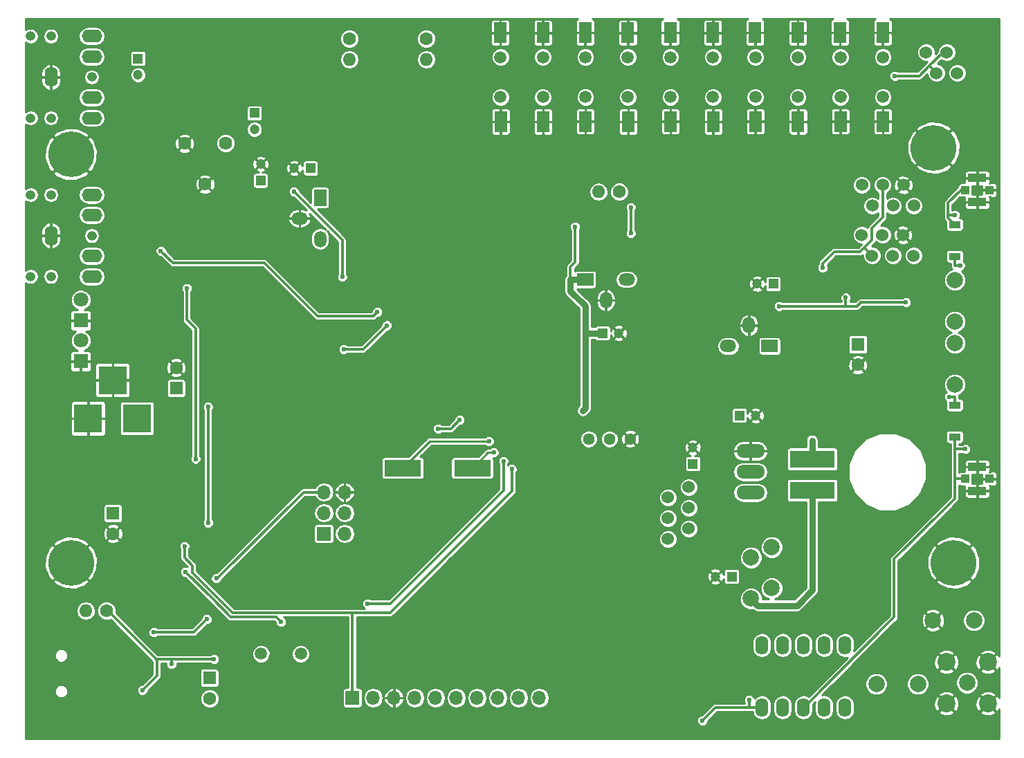
<source format=gbl>
G04 #@! TF.FileFunction,Copper,L2,Bot,Signal*
%FSLAX46Y46*%
G04 Gerber Fmt 4.6, Leading zero omitted, Abs format (unit mm)*
G04 Created by KiCad (PCBNEW 4.0.7) date 09/08/21 06:51:58*
%MOMM*%
%LPD*%
G01*
G04 APERTURE LIST*
%ADD10C,0.100000*%
%ADD11C,5.600000*%
%ADD12R,1.600000X1.600000*%
%ADD13C,1.600000*%
%ADD14R,1.700000X1.700000*%
%ADD15O,1.700000X1.700000*%
%ADD16O,1.600000X2.500000*%
%ADD17O,1.200000X1.200000*%
%ADD18O,2.500000X1.600000*%
%ADD19O,1.600000X2.300000*%
%ADD20O,1.600000X1.600000*%
%ADD21C,1.440000*%
%ADD22C,1.524000*%
%ADD23C,1.500000*%
%ADD24R,1.524000X2.500000*%
%ADD25R,4.500000X2.000000*%
%ADD26R,1.200000X1.200000*%
%ADD27C,1.200000*%
%ADD28C,2.000000*%
%ADD29R,1.400000X0.900000*%
%ADD30R,1.800000X1.800000*%
%ADD31C,1.800000*%
%ADD32R,2.200000X1.050000*%
%ADD33R,1.000000X1.000000*%
%ADD34C,2.200000*%
%ADD35C,1.998980*%
%ADD36C,1.620000*%
%ADD37R,3.500120X3.500120*%
%ADD38O,3.500120X1.699260*%
%ADD39O,2.000000X1.500000*%
%ADD40R,1.500000X2.000000*%
%ADD41O,1.500000X2.000000*%
%ADD42R,2.000000X1.500000*%
%ADD43R,5.500000X2.150000*%
%ADD44C,0.600000*%
%ADD45C,0.300000*%
%ADD46C,0.250000*%
%ADD47C,0.800000*%
%ADD48C,0.254000*%
G04 APERTURE END LIST*
D10*
D11*
X146550000Y-38200000D03*
X41000000Y-39000000D03*
X149000000Y-89000000D03*
D12*
X57950000Y-103100000D03*
D13*
X57950000Y-105600000D03*
D12*
X46150000Y-82950000D03*
D13*
X46150000Y-85450000D03*
D14*
X71950000Y-85450000D03*
D15*
X74490000Y-85450000D03*
X71950000Y-82910000D03*
X74490000Y-82910000D03*
X71950000Y-80370000D03*
X74490000Y-80370000D03*
D16*
X38550000Y-29550000D03*
D17*
X43550000Y-29550000D03*
D18*
X43550000Y-34550000D03*
X43550000Y-32050000D03*
X43550000Y-27050000D03*
X43550000Y-24550000D03*
D17*
X38550000Y-34550000D03*
X38550000Y-24550000D03*
X36050000Y-34550000D03*
X36050000Y-24550000D03*
D16*
X38550000Y-48950000D03*
D17*
X43550000Y-48950000D03*
D18*
X43550000Y-53950000D03*
X43550000Y-51450000D03*
X43550000Y-46450000D03*
X43550000Y-43950000D03*
D17*
X38550000Y-53950000D03*
X38550000Y-43950000D03*
X36050000Y-53950000D03*
X36050000Y-43950000D03*
D19*
X125560000Y-99100000D03*
X128100000Y-99100000D03*
X130640000Y-99100000D03*
X133180000Y-99100000D03*
X135720000Y-99100000D03*
X135720000Y-106720000D03*
X133180000Y-106720000D03*
X130640000Y-106720000D03*
X128100000Y-106720000D03*
X125560000Y-106720000D03*
D13*
X45350000Y-94900000D03*
D20*
X42810000Y-94900000D03*
D13*
X75060000Y-24840000D03*
D20*
X75060000Y-27380000D03*
D13*
X108090000Y-43600000D03*
D20*
X105550000Y-43600000D03*
D21*
X104360000Y-73850000D03*
X106900000Y-73850000D03*
X109440000Y-73850000D03*
D22*
X145630000Y-26510000D03*
X146900000Y-29050000D03*
X148170000Y-26510000D03*
X149440000Y-29050000D03*
D23*
X140350000Y-27100000D03*
X140350000Y-31980000D03*
D24*
X140350000Y-34980000D03*
X140320000Y-24100000D03*
D23*
X135150000Y-27100000D03*
X135150000Y-31980000D03*
D24*
X135150000Y-34980000D03*
X135120000Y-24100000D03*
D23*
X129950000Y-32000000D03*
X129950000Y-27120000D03*
D24*
X129950000Y-24120000D03*
X129980000Y-35000000D03*
D23*
X103950000Y-27100000D03*
X103950000Y-31980000D03*
D24*
X103950000Y-34980000D03*
X103920000Y-24100000D03*
D23*
X93550000Y-32000000D03*
X93550000Y-27120000D03*
D24*
X93550000Y-24120000D03*
X93580000Y-35000000D03*
D23*
X98750000Y-32000000D03*
X98750000Y-27120000D03*
D24*
X98750000Y-24120000D03*
X98780000Y-35000000D03*
D23*
X64250000Y-100150000D03*
X69130000Y-100150000D03*
D25*
X81610000Y-77420000D03*
X90110000Y-77420000D03*
D26*
X121860000Y-90690000D03*
D27*
X119860000Y-90690000D03*
D13*
X84500000Y-24840000D03*
D20*
X84500000Y-27380000D03*
D11*
X41000000Y-89000000D03*
D28*
X124210000Y-93390000D03*
X126750000Y-92120000D03*
X124210000Y-88370000D03*
X126750000Y-87100000D03*
D26*
X122810000Y-70980000D03*
D27*
X124810000Y-70980000D03*
D26*
X117100000Y-76900000D03*
D27*
X117100000Y-74900000D03*
D29*
X149150000Y-51500000D03*
X149150000Y-47600000D03*
X149150000Y-69700000D03*
X149150000Y-73600000D03*
D30*
X42200000Y-64350000D03*
D31*
X42200000Y-61810000D03*
D30*
X42200000Y-59350000D03*
D31*
X42200000Y-56810000D03*
D32*
X151910000Y-44845000D03*
X151910000Y-41895000D03*
D33*
X153410000Y-43370000D03*
X150410000Y-43370000D03*
D32*
X151910000Y-80205000D03*
X151910000Y-77255000D03*
D33*
X153410000Y-78730000D03*
X150410000Y-78730000D03*
D34*
X148110000Y-101160000D03*
X148110000Y-106240000D03*
X153190000Y-106240000D03*
X153190000Y-101160000D03*
D28*
X150650000Y-103700000D03*
D35*
X139550000Y-103850000D03*
X144630000Y-103850000D03*
X149150000Y-54400000D03*
X149150000Y-59480000D03*
X149150000Y-62120000D03*
X149150000Y-67200000D03*
D36*
X54900000Y-37660000D03*
X57400000Y-42660000D03*
X59900000Y-37660000D03*
D23*
X124750000Y-27100000D03*
X124750000Y-31980000D03*
D24*
X124750000Y-34980000D03*
X124720000Y-24100000D03*
D26*
X49200000Y-27270000D03*
D27*
X49200000Y-29270000D03*
D26*
X63460000Y-33950000D03*
D27*
X63460000Y-35950000D03*
D22*
X114050000Y-86090000D03*
X116590000Y-84820000D03*
X114050000Y-83550000D03*
X116590000Y-82280000D03*
X114050000Y-81010000D03*
X116590000Y-79740000D03*
D23*
X119550000Y-32000000D03*
X119550000Y-27120000D03*
D24*
X119550000Y-24120000D03*
X119580000Y-35000000D03*
D26*
X106050000Y-60880000D03*
D27*
X108050000Y-60880000D03*
D12*
X53870000Y-67640000D03*
D13*
X53870000Y-65140000D03*
D37*
X49100000Y-71350000D03*
X43100520Y-71350000D03*
X46100260Y-66651000D03*
D14*
X75438000Y-105537000D03*
D15*
X77978000Y-105537000D03*
X80518000Y-105537000D03*
X83058000Y-105537000D03*
X85598000Y-105537000D03*
X88138000Y-105537000D03*
X90678000Y-105537000D03*
X93218000Y-105537000D03*
X95758000Y-105537000D03*
X98298000Y-105537000D03*
D38*
X124150000Y-77860000D03*
X124150000Y-80400000D03*
X124150000Y-75320000D03*
D26*
X126940000Y-54860000D03*
D27*
X124940000Y-54860000D03*
D12*
X137300000Y-62270000D03*
D13*
X137300000Y-64770000D03*
D22*
X144125000Y-45300000D03*
X142855000Y-42760000D03*
X141585000Y-45300000D03*
X140315000Y-42760000D03*
X139045000Y-45300000D03*
X137775000Y-42760000D03*
X144100000Y-51400000D03*
X142830000Y-48860000D03*
X141560000Y-51400000D03*
X140290000Y-48860000D03*
X139020000Y-51400000D03*
X137750000Y-48860000D03*
D39*
X68960000Y-46840000D03*
D40*
X71500000Y-44300000D03*
D41*
X71500000Y-49380000D03*
X123950000Y-59940000D03*
D42*
X126490000Y-62480000D03*
D39*
X121410000Y-62480000D03*
D41*
X106465000Y-56865000D03*
D42*
X103925000Y-54325000D03*
D39*
X109005000Y-54325000D03*
D23*
X114350000Y-27100000D03*
X114350000Y-31980000D03*
D24*
X114350000Y-34980000D03*
X114320000Y-24100000D03*
D23*
X109150000Y-32000000D03*
X109150000Y-27120000D03*
D24*
X109150000Y-24120000D03*
X109180000Y-35000000D03*
D26*
X64200000Y-42200000D03*
D27*
X64200000Y-40200000D03*
D26*
X70300000Y-40700000D03*
D27*
X68300000Y-40700000D03*
D43*
X131710000Y-76305000D03*
X131710000Y-80155000D03*
D35*
X151489360Y-96050000D03*
X146488100Y-96050000D03*
D44*
X142100000Y-36260000D03*
X147110000Y-33270000D03*
X147050000Y-30820000D03*
X137050000Y-31380000D03*
X142190000Y-31670000D03*
X141910000Y-27870000D03*
X147710000Y-23900000D03*
X151620000Y-25690000D03*
X152890000Y-30030000D03*
X152930000Y-33860000D03*
X72770000Y-31560000D03*
X65390000Y-35480000D03*
X65290000Y-30320000D03*
X69580000Y-30620000D03*
X74090000Y-39850000D03*
X75770000Y-36390000D03*
X75710000Y-33390000D03*
X73540000Y-26350000D03*
X92740000Y-52280000D03*
X92840000Y-49360000D03*
X92500000Y-45010000D03*
X92710000Y-40790000D03*
X96890000Y-40840000D03*
X100080000Y-40920000D03*
X106600000Y-33270000D03*
X106060000Y-41590000D03*
X105700000Y-37510000D03*
X102380000Y-38980000D03*
X95760000Y-38740000D03*
X92510000Y-38720000D03*
X89420000Y-38260000D03*
X89340000Y-34820000D03*
X80890000Y-39990000D03*
X85970000Y-39950000D03*
X86470000Y-34860000D03*
X86480000Y-31810000D03*
X90810000Y-25480000D03*
X90420000Y-28590000D03*
X86480000Y-28510000D03*
X86520000Y-26150000D03*
X81380000Y-27270000D03*
X107730000Y-93900000D03*
X103890000Y-93900000D03*
X112490000Y-93900000D03*
X117870000Y-93600000D03*
X104620000Y-98090000D03*
X113180000Y-99910000D03*
X118320000Y-98900000D03*
X121630000Y-98250000D03*
X129770000Y-87290000D03*
X129190000Y-92020000D03*
X131640000Y-95750000D03*
X128880000Y-95750000D03*
X146390000Y-64680000D03*
X152850000Y-74800000D03*
X152680000Y-86640000D03*
X151520000Y-82940000D03*
X145010000Y-82450000D03*
X146990000Y-78120000D03*
X145370000Y-73230000D03*
X145620000Y-68340000D03*
X146390000Y-60720000D03*
X152290000Y-68140000D03*
X152170000Y-65070000D03*
X55630000Y-103130000D03*
X56970000Y-99320000D03*
X36580000Y-94810000D03*
X39800000Y-102240000D03*
X46310000Y-97490000D03*
X37260000Y-102180000D03*
X47780000Y-94950000D03*
X47810000Y-102120000D03*
X44960000Y-105340000D03*
X59620000Y-81340000D03*
X59770000Y-88300000D03*
X60120000Y-92320000D03*
X64210000Y-91860000D03*
X62250000Y-92170000D03*
X146390000Y-56250000D03*
X143740000Y-53870000D03*
X134680000Y-52590000D03*
X138410000Y-53460000D03*
X131530000Y-53970000D03*
X85850000Y-77380000D03*
X93472000Y-70104000D03*
X91230000Y-72340000D03*
X37100000Y-109400000D03*
X40660000Y-109550000D03*
X45470000Y-110040000D03*
X52780000Y-110040000D03*
X57550000Y-109890000D03*
X59980000Y-108620000D03*
X64360000Y-107590000D03*
X84700000Y-85160000D03*
X89540000Y-81240000D03*
X84320000Y-81270000D03*
X81400000Y-84190000D03*
X78500000Y-81290000D03*
X136790000Y-58980000D03*
X94150000Y-66430000D03*
X141230000Y-52750000D03*
X127650000Y-57590000D03*
X135810000Y-56550000D03*
X143170000Y-57120000D03*
X131710000Y-74040000D03*
X149800000Y-52610000D03*
X78500000Y-58300000D03*
X52000000Y-50820000D03*
X141800000Y-29400000D03*
X149150000Y-46430000D03*
X49750000Y-104600000D03*
X58500000Y-100800000D03*
X53300000Y-101400000D03*
X57610000Y-95900000D03*
X51140000Y-97510000D03*
X88550000Y-71530000D03*
X85920000Y-72600000D03*
X74380000Y-62860000D03*
X79660000Y-59950000D03*
X109500000Y-48650000D03*
X109500000Y-45500000D03*
X103630000Y-70370000D03*
X102700000Y-47850000D03*
X58780000Y-90900000D03*
X77290000Y-94000000D03*
X66720000Y-96250000D03*
X93920000Y-76570000D03*
X55000000Y-90110000D03*
X54890000Y-86960000D03*
X94940000Y-77530000D03*
X57770000Y-69920000D03*
X57780000Y-84100000D03*
X92140000Y-74130000D03*
X92740000Y-75500000D03*
X68270000Y-43560000D03*
X74200000Y-54000000D03*
X150440000Y-75090000D03*
X148500000Y-68700000D03*
X124000000Y-105820000D03*
X118270000Y-108320000D03*
X132970000Y-52880000D03*
X56250000Y-76300000D03*
X55180000Y-55410000D03*
D45*
X145800000Y-31670000D02*
X145800000Y-31960000D01*
X145800000Y-31960000D02*
X147110000Y-33270000D01*
X142190000Y-31670000D02*
X145800000Y-31670000D01*
X145800000Y-31670000D02*
X146200000Y-31670000D01*
X146200000Y-31670000D02*
X147050000Y-30820000D01*
X141910000Y-27870000D02*
X141890000Y-27870000D01*
X137050000Y-31380000D02*
X137070000Y-31360000D01*
X140800000Y-30280000D02*
X142190000Y-31670000D01*
X140800000Y-28960000D02*
X140800000Y-30280000D01*
X141890000Y-27870000D02*
X140800000Y-28960000D01*
X146550000Y-38200000D02*
X149150000Y-35600000D01*
X141910000Y-26140000D02*
X141910000Y-27870000D01*
X144120000Y-23930000D02*
X141910000Y-26140000D01*
X147680000Y-23930000D02*
X144120000Y-23930000D01*
X147710000Y-23900000D02*
X147680000Y-23930000D01*
X151620000Y-28760000D02*
X151620000Y-25690000D01*
X152890000Y-30030000D02*
X151620000Y-28760000D01*
X151190000Y-35600000D02*
X152930000Y-33860000D01*
X149150000Y-35600000D02*
X151190000Y-35600000D01*
X69280000Y-30320000D02*
X65290000Y-30320000D01*
X69580000Y-30620000D02*
X69280000Y-30320000D01*
X72770000Y-31560000D02*
X72770000Y-27120000D01*
X74090000Y-39850000D02*
X75770000Y-38170000D01*
X75770000Y-38170000D02*
X75770000Y-36390000D01*
X75710000Y-33390000D02*
X75520000Y-33200000D01*
X75520000Y-33200000D02*
X74410000Y-33200000D01*
X74410000Y-33200000D02*
X72770000Y-31560000D01*
X72770000Y-27120000D02*
X73540000Y-26350000D01*
X92740000Y-49460000D02*
X92740000Y-52280000D01*
X92840000Y-49360000D02*
X92740000Y-49460000D01*
X92500000Y-41000000D02*
X92500000Y-45010000D01*
X92710000Y-40790000D02*
X92500000Y-41000000D01*
X100000000Y-40840000D02*
X96890000Y-40840000D01*
X100080000Y-40920000D02*
X100000000Y-40840000D01*
X86470000Y-34860000D02*
X89300000Y-34860000D01*
X106060000Y-37870000D02*
X106060000Y-41590000D01*
X105700000Y-37510000D02*
X106060000Y-37870000D01*
X96000000Y-38980000D02*
X102380000Y-38980000D01*
X95760000Y-38740000D02*
X96000000Y-38980000D01*
X89880000Y-38720000D02*
X92510000Y-38720000D01*
X89420000Y-38260000D02*
X89880000Y-38720000D01*
X89300000Y-34860000D02*
X89340000Y-34820000D01*
X86480000Y-28510000D02*
X86480000Y-31810000D01*
X80890000Y-39990000D02*
X80870000Y-39970000D01*
X85970000Y-35360000D02*
X85970000Y-39950000D01*
X86470000Y-34860000D02*
X85970000Y-35360000D01*
X86560000Y-28590000D02*
X90420000Y-28590000D01*
X86480000Y-28510000D02*
X86560000Y-28590000D01*
X86480000Y-26110000D02*
X86520000Y-26150000D01*
X82540000Y-26110000D02*
X86480000Y-26110000D01*
X81380000Y-27270000D02*
X82540000Y-26110000D01*
X103890000Y-93900000D02*
X107730000Y-93900000D01*
X118320000Y-98900000D02*
X118320000Y-94050000D01*
X118320000Y-94050000D02*
X117870000Y-93600000D01*
X129840000Y-95750000D02*
X129840000Y-96830000D01*
X104620000Y-98090000D02*
X104620000Y-98140000D01*
X117310000Y-99910000D02*
X113180000Y-99910000D01*
X118320000Y-98900000D02*
X117310000Y-99910000D01*
X122560000Y-97320000D02*
X121630000Y-98250000D01*
X129350000Y-97320000D02*
X122560000Y-97320000D01*
X129840000Y-96830000D02*
X129350000Y-97320000D01*
X129770000Y-91440000D02*
X129770000Y-87290000D01*
X129190000Y-92020000D02*
X129770000Y-91440000D01*
X128880000Y-95750000D02*
X129840000Y-95750000D01*
X129840000Y-95750000D02*
X131640000Y-95750000D01*
X152830000Y-74780000D02*
X152830000Y-74740000D01*
X152850000Y-74800000D02*
X152830000Y-74780000D01*
X152680000Y-84100000D02*
X152680000Y-86640000D01*
X151520000Y-82940000D02*
X152680000Y-84100000D01*
X146950000Y-80510000D02*
X145010000Y-82450000D01*
X146950000Y-78160000D02*
X146950000Y-80510000D01*
X146990000Y-78120000D02*
X146950000Y-78160000D01*
X145370000Y-68590000D02*
X145370000Y-73230000D01*
X145620000Y-68340000D02*
X145370000Y-68590000D01*
X146390000Y-56250000D02*
X146390000Y-60720000D01*
X152290000Y-65190000D02*
X152290000Y-68140000D01*
X152170000Y-65070000D02*
X152290000Y-65190000D01*
X57550000Y-109850000D02*
X55630000Y-107930000D01*
X55630000Y-107930000D02*
X55630000Y-103130000D01*
X57550000Y-109890000D02*
X57550000Y-109850000D01*
X41630000Y-99920000D02*
X41630000Y-99560000D01*
X36880000Y-94810000D02*
X36580000Y-94810000D01*
X41630000Y-99560000D02*
X36880000Y-94810000D01*
X39800000Y-102240000D02*
X37320000Y-102240000D01*
X46310000Y-98230000D02*
X44620000Y-99920000D01*
X44620000Y-99920000D02*
X41630000Y-99920000D01*
X41630000Y-99920000D02*
X39800000Y-101750000D01*
X39800000Y-101750000D02*
X39800000Y-102240000D01*
X46310000Y-97490000D02*
X46310000Y-98230000D01*
X37320000Y-102240000D02*
X37260000Y-102180000D01*
X47790000Y-94940000D02*
X47790000Y-94880000D01*
X47780000Y-94950000D02*
X47790000Y-94940000D01*
X44960000Y-105340000D02*
X44960000Y-104970000D01*
X44960000Y-104970000D02*
X47810000Y-102120000D01*
X45470000Y-110040000D02*
X45470000Y-105850000D01*
X45470000Y-105850000D02*
X44960000Y-105340000D01*
X59620000Y-81340000D02*
X59570000Y-81290000D01*
X62250000Y-92170000D02*
X60270000Y-92170000D01*
X60270000Y-92170000D02*
X60120000Y-92320000D01*
X62560000Y-91860000D02*
X64210000Y-91860000D01*
X62250000Y-92170000D02*
X62560000Y-91860000D01*
X141230000Y-52750000D02*
X142620000Y-52750000D01*
X142620000Y-52750000D02*
X143740000Y-53870000D01*
X134680000Y-52590000D02*
X134680000Y-53710000D01*
D46*
X135550000Y-53460000D02*
X134680000Y-52590000D01*
D45*
X141230000Y-52750000D02*
X139120000Y-52750000D01*
X139120000Y-52750000D02*
X138410000Y-53460000D01*
D46*
X138410000Y-53460000D02*
X135550000Y-53460000D01*
D45*
X134420000Y-53970000D02*
X131530000Y-53970000D01*
X134680000Y-53710000D02*
X134420000Y-53970000D01*
X93472000Y-70104000D02*
X93466000Y-70104000D01*
X93466000Y-70104000D02*
X91230000Y-72340000D01*
D46*
X44980000Y-109550000D02*
X40660000Y-109550000D01*
X45470000Y-110040000D02*
X44980000Y-109550000D01*
X57400000Y-110040000D02*
X52780000Y-110040000D01*
X57550000Y-109890000D02*
X57400000Y-110040000D01*
X63330000Y-108620000D02*
X59980000Y-108620000D01*
X64360000Y-107590000D02*
X63330000Y-108620000D01*
X85620000Y-85160000D02*
X84700000Y-85160000D01*
X89540000Y-81240000D02*
X85620000Y-85160000D01*
X81400000Y-84190000D02*
X84320000Y-81270000D01*
X74490000Y-80370000D02*
X77580000Y-80370000D01*
X77580000Y-80370000D02*
X78500000Y-81290000D01*
D45*
X137300000Y-64770000D02*
X137540000Y-64770000D01*
X137540000Y-64770000D02*
X139190000Y-63120000D01*
X139190000Y-63120000D02*
X139190000Y-60740000D01*
X139190000Y-60740000D02*
X137430000Y-58980000D01*
X137430000Y-58980000D02*
X136790000Y-58980000D01*
X141230000Y-52750000D02*
X141230000Y-52760000D01*
X135810000Y-57590000D02*
X127650000Y-57590000D01*
X135810000Y-56550000D02*
X135810000Y-57590000D01*
X137220000Y-57590000D02*
X135810000Y-57590000D01*
X137680000Y-57130000D02*
X137220000Y-57590000D01*
X143160000Y-57130000D02*
X137680000Y-57130000D01*
X143170000Y-57120000D02*
X143160000Y-57130000D01*
D47*
X131710000Y-75840000D02*
X131710000Y-76305000D01*
X131710000Y-74040000D02*
X131710000Y-76305000D01*
D45*
X149150000Y-51500000D02*
X149150000Y-52610000D01*
X149800000Y-52610000D02*
X149150000Y-52610000D01*
X62140000Y-52280000D02*
X64650000Y-52280000D01*
X78010000Y-58790000D02*
X78500000Y-58300000D01*
X71160000Y-58790000D02*
X78010000Y-58790000D01*
X64650000Y-52280000D02*
X71160000Y-58790000D01*
X53460000Y-52280000D02*
X62140000Y-52280000D01*
X52000000Y-50820000D02*
X53460000Y-52280000D01*
X146900000Y-29050000D02*
X146900000Y-29000000D01*
X146900000Y-29000000D02*
X146050000Y-28150000D01*
X148170000Y-26510000D02*
X147690000Y-26510000D01*
X147690000Y-26510000D02*
X146050000Y-28150000D01*
X146050000Y-28150000D02*
X144800000Y-29400000D01*
X144800000Y-29400000D02*
X141800000Y-29400000D01*
X149150000Y-46430000D02*
X148320000Y-46430000D01*
X150410000Y-43370000D02*
X149890000Y-43370000D01*
X149890000Y-43370000D02*
X148320000Y-44940000D01*
X148320000Y-44940000D02*
X148320000Y-46430000D01*
X148320000Y-46770000D02*
X149150000Y-47600000D01*
X148320000Y-46430000D02*
X148320000Y-46770000D01*
X51500000Y-102850000D02*
X49750000Y-104600000D01*
X51500000Y-100900000D02*
X51500000Y-102850000D01*
X53300000Y-101400000D02*
X53300000Y-100800000D01*
X45350000Y-94900000D02*
X45500000Y-94900000D01*
X45500000Y-94900000D02*
X51500000Y-100900000D01*
X51500000Y-100900000D02*
X51400000Y-100800000D01*
X51400000Y-100800000D02*
X53300000Y-100800000D01*
X53300000Y-100800000D02*
X58500000Y-100800000D01*
X57610000Y-95900000D02*
X56000000Y-97510000D01*
X56000000Y-97510000D02*
X51140000Y-97510000D01*
X87480000Y-72600000D02*
X88550000Y-71530000D01*
X85920000Y-72600000D02*
X87480000Y-72600000D01*
X79660000Y-59950000D02*
X79660000Y-59960000D01*
X76760000Y-62860000D02*
X74380000Y-62860000D01*
X79660000Y-59960000D02*
X76760000Y-62860000D01*
X109500000Y-45500000D02*
X109500000Y-48650000D01*
D47*
X106050000Y-60880000D02*
X103925000Y-60880000D01*
X103925000Y-54325000D02*
X102120000Y-54325000D01*
D45*
X102120000Y-53450000D02*
X102120000Y-54325000D01*
D47*
X102120000Y-54325000D02*
X102120000Y-55770000D01*
X102120000Y-55770000D02*
X103925000Y-57575000D01*
D45*
X102700000Y-47850000D02*
X102700000Y-52200000D01*
X102120000Y-52780000D02*
X102120000Y-53450000D01*
X102700000Y-52200000D02*
X102120000Y-52780000D01*
D47*
X103925000Y-57575000D02*
X103925000Y-60880000D01*
X103925000Y-60880000D02*
X103925000Y-70075000D01*
X103925000Y-70075000D02*
X103630000Y-70370000D01*
X131710000Y-80155000D02*
X131710000Y-92370000D01*
X125060000Y-94240000D02*
X124210000Y-93390000D01*
X129840000Y-94240000D02*
X125060000Y-94240000D01*
X131710000Y-92370000D02*
X129840000Y-94240000D01*
D45*
X71950000Y-80370000D02*
X69450000Y-80370000D01*
X58920000Y-90900000D02*
X58780000Y-90900000D01*
X69450000Y-80370000D02*
X58920000Y-90900000D01*
X65550000Y-95650000D02*
X66120000Y-95650000D01*
X66120000Y-95650000D02*
X66720000Y-96250000D01*
X65550000Y-95650000D02*
X60540000Y-95650000D01*
X60540000Y-95650000D02*
X58355000Y-93465000D01*
X77290000Y-94000000D02*
X80090000Y-94000000D01*
X80090000Y-94000000D02*
X93920000Y-80170000D01*
X93920000Y-80170000D02*
X93920000Y-76570000D01*
X55000000Y-90110000D02*
X58355000Y-93465000D01*
X54890000Y-86960000D02*
X54890000Y-88380000D01*
X54890000Y-88380000D02*
X55840000Y-89330000D01*
X94940000Y-80250000D02*
X94940000Y-77530000D01*
X80890000Y-94300000D02*
X94940000Y-80250000D01*
X80070000Y-95120000D02*
X80890000Y-94300000D01*
X80070000Y-95120000D02*
X75060000Y-95120000D01*
X75438000Y-105537000D02*
X75438000Y-95130000D01*
X75438000Y-95130000D02*
X75438000Y-95120000D01*
X55840000Y-89330000D02*
X55840000Y-90190000D01*
X55840000Y-90190000D02*
X60770000Y-95120000D01*
X60770000Y-95120000D02*
X75060000Y-95120000D01*
X75060000Y-95120000D02*
X75438000Y-95120000D01*
D46*
X57770000Y-69920000D02*
X57780000Y-69930000D01*
D45*
X57780000Y-69930000D02*
X57780000Y-84100000D01*
D46*
X92140000Y-74130000D02*
X84900000Y-74130000D01*
X84900000Y-74130000D02*
X81610000Y-77420000D01*
X92740000Y-75500000D02*
X92030000Y-75500000D01*
X92030000Y-75500000D02*
X90110000Y-77420000D01*
X90110000Y-77420000D02*
X90820000Y-77420000D01*
D45*
X74200000Y-49490000D02*
X74200000Y-50260000D01*
X68270000Y-43560000D02*
X74200000Y-49490000D01*
X74200000Y-50680000D02*
X74200000Y-54000000D01*
X74200000Y-50680000D02*
X74200000Y-50260000D01*
X150410000Y-78730000D02*
X149150000Y-78730000D01*
X149150000Y-75460000D02*
X149150000Y-78730000D01*
X149150000Y-78730000D02*
X149150000Y-81130000D01*
X149150000Y-81130000D02*
X147680000Y-82600000D01*
X150440000Y-75090000D02*
X149150000Y-75090000D01*
X149150000Y-73600000D02*
X149150000Y-75090000D01*
X149150000Y-75090000D02*
X149150000Y-75460000D01*
X130640000Y-106720000D02*
X130660000Y-106720000D01*
X130660000Y-106720000D02*
X141720000Y-95660000D01*
X147680000Y-82600000D02*
X141720000Y-88560000D01*
X141720000Y-95660000D02*
X141720000Y-88560000D01*
X149150000Y-69700000D02*
X149150000Y-68700000D01*
X148500000Y-68700000D02*
X149150000Y-68700000D01*
X149150000Y-69350000D02*
X149150000Y-69700000D01*
X109130000Y-27100000D02*
X109150000Y-27120000D01*
X124000000Y-105820000D02*
X124000000Y-106720000D01*
X119870000Y-106720000D02*
X124000000Y-106720000D01*
D46*
X124000000Y-106720000D02*
X124010000Y-106720000D01*
D45*
X124010000Y-106720000D02*
X125560000Y-106720000D01*
X118270000Y-108320000D02*
X119870000Y-106720000D01*
X139020000Y-51400000D02*
X139020000Y-51350000D01*
X139020000Y-51350000D02*
X138090000Y-50420000D01*
X137575000Y-50935000D02*
X134385000Y-50935000D01*
X132970000Y-52350000D02*
X132970000Y-52880000D01*
X134385000Y-50935000D02*
X132970000Y-52350000D01*
X140315000Y-42760000D02*
X140315000Y-46735000D01*
X139030000Y-49480000D02*
X138090000Y-50420000D01*
X138090000Y-50420000D02*
X137575000Y-50935000D01*
X139030000Y-48020000D02*
X139030000Y-49480000D01*
X140315000Y-46735000D02*
X139030000Y-48020000D01*
X56250000Y-60330000D02*
X56250000Y-76300000D01*
X55170000Y-59250000D02*
X56250000Y-60330000D01*
X55170000Y-55420000D02*
X55170000Y-59250000D01*
X55180000Y-55410000D02*
X55170000Y-55420000D01*
D48*
G36*
X102916124Y-22488007D02*
X102796007Y-22608124D01*
X102731000Y-22765065D01*
X102731000Y-23970250D01*
X102837750Y-24077000D01*
X103897000Y-24077000D01*
X103897000Y-24057000D01*
X103943000Y-24057000D01*
X103943000Y-24077000D01*
X105002250Y-24077000D01*
X105109000Y-23970250D01*
X105109000Y-22785065D01*
X107961000Y-22785065D01*
X107961000Y-23990250D01*
X108067750Y-24097000D01*
X109127000Y-24097000D01*
X109127000Y-22549750D01*
X109173000Y-22549750D01*
X109173000Y-24097000D01*
X110232250Y-24097000D01*
X110339000Y-23990250D01*
X110339000Y-22785065D01*
X110273993Y-22628124D01*
X110153876Y-22508007D01*
X109996936Y-22443000D01*
X109279750Y-22443000D01*
X109173000Y-22549750D01*
X109127000Y-22549750D01*
X109020250Y-22443000D01*
X108303064Y-22443000D01*
X108146124Y-22508007D01*
X108026007Y-22628124D01*
X107961000Y-22785065D01*
X105109000Y-22785065D01*
X105109000Y-22765065D01*
X105043993Y-22608124D01*
X104923876Y-22488007D01*
X104786250Y-22431000D01*
X113453750Y-22431000D01*
X113316124Y-22488007D01*
X113196007Y-22608124D01*
X113131000Y-22765065D01*
X113131000Y-23970250D01*
X113237750Y-24077000D01*
X114297000Y-24077000D01*
X114297000Y-24057000D01*
X114343000Y-24057000D01*
X114343000Y-24077000D01*
X115402250Y-24077000D01*
X115509000Y-23970250D01*
X115509000Y-22785065D01*
X118361000Y-22785065D01*
X118361000Y-23990250D01*
X118467750Y-24097000D01*
X119527000Y-24097000D01*
X119527000Y-22549750D01*
X119573000Y-22549750D01*
X119573000Y-24097000D01*
X120632250Y-24097000D01*
X120739000Y-23990250D01*
X120739000Y-22785065D01*
X120673993Y-22628124D01*
X120553876Y-22508007D01*
X120396936Y-22443000D01*
X119679750Y-22443000D01*
X119573000Y-22549750D01*
X119527000Y-22549750D01*
X119420250Y-22443000D01*
X118703064Y-22443000D01*
X118546124Y-22508007D01*
X118426007Y-22628124D01*
X118361000Y-22785065D01*
X115509000Y-22785065D01*
X115509000Y-22765065D01*
X115443993Y-22608124D01*
X115323876Y-22488007D01*
X115186250Y-22431000D01*
X123853750Y-22431000D01*
X123716124Y-22488007D01*
X123596007Y-22608124D01*
X123531000Y-22765065D01*
X123531000Y-23970250D01*
X123637750Y-24077000D01*
X124697000Y-24077000D01*
X124697000Y-24057000D01*
X124743000Y-24057000D01*
X124743000Y-24077000D01*
X125802250Y-24077000D01*
X125909000Y-23970250D01*
X125909000Y-22785065D01*
X128761000Y-22785065D01*
X128761000Y-23990250D01*
X128867750Y-24097000D01*
X129927000Y-24097000D01*
X129927000Y-22549750D01*
X129973000Y-22549750D01*
X129973000Y-24097000D01*
X131032250Y-24097000D01*
X131139000Y-23990250D01*
X131139000Y-22785065D01*
X131073993Y-22628124D01*
X130953876Y-22508007D01*
X130796936Y-22443000D01*
X130079750Y-22443000D01*
X129973000Y-22549750D01*
X129927000Y-22549750D01*
X129820250Y-22443000D01*
X129103064Y-22443000D01*
X128946124Y-22508007D01*
X128826007Y-22628124D01*
X128761000Y-22785065D01*
X125909000Y-22785065D01*
X125909000Y-22765065D01*
X125843993Y-22608124D01*
X125723876Y-22488007D01*
X125586250Y-22431000D01*
X134253750Y-22431000D01*
X134116124Y-22488007D01*
X133996007Y-22608124D01*
X133931000Y-22765065D01*
X133931000Y-23970250D01*
X134037750Y-24077000D01*
X135097000Y-24077000D01*
X135097000Y-24057000D01*
X135143000Y-24057000D01*
X135143000Y-24077000D01*
X136202250Y-24077000D01*
X136309000Y-23970250D01*
X136309000Y-22765065D01*
X136243993Y-22608124D01*
X136123876Y-22488007D01*
X135986250Y-22431000D01*
X139453750Y-22431000D01*
X139316124Y-22488007D01*
X139196007Y-22608124D01*
X139131000Y-22765065D01*
X139131000Y-23970250D01*
X139237750Y-24077000D01*
X140297000Y-24077000D01*
X140297000Y-24057000D01*
X140343000Y-24057000D01*
X140343000Y-24077000D01*
X141402250Y-24077000D01*
X141509000Y-23970250D01*
X141509000Y-22765065D01*
X141443993Y-22608124D01*
X141323876Y-22488007D01*
X141186250Y-22431000D01*
X154569000Y-22431000D01*
X154569000Y-100492033D01*
X154505327Y-100326991D01*
X154462953Y-100263575D01*
X154231557Y-100150970D01*
X153222527Y-101160000D01*
X154231557Y-102169030D01*
X154462953Y-102056425D01*
X154569000Y-101817157D01*
X154569000Y-105572033D01*
X154505327Y-105406991D01*
X154462953Y-105343575D01*
X154231557Y-105230970D01*
X153222527Y-106240000D01*
X154231557Y-107249030D01*
X154462953Y-107136425D01*
X154569000Y-106897157D01*
X154569000Y-110569000D01*
X35431000Y-110569000D01*
X35431000Y-108454865D01*
X117588882Y-108454865D01*
X117692339Y-108705252D01*
X117883741Y-108896987D01*
X118133946Y-109000882D01*
X118404865Y-109001118D01*
X118655252Y-108897661D01*
X118846987Y-108706259D01*
X118950882Y-108456054D01*
X118950940Y-108390008D01*
X120089947Y-107251000D01*
X124000000Y-107251000D01*
X124005000Y-107250005D01*
X124010000Y-107251000D01*
X124409037Y-107251000D01*
X124468898Y-107551943D01*
X124724907Y-107935087D01*
X125108051Y-108191096D01*
X125560000Y-108280994D01*
X126011949Y-108191096D01*
X126395093Y-107935087D01*
X126651102Y-107551943D01*
X126741000Y-107099994D01*
X126741000Y-106340006D01*
X126919000Y-106340006D01*
X126919000Y-107099994D01*
X127008898Y-107551943D01*
X127264907Y-107935087D01*
X127648051Y-108191096D01*
X128100000Y-108280994D01*
X128551949Y-108191096D01*
X128935093Y-107935087D01*
X129191102Y-107551943D01*
X129281000Y-107099994D01*
X129281000Y-106340006D01*
X129459000Y-106340006D01*
X129459000Y-107099994D01*
X129548898Y-107551943D01*
X129804907Y-107935087D01*
X130188051Y-108191096D01*
X130640000Y-108280994D01*
X131091949Y-108191096D01*
X131475093Y-107935087D01*
X131731102Y-107551943D01*
X131821000Y-107099994D01*
X131821000Y-106340006D01*
X131816013Y-106314935D01*
X132050661Y-106080287D01*
X131999000Y-106340006D01*
X131999000Y-107099994D01*
X132088898Y-107551943D01*
X132344907Y-107935087D01*
X132728051Y-108191096D01*
X133180000Y-108280994D01*
X133631949Y-108191096D01*
X134015093Y-107935087D01*
X134271102Y-107551943D01*
X134361000Y-107099994D01*
X134361000Y-106340006D01*
X134539000Y-106340006D01*
X134539000Y-107099994D01*
X134628898Y-107551943D01*
X134884907Y-107935087D01*
X135268051Y-108191096D01*
X135720000Y-108280994D01*
X136171949Y-108191096D01*
X136555093Y-107935087D01*
X136811102Y-107551943D01*
X136864884Y-107281557D01*
X147100970Y-107281557D01*
X147213575Y-107512953D01*
X147768950Y-107759103D01*
X148376246Y-107773983D01*
X148943009Y-107555327D01*
X149006425Y-107512953D01*
X149119030Y-107281557D01*
X152180970Y-107281557D01*
X152293575Y-107512953D01*
X152848950Y-107759103D01*
X153456246Y-107773983D01*
X154023009Y-107555327D01*
X154086425Y-107512953D01*
X154199030Y-107281557D01*
X153190000Y-106272527D01*
X152180970Y-107281557D01*
X149119030Y-107281557D01*
X148110000Y-106272527D01*
X147100970Y-107281557D01*
X136864884Y-107281557D01*
X136901000Y-107099994D01*
X136901000Y-106506246D01*
X146576017Y-106506246D01*
X146794673Y-107073009D01*
X146837047Y-107136425D01*
X147068443Y-107249030D01*
X148077473Y-106240000D01*
X148142527Y-106240000D01*
X149151557Y-107249030D01*
X149382953Y-107136425D01*
X149629103Y-106581050D01*
X149630935Y-106506246D01*
X151656017Y-106506246D01*
X151874673Y-107073009D01*
X151917047Y-107136425D01*
X152148443Y-107249030D01*
X153157473Y-106240000D01*
X152148443Y-105230970D01*
X151917047Y-105343575D01*
X151670897Y-105898950D01*
X151656017Y-106506246D01*
X149630935Y-106506246D01*
X149643983Y-105973754D01*
X149425327Y-105406991D01*
X149382953Y-105343575D01*
X149151557Y-105230970D01*
X148142527Y-106240000D01*
X148077473Y-106240000D01*
X147068443Y-105230970D01*
X146837047Y-105343575D01*
X146590897Y-105898950D01*
X146576017Y-106506246D01*
X136901000Y-106506246D01*
X136901000Y-106340006D01*
X136811102Y-105888057D01*
X136555093Y-105504913D01*
X136171949Y-105248904D01*
X135720000Y-105159006D01*
X135268051Y-105248904D01*
X134884907Y-105504913D01*
X134628898Y-105888057D01*
X134539000Y-106340006D01*
X134361000Y-106340006D01*
X134271102Y-105888057D01*
X134015093Y-105504913D01*
X133631949Y-105248904D01*
X133180000Y-105159006D01*
X132920281Y-105210667D01*
X134007556Y-104123392D01*
X138169271Y-104123392D01*
X138378995Y-104630963D01*
X138766994Y-105019640D01*
X139274199Y-105230249D01*
X139823392Y-105230729D01*
X140330963Y-105021005D01*
X140719640Y-104633006D01*
X140930249Y-104125801D01*
X140930251Y-104123392D01*
X143249271Y-104123392D01*
X143458995Y-104630963D01*
X143846994Y-105019640D01*
X144354199Y-105230249D01*
X144903392Y-105230729D01*
X144981530Y-105198443D01*
X147100970Y-105198443D01*
X148110000Y-106207473D01*
X149119030Y-105198443D01*
X152180970Y-105198443D01*
X153190000Y-106207473D01*
X154199030Y-105198443D01*
X154086425Y-104967047D01*
X153531050Y-104720897D01*
X152923754Y-104706017D01*
X152356991Y-104924673D01*
X152293575Y-104967047D01*
X152180970Y-105198443D01*
X149119030Y-105198443D01*
X149006425Y-104967047D01*
X148451050Y-104720897D01*
X147843754Y-104706017D01*
X147276991Y-104924673D01*
X147213575Y-104967047D01*
X147100970Y-105198443D01*
X144981530Y-105198443D01*
X145410963Y-105021005D01*
X145799640Y-104633006D01*
X146010249Y-104125801D01*
X146010382Y-103973493D01*
X149268761Y-103973493D01*
X149478563Y-104481251D01*
X149866705Y-104870072D01*
X150374097Y-105080759D01*
X150923493Y-105081239D01*
X151431251Y-104871437D01*
X151820072Y-104483295D01*
X152030759Y-103975903D01*
X152031239Y-103426507D01*
X151821437Y-102918749D01*
X151433295Y-102529928D01*
X150925903Y-102319241D01*
X150376507Y-102318761D01*
X149868749Y-102528563D01*
X149479928Y-102916705D01*
X149269241Y-103424097D01*
X149268761Y-103973493D01*
X146010382Y-103973493D01*
X146010729Y-103576608D01*
X145801005Y-103069037D01*
X145413006Y-102680360D01*
X144905801Y-102469751D01*
X144356608Y-102469271D01*
X143849037Y-102678995D01*
X143460360Y-103066994D01*
X143249751Y-103574199D01*
X143249271Y-104123392D01*
X140930251Y-104123392D01*
X140930729Y-103576608D01*
X140721005Y-103069037D01*
X140333006Y-102680360D01*
X139825801Y-102469751D01*
X139276608Y-102469271D01*
X138769037Y-102678995D01*
X138380360Y-103066994D01*
X138169751Y-103574199D01*
X138169271Y-104123392D01*
X134007556Y-104123392D01*
X135929391Y-102201557D01*
X147100970Y-102201557D01*
X147213575Y-102432953D01*
X147768950Y-102679103D01*
X148376246Y-102693983D01*
X148943009Y-102475327D01*
X149006425Y-102432953D01*
X149119030Y-102201557D01*
X152180970Y-102201557D01*
X152293575Y-102432953D01*
X152848950Y-102679103D01*
X153456246Y-102693983D01*
X154023009Y-102475327D01*
X154086425Y-102432953D01*
X154199030Y-102201557D01*
X153190000Y-101192527D01*
X152180970Y-102201557D01*
X149119030Y-102201557D01*
X148110000Y-101192527D01*
X147100970Y-102201557D01*
X135929391Y-102201557D01*
X136704702Y-101426246D01*
X146576017Y-101426246D01*
X146794673Y-101993009D01*
X146837047Y-102056425D01*
X147068443Y-102169030D01*
X148077473Y-101160000D01*
X148142527Y-101160000D01*
X149151557Y-102169030D01*
X149382953Y-102056425D01*
X149629103Y-101501050D01*
X149630935Y-101426246D01*
X151656017Y-101426246D01*
X151874673Y-101993009D01*
X151917047Y-102056425D01*
X152148443Y-102169030D01*
X153157473Y-101160000D01*
X152148443Y-100150970D01*
X151917047Y-100263575D01*
X151670897Y-100818950D01*
X151656017Y-101426246D01*
X149630935Y-101426246D01*
X149643983Y-100893754D01*
X149425327Y-100326991D01*
X149382953Y-100263575D01*
X149151557Y-100150970D01*
X148142527Y-101160000D01*
X148077473Y-101160000D01*
X147068443Y-100150970D01*
X146837047Y-100263575D01*
X146590897Y-100818950D01*
X146576017Y-101426246D01*
X136704702Y-101426246D01*
X138012505Y-100118443D01*
X147100970Y-100118443D01*
X148110000Y-101127473D01*
X149119030Y-100118443D01*
X152180970Y-100118443D01*
X153190000Y-101127473D01*
X154199030Y-100118443D01*
X154086425Y-99887047D01*
X153531050Y-99640897D01*
X152923754Y-99626017D01*
X152356991Y-99844673D01*
X152293575Y-99887047D01*
X152180970Y-100118443D01*
X149119030Y-100118443D01*
X149006425Y-99887047D01*
X148451050Y-99640897D01*
X147843754Y-99626017D01*
X147276991Y-99844673D01*
X147213575Y-99887047D01*
X147100970Y-100118443D01*
X138012505Y-100118443D01*
X141111865Y-97019083D01*
X145551543Y-97019083D01*
X145651917Y-97240036D01*
X146170975Y-97469443D01*
X146738313Y-97482752D01*
X147267557Y-97277938D01*
X147324283Y-97240036D01*
X147424657Y-97019083D01*
X146488100Y-96082527D01*
X145551543Y-97019083D01*
X141111865Y-97019083D01*
X141830735Y-96300213D01*
X145055348Y-96300213D01*
X145260162Y-96829457D01*
X145298064Y-96886183D01*
X145519017Y-96986557D01*
X146455573Y-96050000D01*
X146520627Y-96050000D01*
X147457183Y-96986557D01*
X147678136Y-96886183D01*
X147907543Y-96367125D01*
X147908568Y-96323392D01*
X150108631Y-96323392D01*
X150318355Y-96830963D01*
X150706354Y-97219640D01*
X151213559Y-97430249D01*
X151762752Y-97430729D01*
X152270323Y-97221005D01*
X152659000Y-96833006D01*
X152869609Y-96325801D01*
X152870089Y-95776608D01*
X152660365Y-95269037D01*
X152272366Y-94880360D01*
X151765161Y-94669751D01*
X151215968Y-94669271D01*
X150708397Y-94878995D01*
X150319720Y-95266994D01*
X150109111Y-95774199D01*
X150108631Y-96323392D01*
X147908568Y-96323392D01*
X147920852Y-95799787D01*
X147716038Y-95270543D01*
X147678136Y-95213817D01*
X147457183Y-95113443D01*
X146520627Y-96050000D01*
X146455573Y-96050000D01*
X145519017Y-95113443D01*
X145298064Y-95213817D01*
X145068657Y-95732875D01*
X145055348Y-96300213D01*
X141830735Y-96300213D01*
X142095474Y-96035474D01*
X142210580Y-95863205D01*
X142251000Y-95660000D01*
X142251000Y-95080917D01*
X145551543Y-95080917D01*
X146488100Y-96017473D01*
X147424657Y-95080917D01*
X147324283Y-94859964D01*
X146805225Y-94630557D01*
X146237887Y-94617248D01*
X145708643Y-94822062D01*
X145651917Y-94859964D01*
X145551543Y-95080917D01*
X142251000Y-95080917D01*
X142251000Y-91267259D01*
X146765268Y-91267259D01*
X147084711Y-91675299D01*
X148254296Y-92204603D01*
X149537408Y-92246035D01*
X150738703Y-91793288D01*
X150915289Y-91675299D01*
X151234732Y-91267259D01*
X149000000Y-89032527D01*
X146765268Y-91267259D01*
X142251000Y-91267259D01*
X142251000Y-89537408D01*
X145753965Y-89537408D01*
X146206712Y-90738703D01*
X146324701Y-90915289D01*
X146732741Y-91234732D01*
X148967473Y-89000000D01*
X149032527Y-89000000D01*
X151267259Y-91234732D01*
X151675299Y-90915289D01*
X152204603Y-89745704D01*
X152246035Y-88462592D01*
X151793288Y-87261297D01*
X151675299Y-87084711D01*
X151267259Y-86765268D01*
X149032527Y-89000000D01*
X148967473Y-89000000D01*
X146732741Y-86765268D01*
X146324701Y-87084711D01*
X145795397Y-88254296D01*
X145753965Y-89537408D01*
X142251000Y-89537408D01*
X142251000Y-88779948D01*
X144298207Y-86732741D01*
X146765268Y-86732741D01*
X149000000Y-88967473D01*
X151234732Y-86732741D01*
X150915289Y-86324701D01*
X149745704Y-85795397D01*
X148462592Y-85753965D01*
X147261297Y-86206712D01*
X147084711Y-86324701D01*
X146765268Y-86732741D01*
X144298207Y-86732741D01*
X149525474Y-81505474D01*
X149640580Y-81333205D01*
X149681000Y-81130000D01*
X149681000Y-80334750D01*
X150383000Y-80334750D01*
X150383000Y-80814935D01*
X150448007Y-80971876D01*
X150568124Y-81091993D01*
X150725064Y-81157000D01*
X151780250Y-81157000D01*
X151887000Y-81050250D01*
X151887000Y-80228000D01*
X151933000Y-80228000D01*
X151933000Y-81050250D01*
X152039750Y-81157000D01*
X153094936Y-81157000D01*
X153251876Y-81091993D01*
X153371993Y-80971876D01*
X153437000Y-80814935D01*
X153437000Y-80334750D01*
X153330250Y-80228000D01*
X151933000Y-80228000D01*
X151887000Y-80228000D01*
X150489750Y-80228000D01*
X150383000Y-80334750D01*
X149681000Y-80334750D01*
X149681000Y-79534655D01*
X149758866Y-79587859D01*
X149910000Y-79618464D01*
X150383000Y-79618464D01*
X150383000Y-80075250D01*
X150489750Y-80182000D01*
X151887000Y-80182000D01*
X151887000Y-79359750D01*
X151933000Y-79359750D01*
X151933000Y-80182000D01*
X153330250Y-80182000D01*
X153437000Y-80075250D01*
X153437000Y-79595065D01*
X153433002Y-79585413D01*
X153433002Y-79550252D01*
X153539750Y-79657000D01*
X153994936Y-79657000D01*
X154151876Y-79591993D01*
X154271993Y-79471876D01*
X154337000Y-79314935D01*
X154337000Y-78859750D01*
X154230250Y-78753000D01*
X153433000Y-78753000D01*
X153433000Y-78773000D01*
X153387000Y-78773000D01*
X153387000Y-78753000D01*
X152589750Y-78753000D01*
X152483000Y-78859750D01*
X152483000Y-79253000D01*
X152039750Y-79253000D01*
X151933000Y-79359750D01*
X151887000Y-79359750D01*
X151780250Y-79253000D01*
X151293806Y-79253000D01*
X151298464Y-79230000D01*
X151298464Y-78230000D01*
X151294136Y-78207000D01*
X151780250Y-78207000D01*
X151887000Y-78100250D01*
X151887000Y-77278000D01*
X151933000Y-77278000D01*
X151933000Y-78100250D01*
X152039750Y-78207000D01*
X152483000Y-78207000D01*
X152483000Y-78600250D01*
X152589750Y-78707000D01*
X153387000Y-78707000D01*
X153387000Y-78687000D01*
X153433000Y-78687000D01*
X153433000Y-78707000D01*
X154230250Y-78707000D01*
X154337000Y-78600250D01*
X154337000Y-78145065D01*
X154271993Y-77988124D01*
X154151876Y-77868007D01*
X153994936Y-77803000D01*
X153539750Y-77803000D01*
X153433002Y-77909748D01*
X153433002Y-77874587D01*
X153437000Y-77864935D01*
X153437000Y-77384750D01*
X153330250Y-77278000D01*
X151933000Y-77278000D01*
X151887000Y-77278000D01*
X150489750Y-77278000D01*
X150383000Y-77384750D01*
X150383000Y-77841536D01*
X149910000Y-77841536D01*
X149768810Y-77868103D01*
X149681000Y-77924607D01*
X149681000Y-76645065D01*
X150383000Y-76645065D01*
X150383000Y-77125250D01*
X150489750Y-77232000D01*
X151887000Y-77232000D01*
X151887000Y-76409750D01*
X151933000Y-76409750D01*
X151933000Y-77232000D01*
X153330250Y-77232000D01*
X153437000Y-77125250D01*
X153437000Y-76645065D01*
X153371993Y-76488124D01*
X153251876Y-76368007D01*
X153094936Y-76303000D01*
X152039750Y-76303000D01*
X151933000Y-76409750D01*
X151887000Y-76409750D01*
X151780250Y-76303000D01*
X150725064Y-76303000D01*
X150568124Y-76368007D01*
X150448007Y-76488124D01*
X150383000Y-76645065D01*
X149681000Y-76645065D01*
X149681000Y-75621000D01*
X150007834Y-75621000D01*
X150053741Y-75666987D01*
X150303946Y-75770882D01*
X150574865Y-75771118D01*
X150825252Y-75667661D01*
X151016987Y-75476259D01*
X151120882Y-75226054D01*
X151121118Y-74955135D01*
X151017661Y-74704748D01*
X150826259Y-74513013D01*
X150576054Y-74409118D01*
X150305135Y-74408882D01*
X150054748Y-74512339D01*
X150008006Y-74559000D01*
X149681000Y-74559000D01*
X149681000Y-74438464D01*
X149850000Y-74438464D01*
X149991190Y-74411897D01*
X150120865Y-74328454D01*
X150207859Y-74201134D01*
X150238464Y-74050000D01*
X150238464Y-73150000D01*
X150211897Y-73008810D01*
X150128454Y-72879135D01*
X150001134Y-72792141D01*
X149850000Y-72761536D01*
X148450000Y-72761536D01*
X148308810Y-72788103D01*
X148179135Y-72871546D01*
X148092141Y-72998866D01*
X148061536Y-73150000D01*
X148061536Y-74050000D01*
X148088103Y-74191190D01*
X148171546Y-74320865D01*
X148298866Y-74407859D01*
X148450000Y-74438464D01*
X148619000Y-74438464D01*
X148619000Y-80910052D01*
X141344526Y-88184526D01*
X141229420Y-88356795D01*
X141189000Y-88560000D01*
X141189000Y-95440052D01*
X136839407Y-99789645D01*
X136901000Y-99479994D01*
X136901000Y-98720006D01*
X136811102Y-98268057D01*
X136555093Y-97884913D01*
X136171949Y-97628904D01*
X135720000Y-97539006D01*
X135268051Y-97628904D01*
X134884907Y-97884913D01*
X134628898Y-98268057D01*
X134539000Y-98720006D01*
X134539000Y-99479994D01*
X134628898Y-99931943D01*
X134884907Y-100315087D01*
X135268051Y-100571096D01*
X135720000Y-100660994D01*
X136029651Y-100599401D01*
X131264712Y-105364340D01*
X131091949Y-105248904D01*
X130640000Y-105159006D01*
X130188051Y-105248904D01*
X129804907Y-105504913D01*
X129548898Y-105888057D01*
X129459000Y-106340006D01*
X129281000Y-106340006D01*
X129191102Y-105888057D01*
X128935093Y-105504913D01*
X128551949Y-105248904D01*
X128100000Y-105159006D01*
X127648051Y-105248904D01*
X127264907Y-105504913D01*
X127008898Y-105888057D01*
X126919000Y-106340006D01*
X126741000Y-106340006D01*
X126651102Y-105888057D01*
X126395093Y-105504913D01*
X126011949Y-105248904D01*
X125560000Y-105159006D01*
X125108051Y-105248904D01*
X124724907Y-105504913D01*
X124651837Y-105614270D01*
X124577661Y-105434748D01*
X124386259Y-105243013D01*
X124136054Y-105139118D01*
X123865135Y-105138882D01*
X123614748Y-105242339D01*
X123423013Y-105433741D01*
X123319118Y-105683946D01*
X123318882Y-105954865D01*
X123415624Y-106189000D01*
X119870005Y-106189000D01*
X119870000Y-106188999D01*
X119695375Y-106223735D01*
X119666795Y-106229420D01*
X119494526Y-106344526D01*
X119494524Y-106344529D01*
X118200114Y-107638939D01*
X118135135Y-107638882D01*
X117884748Y-107742339D01*
X117693013Y-107933741D01*
X117589118Y-108183946D01*
X117588882Y-108454865D01*
X35431000Y-108454865D01*
X35431000Y-105833885D01*
X56768796Y-105833885D01*
X56948213Y-106268109D01*
X57280144Y-106600619D01*
X57714054Y-106780794D01*
X58183885Y-106781204D01*
X58618109Y-106601787D01*
X58950619Y-106269856D01*
X59130794Y-105835946D01*
X59131204Y-105366115D01*
X58951787Y-104931891D01*
X58619856Y-104599381D01*
X58185946Y-104419206D01*
X57716115Y-104418796D01*
X57281891Y-104598213D01*
X56949381Y-104930144D01*
X56769206Y-105364054D01*
X56768796Y-105833885D01*
X35431000Y-105833885D01*
X35431000Y-104914571D01*
X38968856Y-104914571D01*
X39095102Y-105220109D01*
X39328662Y-105454077D01*
X39633979Y-105580855D01*
X39964571Y-105581144D01*
X40270109Y-105454898D01*
X40504077Y-105221338D01*
X40630855Y-104916021D01*
X40631144Y-104585429D01*
X40504898Y-104279891D01*
X40271338Y-104045923D01*
X39966021Y-103919145D01*
X39635429Y-103918856D01*
X39329891Y-104045102D01*
X39095923Y-104278662D01*
X38969145Y-104583979D01*
X38968856Y-104914571D01*
X35431000Y-104914571D01*
X35431000Y-100514571D01*
X38968856Y-100514571D01*
X39095102Y-100820109D01*
X39328662Y-101054077D01*
X39633979Y-101180855D01*
X39964571Y-101181144D01*
X40270109Y-101054898D01*
X40504077Y-100821338D01*
X40630855Y-100516021D01*
X40631144Y-100185429D01*
X40504898Y-99879891D01*
X40271338Y-99645923D01*
X39966021Y-99519145D01*
X39635429Y-99518856D01*
X39329891Y-99645102D01*
X39095923Y-99878662D01*
X38969145Y-100183979D01*
X38968856Y-100514571D01*
X35431000Y-100514571D01*
X35431000Y-94900000D01*
X41605863Y-94900000D01*
X41695761Y-95351949D01*
X41951770Y-95735093D01*
X42334914Y-95991102D01*
X42786863Y-96081000D01*
X42833137Y-96081000D01*
X43285086Y-95991102D01*
X43668230Y-95735093D01*
X43924239Y-95351949D01*
X43967614Y-95133885D01*
X44168796Y-95133885D01*
X44348213Y-95568109D01*
X44680144Y-95900619D01*
X45114054Y-96080794D01*
X45583885Y-96081204D01*
X45828984Y-95979932D01*
X50969000Y-101119947D01*
X50969000Y-102630052D01*
X49680113Y-103918939D01*
X49615135Y-103918882D01*
X49364748Y-104022339D01*
X49173013Y-104213741D01*
X49069118Y-104463946D01*
X49068882Y-104734865D01*
X49172339Y-104985252D01*
X49363741Y-105176987D01*
X49613946Y-105280882D01*
X49884865Y-105281118D01*
X50135252Y-105177661D01*
X50326987Y-104986259D01*
X50430882Y-104736054D01*
X50430940Y-104670008D01*
X51875474Y-103225474D01*
X51990580Y-103053205D01*
X52031001Y-102850000D01*
X52031000Y-102849995D01*
X52031000Y-102300000D01*
X56761536Y-102300000D01*
X56761536Y-103900000D01*
X56788103Y-104041190D01*
X56871546Y-104170865D01*
X56998866Y-104257859D01*
X57150000Y-104288464D01*
X58750000Y-104288464D01*
X58891190Y-104261897D01*
X59020865Y-104178454D01*
X59107859Y-104051134D01*
X59138464Y-103900000D01*
X59138464Y-102300000D01*
X59111897Y-102158810D01*
X59028454Y-102029135D01*
X58901134Y-101942141D01*
X58750000Y-101911536D01*
X57150000Y-101911536D01*
X57008810Y-101938103D01*
X56879135Y-102021546D01*
X56792141Y-102148866D01*
X56761536Y-102300000D01*
X52031000Y-102300000D01*
X52031000Y-101331000D01*
X52619060Y-101331000D01*
X52618882Y-101534865D01*
X52722339Y-101785252D01*
X52913741Y-101976987D01*
X53163946Y-102080882D01*
X53434865Y-102081118D01*
X53685252Y-101977661D01*
X53876987Y-101786259D01*
X53980882Y-101536054D01*
X53981061Y-101331000D01*
X58067834Y-101331000D01*
X58113741Y-101376987D01*
X58363946Y-101480882D01*
X58634865Y-101481118D01*
X58885252Y-101377661D01*
X59076987Y-101186259D01*
X59180882Y-100936054D01*
X59181118Y-100665135D01*
X59077661Y-100414748D01*
X59036967Y-100373983D01*
X63118804Y-100373983D01*
X63290625Y-100789823D01*
X63608503Y-101108256D01*
X64024043Y-101280804D01*
X64473983Y-101281196D01*
X64889823Y-101109375D01*
X65208256Y-100791497D01*
X65380804Y-100375957D01*
X65380805Y-100373983D01*
X67998804Y-100373983D01*
X68170625Y-100789823D01*
X68488503Y-101108256D01*
X68904043Y-101280804D01*
X69353983Y-101281196D01*
X69769823Y-101109375D01*
X70088256Y-100791497D01*
X70260804Y-100375957D01*
X70261196Y-99926017D01*
X70089375Y-99510177D01*
X69771497Y-99191744D01*
X69355957Y-99019196D01*
X68906017Y-99018804D01*
X68490177Y-99190625D01*
X68171744Y-99508503D01*
X67999196Y-99924043D01*
X67998804Y-100373983D01*
X65380805Y-100373983D01*
X65381196Y-99926017D01*
X65209375Y-99510177D01*
X64891497Y-99191744D01*
X64475957Y-99019196D01*
X64026017Y-99018804D01*
X63610177Y-99190625D01*
X63291744Y-99508503D01*
X63119196Y-99924043D01*
X63118804Y-100373983D01*
X59036967Y-100373983D01*
X58886259Y-100223013D01*
X58636054Y-100119118D01*
X58365135Y-100118882D01*
X58114748Y-100222339D01*
X58068006Y-100269000D01*
X51619947Y-100269000D01*
X48995813Y-97644865D01*
X50458882Y-97644865D01*
X50562339Y-97895252D01*
X50753741Y-98086987D01*
X51003946Y-98190882D01*
X51274865Y-98191118D01*
X51525252Y-98087661D01*
X51571994Y-98041000D01*
X56000000Y-98041000D01*
X56203205Y-98000580D01*
X56375474Y-97885474D01*
X57679887Y-96581061D01*
X57744865Y-96581118D01*
X57995252Y-96477661D01*
X58186987Y-96286259D01*
X58290882Y-96036054D01*
X58291118Y-95765135D01*
X58187661Y-95514748D01*
X57996259Y-95323013D01*
X57746054Y-95219118D01*
X57475135Y-95218882D01*
X57224748Y-95322339D01*
X57033013Y-95513741D01*
X56929118Y-95763946D01*
X56929060Y-95829992D01*
X55780052Y-96979000D01*
X51572166Y-96979000D01*
X51526259Y-96933013D01*
X51276054Y-96829118D01*
X51005135Y-96828882D01*
X50754748Y-96932339D01*
X50563013Y-97123741D01*
X50459118Y-97373946D01*
X50458882Y-97644865D01*
X48995813Y-97644865D01*
X46517914Y-95166966D01*
X46530794Y-95135946D01*
X46531204Y-94666115D01*
X46351787Y-94231891D01*
X46019856Y-93899381D01*
X45585946Y-93719206D01*
X45116115Y-93718796D01*
X44681891Y-93898213D01*
X44349381Y-94230144D01*
X44169206Y-94664054D01*
X44168796Y-95133885D01*
X43967614Y-95133885D01*
X44014137Y-94900000D01*
X43924239Y-94448051D01*
X43668230Y-94064907D01*
X43285086Y-93808898D01*
X42833137Y-93719000D01*
X42786863Y-93719000D01*
X42334914Y-93808898D01*
X41951770Y-94064907D01*
X41695761Y-94448051D01*
X41605863Y-94900000D01*
X35431000Y-94900000D01*
X35431000Y-91267259D01*
X38765268Y-91267259D01*
X39084711Y-91675299D01*
X40254296Y-92204603D01*
X41537408Y-92246035D01*
X42738703Y-91793288D01*
X42915289Y-91675299D01*
X43234732Y-91267259D01*
X41000000Y-89032527D01*
X38765268Y-91267259D01*
X35431000Y-91267259D01*
X35431000Y-89537408D01*
X37753965Y-89537408D01*
X38206712Y-90738703D01*
X38324701Y-90915289D01*
X38732741Y-91234732D01*
X40967473Y-89000000D01*
X41032527Y-89000000D01*
X43267259Y-91234732D01*
X43675299Y-90915289D01*
X44204603Y-89745704D01*
X44246035Y-88462592D01*
X43793288Y-87261297D01*
X43682084Y-87094865D01*
X54208882Y-87094865D01*
X54312339Y-87345252D01*
X54359000Y-87391994D01*
X54359000Y-88380000D01*
X54399420Y-88583205D01*
X54514526Y-88755474D01*
X55225178Y-89466126D01*
X55136054Y-89429118D01*
X54865135Y-89428882D01*
X54614748Y-89532339D01*
X54423013Y-89723741D01*
X54319118Y-89973946D01*
X54318882Y-90244865D01*
X54422339Y-90495252D01*
X54613741Y-90686987D01*
X54863946Y-90790882D01*
X54929992Y-90790940D01*
X57979524Y-93840471D01*
X57979526Y-93840474D01*
X60164524Y-96025471D01*
X60164526Y-96025474D01*
X60280859Y-96103205D01*
X60336795Y-96140580D01*
X60540000Y-96181001D01*
X60540005Y-96181000D01*
X65900052Y-96181000D01*
X66038939Y-96319887D01*
X66038882Y-96384865D01*
X66142339Y-96635252D01*
X66333741Y-96826987D01*
X66583946Y-96930882D01*
X66854865Y-96931118D01*
X67105252Y-96827661D01*
X67296987Y-96636259D01*
X67400882Y-96386054D01*
X67401118Y-96115135D01*
X67297661Y-95864748D01*
X67106259Y-95673013D01*
X67053246Y-95651000D01*
X74907000Y-95651000D01*
X74907000Y-104298536D01*
X74588000Y-104298536D01*
X74446810Y-104325103D01*
X74317135Y-104408546D01*
X74230141Y-104535866D01*
X74199536Y-104687000D01*
X74199536Y-106387000D01*
X74226103Y-106528190D01*
X74309546Y-106657865D01*
X74436866Y-106744859D01*
X74588000Y-106775464D01*
X76288000Y-106775464D01*
X76429190Y-106748897D01*
X76558865Y-106665454D01*
X76645859Y-106538134D01*
X76676464Y-106387000D01*
X76676464Y-105512883D01*
X76747000Y-105512883D01*
X76747000Y-105561117D01*
X76840704Y-106032200D01*
X77107552Y-106431565D01*
X77506917Y-106698413D01*
X77978000Y-106792117D01*
X78449083Y-106698413D01*
X78848448Y-106431565D01*
X79115296Y-106032200D01*
X79169548Y-105759452D01*
X79260522Y-105759452D01*
X79441371Y-106223735D01*
X79786127Y-106583468D01*
X80242303Y-106783886D01*
X80295549Y-106794476D01*
X80495000Y-106707024D01*
X80495000Y-105560000D01*
X80541000Y-105560000D01*
X80541000Y-106707024D01*
X80740451Y-106794476D01*
X80793697Y-106783886D01*
X81249873Y-106583468D01*
X81594629Y-106223735D01*
X81775478Y-105759452D01*
X81688045Y-105560000D01*
X80541000Y-105560000D01*
X80495000Y-105560000D01*
X79347955Y-105560000D01*
X79260522Y-105759452D01*
X79169548Y-105759452D01*
X79209000Y-105561117D01*
X79209000Y-105512883D01*
X79169549Y-105314548D01*
X79260522Y-105314548D01*
X79347955Y-105514000D01*
X80495000Y-105514000D01*
X80495000Y-104366976D01*
X80541000Y-104366976D01*
X80541000Y-105514000D01*
X81688045Y-105514000D01*
X81688534Y-105512883D01*
X81827000Y-105512883D01*
X81827000Y-105561117D01*
X81920704Y-106032200D01*
X82187552Y-106431565D01*
X82586917Y-106698413D01*
X83058000Y-106792117D01*
X83529083Y-106698413D01*
X83928448Y-106431565D01*
X84195296Y-106032200D01*
X84289000Y-105561117D01*
X84289000Y-105512883D01*
X84367000Y-105512883D01*
X84367000Y-105561117D01*
X84460704Y-106032200D01*
X84727552Y-106431565D01*
X85126917Y-106698413D01*
X85598000Y-106792117D01*
X86069083Y-106698413D01*
X86468448Y-106431565D01*
X86735296Y-106032200D01*
X86829000Y-105561117D01*
X86829000Y-105512883D01*
X86907000Y-105512883D01*
X86907000Y-105561117D01*
X87000704Y-106032200D01*
X87267552Y-106431565D01*
X87666917Y-106698413D01*
X88138000Y-106792117D01*
X88609083Y-106698413D01*
X89008448Y-106431565D01*
X89275296Y-106032200D01*
X89369000Y-105561117D01*
X89369000Y-105512883D01*
X89447000Y-105512883D01*
X89447000Y-105561117D01*
X89540704Y-106032200D01*
X89807552Y-106431565D01*
X90206917Y-106698413D01*
X90678000Y-106792117D01*
X91149083Y-106698413D01*
X91548448Y-106431565D01*
X91815296Y-106032200D01*
X91909000Y-105561117D01*
X91909000Y-105512883D01*
X91987000Y-105512883D01*
X91987000Y-105561117D01*
X92080704Y-106032200D01*
X92347552Y-106431565D01*
X92746917Y-106698413D01*
X93218000Y-106792117D01*
X93689083Y-106698413D01*
X94088448Y-106431565D01*
X94355296Y-106032200D01*
X94449000Y-105561117D01*
X94449000Y-105512883D01*
X94527000Y-105512883D01*
X94527000Y-105561117D01*
X94620704Y-106032200D01*
X94887552Y-106431565D01*
X95286917Y-106698413D01*
X95758000Y-106792117D01*
X96229083Y-106698413D01*
X96628448Y-106431565D01*
X96895296Y-106032200D01*
X96989000Y-105561117D01*
X96989000Y-105512883D01*
X97067000Y-105512883D01*
X97067000Y-105561117D01*
X97160704Y-106032200D01*
X97427552Y-106431565D01*
X97826917Y-106698413D01*
X98298000Y-106792117D01*
X98769083Y-106698413D01*
X99168448Y-106431565D01*
X99435296Y-106032200D01*
X99529000Y-105561117D01*
X99529000Y-105512883D01*
X99435296Y-105041800D01*
X99168448Y-104642435D01*
X98769083Y-104375587D01*
X98298000Y-104281883D01*
X97826917Y-104375587D01*
X97427552Y-104642435D01*
X97160704Y-105041800D01*
X97067000Y-105512883D01*
X96989000Y-105512883D01*
X96895296Y-105041800D01*
X96628448Y-104642435D01*
X96229083Y-104375587D01*
X95758000Y-104281883D01*
X95286917Y-104375587D01*
X94887552Y-104642435D01*
X94620704Y-105041800D01*
X94527000Y-105512883D01*
X94449000Y-105512883D01*
X94355296Y-105041800D01*
X94088448Y-104642435D01*
X93689083Y-104375587D01*
X93218000Y-104281883D01*
X92746917Y-104375587D01*
X92347552Y-104642435D01*
X92080704Y-105041800D01*
X91987000Y-105512883D01*
X91909000Y-105512883D01*
X91815296Y-105041800D01*
X91548448Y-104642435D01*
X91149083Y-104375587D01*
X90678000Y-104281883D01*
X90206917Y-104375587D01*
X89807552Y-104642435D01*
X89540704Y-105041800D01*
X89447000Y-105512883D01*
X89369000Y-105512883D01*
X89275296Y-105041800D01*
X89008448Y-104642435D01*
X88609083Y-104375587D01*
X88138000Y-104281883D01*
X87666917Y-104375587D01*
X87267552Y-104642435D01*
X87000704Y-105041800D01*
X86907000Y-105512883D01*
X86829000Y-105512883D01*
X86735296Y-105041800D01*
X86468448Y-104642435D01*
X86069083Y-104375587D01*
X85598000Y-104281883D01*
X85126917Y-104375587D01*
X84727552Y-104642435D01*
X84460704Y-105041800D01*
X84367000Y-105512883D01*
X84289000Y-105512883D01*
X84195296Y-105041800D01*
X83928448Y-104642435D01*
X83529083Y-104375587D01*
X83058000Y-104281883D01*
X82586917Y-104375587D01*
X82187552Y-104642435D01*
X81920704Y-105041800D01*
X81827000Y-105512883D01*
X81688534Y-105512883D01*
X81775478Y-105314548D01*
X81594629Y-104850265D01*
X81249873Y-104490532D01*
X80793697Y-104290114D01*
X80740451Y-104279524D01*
X80541000Y-104366976D01*
X80495000Y-104366976D01*
X80295549Y-104279524D01*
X80242303Y-104290114D01*
X79786127Y-104490532D01*
X79441371Y-104850265D01*
X79260522Y-105314548D01*
X79169549Y-105314548D01*
X79115296Y-105041800D01*
X78848448Y-104642435D01*
X78449083Y-104375587D01*
X77978000Y-104281883D01*
X77506917Y-104375587D01*
X77107552Y-104642435D01*
X76840704Y-105041800D01*
X76747000Y-105512883D01*
X76676464Y-105512883D01*
X76676464Y-104687000D01*
X76649897Y-104545810D01*
X76566454Y-104416135D01*
X76439134Y-104329141D01*
X76288000Y-104298536D01*
X75969000Y-104298536D01*
X75969000Y-98720006D01*
X124379000Y-98720006D01*
X124379000Y-99479994D01*
X124468898Y-99931943D01*
X124724907Y-100315087D01*
X125108051Y-100571096D01*
X125560000Y-100660994D01*
X126011949Y-100571096D01*
X126395093Y-100315087D01*
X126651102Y-99931943D01*
X126741000Y-99479994D01*
X126741000Y-98720006D01*
X126919000Y-98720006D01*
X126919000Y-99479994D01*
X127008898Y-99931943D01*
X127264907Y-100315087D01*
X127648051Y-100571096D01*
X128100000Y-100660994D01*
X128551949Y-100571096D01*
X128935093Y-100315087D01*
X129191102Y-99931943D01*
X129281000Y-99479994D01*
X129281000Y-98720006D01*
X129459000Y-98720006D01*
X129459000Y-99479994D01*
X129548898Y-99931943D01*
X129804907Y-100315087D01*
X130188051Y-100571096D01*
X130640000Y-100660994D01*
X131091949Y-100571096D01*
X131475093Y-100315087D01*
X131731102Y-99931943D01*
X131821000Y-99479994D01*
X131821000Y-98720006D01*
X131999000Y-98720006D01*
X131999000Y-99479994D01*
X132088898Y-99931943D01*
X132344907Y-100315087D01*
X132728051Y-100571096D01*
X133180000Y-100660994D01*
X133631949Y-100571096D01*
X134015093Y-100315087D01*
X134271102Y-99931943D01*
X134361000Y-99479994D01*
X134361000Y-98720006D01*
X134271102Y-98268057D01*
X134015093Y-97884913D01*
X133631949Y-97628904D01*
X133180000Y-97539006D01*
X132728051Y-97628904D01*
X132344907Y-97884913D01*
X132088898Y-98268057D01*
X131999000Y-98720006D01*
X131821000Y-98720006D01*
X131731102Y-98268057D01*
X131475093Y-97884913D01*
X131091949Y-97628904D01*
X130640000Y-97539006D01*
X130188051Y-97628904D01*
X129804907Y-97884913D01*
X129548898Y-98268057D01*
X129459000Y-98720006D01*
X129281000Y-98720006D01*
X129191102Y-98268057D01*
X128935093Y-97884913D01*
X128551949Y-97628904D01*
X128100000Y-97539006D01*
X127648051Y-97628904D01*
X127264907Y-97884913D01*
X127008898Y-98268057D01*
X126919000Y-98720006D01*
X126741000Y-98720006D01*
X126651102Y-98268057D01*
X126395093Y-97884913D01*
X126011949Y-97628904D01*
X125560000Y-97539006D01*
X125108051Y-97628904D01*
X124724907Y-97884913D01*
X124468898Y-98268057D01*
X124379000Y-98720006D01*
X75969000Y-98720006D01*
X75969000Y-95651000D01*
X80070000Y-95651000D01*
X80273205Y-95610580D01*
X80445474Y-95495474D01*
X81265474Y-94675474D01*
X82277454Y-93663493D01*
X122828761Y-93663493D01*
X123038563Y-94171251D01*
X123426705Y-94560072D01*
X123934097Y-94770759D01*
X124483493Y-94771239D01*
X124485789Y-94770290D01*
X124507750Y-94792251D01*
X124637572Y-94878995D01*
X124761124Y-94961550D01*
X125060000Y-95021000D01*
X129840000Y-95021000D01*
X130138876Y-94961550D01*
X130392250Y-94792250D01*
X132262250Y-92922251D01*
X132431550Y-92668876D01*
X132443510Y-92608749D01*
X132491000Y-92370000D01*
X132491000Y-81618464D01*
X134460000Y-81618464D01*
X134601190Y-81591897D01*
X134730865Y-81508454D01*
X134817859Y-81381134D01*
X134848464Y-81230000D01*
X134848464Y-79080000D01*
X134821897Y-78938810D01*
X134738454Y-78809135D01*
X134735055Y-78806812D01*
X136132252Y-78806812D01*
X136858570Y-80564636D01*
X138202290Y-81910704D01*
X139958844Y-82640089D01*
X141860812Y-82641748D01*
X143618636Y-81915430D01*
X144964704Y-80571710D01*
X145694089Y-78815156D01*
X145695748Y-76913188D01*
X144969430Y-75155364D01*
X143625710Y-73809296D01*
X141869156Y-73079911D01*
X139967188Y-73078252D01*
X138209364Y-73804570D01*
X136863296Y-75148290D01*
X136133911Y-76904844D01*
X136132252Y-78806812D01*
X134735055Y-78806812D01*
X134611134Y-78722141D01*
X134460000Y-78691536D01*
X128960000Y-78691536D01*
X128818810Y-78718103D01*
X128689135Y-78801546D01*
X128602141Y-78928866D01*
X128571536Y-79080000D01*
X128571536Y-81230000D01*
X128598103Y-81371190D01*
X128681546Y-81500865D01*
X128808866Y-81587859D01*
X128960000Y-81618464D01*
X130929000Y-81618464D01*
X130929000Y-92046499D01*
X129516500Y-93459000D01*
X127125719Y-93459000D01*
X127531251Y-93291437D01*
X127920072Y-92903295D01*
X128130759Y-92395903D01*
X128131239Y-91846507D01*
X127921437Y-91338749D01*
X127533295Y-90949928D01*
X127025903Y-90739241D01*
X126476507Y-90738761D01*
X125968749Y-90948563D01*
X125579928Y-91336705D01*
X125369241Y-91844097D01*
X125368761Y-92393493D01*
X125578563Y-92901251D01*
X125966705Y-93290072D01*
X126373530Y-93459000D01*
X125590940Y-93459000D01*
X125591239Y-93116507D01*
X125381437Y-92608749D01*
X124993295Y-92219928D01*
X124485903Y-92009241D01*
X123936507Y-92008761D01*
X123428749Y-92218563D01*
X123039928Y-92606705D01*
X122829241Y-93114097D01*
X122828761Y-93663493D01*
X82277454Y-93663493D01*
X84569940Y-91371007D01*
X119211520Y-91371007D01*
X119263275Y-91550452D01*
X119637978Y-91713311D01*
X120046483Y-91720380D01*
X120426598Y-91570583D01*
X120456725Y-91550452D01*
X120508480Y-91371007D01*
X119860000Y-90722527D01*
X119211520Y-91371007D01*
X84569940Y-91371007D01*
X85064464Y-90876483D01*
X118829620Y-90876483D01*
X118979417Y-91256598D01*
X118999548Y-91286725D01*
X119178993Y-91338480D01*
X119827473Y-90690000D01*
X119892527Y-90690000D01*
X120541007Y-91338480D01*
X120720452Y-91286725D01*
X120871536Y-90939114D01*
X120871536Y-91290000D01*
X120898103Y-91431190D01*
X120981546Y-91560865D01*
X121108866Y-91647859D01*
X121260000Y-91678464D01*
X122460000Y-91678464D01*
X122601190Y-91651897D01*
X122730865Y-91568454D01*
X122817859Y-91441134D01*
X122848464Y-91290000D01*
X122848464Y-90090000D01*
X122821897Y-89948810D01*
X122738454Y-89819135D01*
X122611134Y-89732141D01*
X122460000Y-89701536D01*
X121260000Y-89701536D01*
X121118810Y-89728103D01*
X120989135Y-89811546D01*
X120902141Y-89938866D01*
X120871536Y-90090000D01*
X120871536Y-90455700D01*
X120740583Y-90123402D01*
X120720452Y-90093275D01*
X120541007Y-90041520D01*
X119892527Y-90690000D01*
X119827473Y-90690000D01*
X119178993Y-90041520D01*
X118999548Y-90093275D01*
X118836689Y-90467978D01*
X118829620Y-90876483D01*
X85064464Y-90876483D01*
X85931954Y-90008993D01*
X119211520Y-90008993D01*
X119860000Y-90657473D01*
X120508480Y-90008993D01*
X120456725Y-89829548D01*
X120082022Y-89666689D01*
X119673517Y-89659620D01*
X119293402Y-89809417D01*
X119263275Y-89829548D01*
X119211520Y-90008993D01*
X85931954Y-90008993D01*
X87297454Y-88643493D01*
X122828761Y-88643493D01*
X123038563Y-89151251D01*
X123426705Y-89540072D01*
X123934097Y-89750759D01*
X124483493Y-89751239D01*
X124991251Y-89541437D01*
X125380072Y-89153295D01*
X125590759Y-88645903D01*
X125591239Y-88096507D01*
X125381437Y-87588749D01*
X125166557Y-87373493D01*
X125368761Y-87373493D01*
X125578563Y-87881251D01*
X125966705Y-88270072D01*
X126474097Y-88480759D01*
X127023493Y-88481239D01*
X127531251Y-88271437D01*
X127920072Y-87883295D01*
X128130759Y-87375903D01*
X128131239Y-86826507D01*
X127921437Y-86318749D01*
X127533295Y-85929928D01*
X127025903Y-85719241D01*
X126476507Y-85718761D01*
X125968749Y-85928563D01*
X125579928Y-86316705D01*
X125369241Y-86824097D01*
X125368761Y-87373493D01*
X125166557Y-87373493D01*
X124993295Y-87199928D01*
X124485903Y-86989241D01*
X123936507Y-86988761D01*
X123428749Y-87198563D01*
X123039928Y-87586705D01*
X122829241Y-88094097D01*
X122828761Y-88643493D01*
X87297454Y-88643493D01*
X89624588Y-86316359D01*
X112906802Y-86316359D01*
X113080446Y-86736612D01*
X113401697Y-87058423D01*
X113821646Y-87232801D01*
X114276359Y-87233198D01*
X114696612Y-87059554D01*
X115018423Y-86738303D01*
X115192801Y-86318354D01*
X115193198Y-85863641D01*
X115019554Y-85443388D01*
X114698303Y-85121577D01*
X114517158Y-85046359D01*
X115446802Y-85046359D01*
X115620446Y-85466612D01*
X115941697Y-85788423D01*
X116361646Y-85962801D01*
X116816359Y-85963198D01*
X117236612Y-85789554D01*
X117558423Y-85468303D01*
X117732801Y-85048354D01*
X117733198Y-84593641D01*
X117559554Y-84173388D01*
X117238303Y-83851577D01*
X116818354Y-83677199D01*
X116363641Y-83676802D01*
X115943388Y-83850446D01*
X115621577Y-84171697D01*
X115447199Y-84591646D01*
X115446802Y-85046359D01*
X114517158Y-85046359D01*
X114278354Y-84947199D01*
X113823641Y-84946802D01*
X113403388Y-85120446D01*
X113081577Y-85441697D01*
X112907199Y-85861646D01*
X112906802Y-86316359D01*
X89624588Y-86316359D01*
X92164588Y-83776359D01*
X112906802Y-83776359D01*
X113080446Y-84196612D01*
X113401697Y-84518423D01*
X113821646Y-84692801D01*
X114276359Y-84693198D01*
X114696612Y-84519554D01*
X115018423Y-84198303D01*
X115192801Y-83778354D01*
X115193198Y-83323641D01*
X115019554Y-82903388D01*
X114698303Y-82581577D01*
X114517158Y-82506359D01*
X115446802Y-82506359D01*
X115620446Y-82926612D01*
X115941697Y-83248423D01*
X116361646Y-83422801D01*
X116816359Y-83423198D01*
X117236612Y-83249554D01*
X117558423Y-82928303D01*
X117732801Y-82508354D01*
X117733198Y-82053641D01*
X117559554Y-81633388D01*
X117238303Y-81311577D01*
X116818354Y-81137199D01*
X116363641Y-81136802D01*
X115943388Y-81310446D01*
X115621577Y-81631697D01*
X115447199Y-82051646D01*
X115446802Y-82506359D01*
X114517158Y-82506359D01*
X114278354Y-82407199D01*
X113823641Y-82406802D01*
X113403388Y-82580446D01*
X113081577Y-82901697D01*
X112907199Y-83321646D01*
X112906802Y-83776359D01*
X92164588Y-83776359D01*
X94704588Y-81236359D01*
X112906802Y-81236359D01*
X113080446Y-81656612D01*
X113401697Y-81978423D01*
X113821646Y-82152801D01*
X114276359Y-82153198D01*
X114696612Y-81979554D01*
X115018423Y-81658303D01*
X115192801Y-81238354D01*
X115193198Y-80783641D01*
X115019554Y-80363388D01*
X114698303Y-80041577D01*
X114517158Y-79966359D01*
X115446802Y-79966359D01*
X115620446Y-80386612D01*
X115941697Y-80708423D01*
X116361646Y-80882801D01*
X116816359Y-80883198D01*
X117236612Y-80709554D01*
X117546705Y-80400000D01*
X121977190Y-80400000D01*
X122070866Y-80870942D01*
X122337633Y-81270187D01*
X122736878Y-81536954D01*
X123207820Y-81630630D01*
X125092180Y-81630630D01*
X125563122Y-81536954D01*
X125962367Y-81270187D01*
X126229134Y-80870942D01*
X126322810Y-80400000D01*
X126229134Y-79929058D01*
X125962367Y-79529813D01*
X125563122Y-79263046D01*
X125092180Y-79169370D01*
X123207820Y-79169370D01*
X122736878Y-79263046D01*
X122337633Y-79529813D01*
X122070866Y-79929058D01*
X121977190Y-80400000D01*
X117546705Y-80400000D01*
X117558423Y-80388303D01*
X117732801Y-79968354D01*
X117733198Y-79513641D01*
X117559554Y-79093388D01*
X117238303Y-78771577D01*
X116818354Y-78597199D01*
X116363641Y-78596802D01*
X115943388Y-78770446D01*
X115621577Y-79091697D01*
X115447199Y-79511646D01*
X115446802Y-79966359D01*
X114517158Y-79966359D01*
X114278354Y-79867199D01*
X113823641Y-79866802D01*
X113403388Y-80040446D01*
X113081577Y-80361697D01*
X112907199Y-80781646D01*
X112906802Y-81236359D01*
X94704588Y-81236359D01*
X95315471Y-80625476D01*
X95315474Y-80625474D01*
X95430580Y-80453205D01*
X95448782Y-80361697D01*
X95471001Y-80250000D01*
X95471000Y-80249995D01*
X95471000Y-77962166D01*
X95516987Y-77916259D01*
X95620882Y-77666054D01*
X95621118Y-77395135D01*
X95517661Y-77144748D01*
X95326259Y-76953013D01*
X95076054Y-76849118D01*
X94805135Y-76848882D01*
X94554748Y-76952339D01*
X94451000Y-77055907D01*
X94451000Y-77002166D01*
X94496987Y-76956259D01*
X94600882Y-76706054D01*
X94601118Y-76435135D01*
X94545282Y-76300000D01*
X116111536Y-76300000D01*
X116111536Y-77500000D01*
X116138103Y-77641190D01*
X116221546Y-77770865D01*
X116348866Y-77857859D01*
X116500000Y-77888464D01*
X117700000Y-77888464D01*
X117841190Y-77861897D01*
X117844138Y-77860000D01*
X121977190Y-77860000D01*
X122070866Y-78330942D01*
X122337633Y-78730187D01*
X122736878Y-78996954D01*
X123207820Y-79090630D01*
X125092180Y-79090630D01*
X125563122Y-78996954D01*
X125962367Y-78730187D01*
X126229134Y-78330942D01*
X126322810Y-77860000D01*
X126229134Y-77389058D01*
X125962367Y-76989813D01*
X125563122Y-76723046D01*
X125092180Y-76629370D01*
X123207820Y-76629370D01*
X122736878Y-76723046D01*
X122337633Y-76989813D01*
X122070866Y-77389058D01*
X121977190Y-77860000D01*
X117844138Y-77860000D01*
X117970865Y-77778454D01*
X118057859Y-77651134D01*
X118088464Y-77500000D01*
X118088464Y-76300000D01*
X118061897Y-76158810D01*
X117978454Y-76029135D01*
X117851134Y-75942141D01*
X117700000Y-75911536D01*
X117334300Y-75911536D01*
X117666598Y-75780583D01*
X117696725Y-75760452D01*
X117748480Y-75581007D01*
X117100000Y-74932527D01*
X116451520Y-75581007D01*
X116503275Y-75760452D01*
X116850886Y-75911536D01*
X116500000Y-75911536D01*
X116358810Y-75938103D01*
X116229135Y-76021546D01*
X116142141Y-76148866D01*
X116111536Y-76300000D01*
X94545282Y-76300000D01*
X94497661Y-76184748D01*
X94306259Y-75993013D01*
X94056054Y-75889118D01*
X93785135Y-75888882D01*
X93534748Y-75992339D01*
X93343013Y-76183741D01*
X93239118Y-76433946D01*
X93238882Y-76704865D01*
X93342339Y-76955252D01*
X93389000Y-77001994D01*
X93389000Y-79950053D01*
X79870052Y-93469000D01*
X77722166Y-93469000D01*
X77676259Y-93423013D01*
X77426054Y-93319118D01*
X77155135Y-93318882D01*
X76904748Y-93422339D01*
X76713013Y-93613741D01*
X76609118Y-93863946D01*
X76608882Y-94134865D01*
X76712339Y-94385252D01*
X76903741Y-94576987D01*
X76932671Y-94589000D01*
X60989948Y-94589000D01*
X57435813Y-91034865D01*
X58098882Y-91034865D01*
X58202339Y-91285252D01*
X58393741Y-91476987D01*
X58643946Y-91580882D01*
X58914865Y-91581118D01*
X59165252Y-91477661D01*
X59356987Y-91286259D01*
X59408326Y-91162622D01*
X65970948Y-84600000D01*
X70711536Y-84600000D01*
X70711536Y-86300000D01*
X70738103Y-86441190D01*
X70821546Y-86570865D01*
X70948866Y-86657859D01*
X71100000Y-86688464D01*
X72800000Y-86688464D01*
X72941190Y-86661897D01*
X73070865Y-86578454D01*
X73157859Y-86451134D01*
X73188464Y-86300000D01*
X73188464Y-85450000D01*
X73234883Y-85450000D01*
X73328587Y-85921083D01*
X73595435Y-86320448D01*
X73994800Y-86587296D01*
X74465883Y-86681000D01*
X74514117Y-86681000D01*
X74985200Y-86587296D01*
X75384565Y-86320448D01*
X75651413Y-85921083D01*
X75745117Y-85450000D01*
X75651413Y-84978917D01*
X75384565Y-84579552D01*
X74985200Y-84312704D01*
X74514117Y-84219000D01*
X74465883Y-84219000D01*
X73994800Y-84312704D01*
X73595435Y-84579552D01*
X73328587Y-84978917D01*
X73234883Y-85450000D01*
X73188464Y-85450000D01*
X73188464Y-84600000D01*
X73161897Y-84458810D01*
X73078454Y-84329135D01*
X72951134Y-84242141D01*
X72800000Y-84211536D01*
X71100000Y-84211536D01*
X70958810Y-84238103D01*
X70829135Y-84321546D01*
X70742141Y-84448866D01*
X70711536Y-84600000D01*
X65970948Y-84600000D01*
X67660948Y-82910000D01*
X70694883Y-82910000D01*
X70788587Y-83381083D01*
X71055435Y-83780448D01*
X71454800Y-84047296D01*
X71925883Y-84141000D01*
X71974117Y-84141000D01*
X72445200Y-84047296D01*
X72844565Y-83780448D01*
X73111413Y-83381083D01*
X73205117Y-82910000D01*
X73234883Y-82910000D01*
X73328587Y-83381083D01*
X73595435Y-83780448D01*
X73994800Y-84047296D01*
X74465883Y-84141000D01*
X74514117Y-84141000D01*
X74985200Y-84047296D01*
X75384565Y-83780448D01*
X75651413Y-83381083D01*
X75745117Y-82910000D01*
X75651413Y-82438917D01*
X75384565Y-82039552D01*
X74985200Y-81772704D01*
X74514117Y-81679000D01*
X74465883Y-81679000D01*
X73994800Y-81772704D01*
X73595435Y-82039552D01*
X73328587Y-82438917D01*
X73234883Y-82910000D01*
X73205117Y-82910000D01*
X73111413Y-82438917D01*
X72844565Y-82039552D01*
X72445200Y-81772704D01*
X71974117Y-81679000D01*
X71925883Y-81679000D01*
X71454800Y-81772704D01*
X71055435Y-82039552D01*
X70788587Y-82438917D01*
X70694883Y-82910000D01*
X67660948Y-82910000D01*
X69669948Y-80901000D01*
X70828622Y-80901000D01*
X71055435Y-81240448D01*
X71454800Y-81507296D01*
X71925883Y-81601000D01*
X71974117Y-81601000D01*
X72445200Y-81507296D01*
X72844565Y-81240448D01*
X73111413Y-80841083D01*
X73160868Y-80592451D01*
X73232524Y-80592451D01*
X73243114Y-80645697D01*
X73443532Y-81101873D01*
X73803265Y-81446629D01*
X74267548Y-81627478D01*
X74467000Y-81540045D01*
X74467000Y-80393000D01*
X74513000Y-80393000D01*
X74513000Y-81540045D01*
X74712452Y-81627478D01*
X75176735Y-81446629D01*
X75536468Y-81101873D01*
X75736886Y-80645697D01*
X75747476Y-80592451D01*
X75660024Y-80393000D01*
X74513000Y-80393000D01*
X74467000Y-80393000D01*
X73319976Y-80393000D01*
X73232524Y-80592451D01*
X73160868Y-80592451D01*
X73205117Y-80370000D01*
X73160869Y-80147549D01*
X73232524Y-80147549D01*
X73319976Y-80347000D01*
X74467000Y-80347000D01*
X74467000Y-79199955D01*
X74513000Y-79199955D01*
X74513000Y-80347000D01*
X75660024Y-80347000D01*
X75747476Y-80147549D01*
X75736886Y-80094303D01*
X75536468Y-79638127D01*
X75176735Y-79293371D01*
X74712452Y-79112522D01*
X74513000Y-79199955D01*
X74467000Y-79199955D01*
X74267548Y-79112522D01*
X73803265Y-79293371D01*
X73443532Y-79638127D01*
X73243114Y-80094303D01*
X73232524Y-80147549D01*
X73160869Y-80147549D01*
X73111413Y-79898917D01*
X72844565Y-79499552D01*
X72445200Y-79232704D01*
X71974117Y-79139000D01*
X71925883Y-79139000D01*
X71454800Y-79232704D01*
X71055435Y-79499552D01*
X70828622Y-79839000D01*
X69450005Y-79839000D01*
X69450000Y-79838999D01*
X69246795Y-79879420D01*
X69074526Y-79994526D01*
X58849992Y-90219060D01*
X58645135Y-90218882D01*
X58394748Y-90322339D01*
X58203013Y-90513741D01*
X58099118Y-90763946D01*
X58098882Y-91034865D01*
X57435813Y-91034865D01*
X56371000Y-89970052D01*
X56371000Y-89330005D01*
X56371001Y-89330000D01*
X56330580Y-89126795D01*
X56215474Y-88954526D01*
X55421000Y-88160052D01*
X55421000Y-87392166D01*
X55466987Y-87346259D01*
X55570882Y-87096054D01*
X55571118Y-86825135D01*
X55467661Y-86574748D01*
X55276259Y-86383013D01*
X55026054Y-86279118D01*
X54755135Y-86278882D01*
X54504748Y-86382339D01*
X54313013Y-86573741D01*
X54209118Y-86823946D01*
X54208882Y-87094865D01*
X43682084Y-87094865D01*
X43675299Y-87084711D01*
X43267259Y-86765268D01*
X41032527Y-89000000D01*
X40967473Y-89000000D01*
X38732741Y-86765268D01*
X38324701Y-87084711D01*
X37795397Y-88254296D01*
X37753965Y-89537408D01*
X35431000Y-89537408D01*
X35431000Y-86732741D01*
X38765268Y-86732741D01*
X41000000Y-88967473D01*
X43234732Y-86732741D01*
X42915289Y-86324701D01*
X42805984Y-86275234D01*
X45357293Y-86275234D01*
X45433390Y-86475459D01*
X45880365Y-86671636D01*
X46368389Y-86681829D01*
X46823166Y-86504487D01*
X46866610Y-86475459D01*
X46942707Y-86275234D01*
X46150000Y-85482527D01*
X45357293Y-86275234D01*
X42805984Y-86275234D01*
X41745704Y-85795397D01*
X40462592Y-85753965D01*
X39261297Y-86206712D01*
X39084711Y-86324701D01*
X38765268Y-86732741D01*
X35431000Y-86732741D01*
X35431000Y-85668389D01*
X44918171Y-85668389D01*
X45095513Y-86123166D01*
X45124541Y-86166610D01*
X45324766Y-86242707D01*
X46117473Y-85450000D01*
X46182527Y-85450000D01*
X46975234Y-86242707D01*
X47175459Y-86166610D01*
X47371636Y-85719635D01*
X47381829Y-85231611D01*
X47204487Y-84776834D01*
X47175459Y-84733390D01*
X46975234Y-84657293D01*
X46182527Y-85450000D01*
X46117473Y-85450000D01*
X45324766Y-84657293D01*
X45124541Y-84733390D01*
X44928364Y-85180365D01*
X44918171Y-85668389D01*
X35431000Y-85668389D01*
X35431000Y-84624766D01*
X45357293Y-84624766D01*
X46150000Y-85417473D01*
X46942707Y-84624766D01*
X46866610Y-84424541D01*
X46419635Y-84228364D01*
X45931611Y-84218171D01*
X45476834Y-84395513D01*
X45433390Y-84424541D01*
X45357293Y-84624766D01*
X35431000Y-84624766D01*
X35431000Y-82150000D01*
X44961536Y-82150000D01*
X44961536Y-83750000D01*
X44988103Y-83891190D01*
X45071546Y-84020865D01*
X45198866Y-84107859D01*
X45350000Y-84138464D01*
X46950000Y-84138464D01*
X47091190Y-84111897D01*
X47220865Y-84028454D01*
X47307859Y-83901134D01*
X47338464Y-83750000D01*
X47338464Y-82150000D01*
X47311897Y-82008810D01*
X47228454Y-81879135D01*
X47101134Y-81792141D01*
X46950000Y-81761536D01*
X45350000Y-81761536D01*
X45208810Y-81788103D01*
X45079135Y-81871546D01*
X44992141Y-81998866D01*
X44961536Y-82150000D01*
X35431000Y-82150000D01*
X35431000Y-71479750D01*
X40923460Y-71479750D01*
X40923460Y-73184996D01*
X40988467Y-73341936D01*
X41108584Y-73462053D01*
X41265525Y-73527060D01*
X42970770Y-73527060D01*
X43077520Y-73420310D01*
X43077520Y-71373000D01*
X43123520Y-71373000D01*
X43123520Y-73420310D01*
X43230270Y-73527060D01*
X44935515Y-73527060D01*
X45092456Y-73462053D01*
X45212573Y-73341936D01*
X45277580Y-73184996D01*
X45277580Y-71479750D01*
X45170830Y-71373000D01*
X43123520Y-71373000D01*
X43077520Y-71373000D01*
X41030210Y-71373000D01*
X40923460Y-71479750D01*
X35431000Y-71479750D01*
X35431000Y-69515004D01*
X40923460Y-69515004D01*
X40923460Y-71220250D01*
X41030210Y-71327000D01*
X43077520Y-71327000D01*
X43077520Y-69279690D01*
X43123520Y-69279690D01*
X43123520Y-71327000D01*
X45170830Y-71327000D01*
X45277580Y-71220250D01*
X45277580Y-69599940D01*
X46961476Y-69599940D01*
X46961476Y-73100060D01*
X46988043Y-73241250D01*
X47071486Y-73370925D01*
X47198806Y-73457919D01*
X47349940Y-73488524D01*
X50850060Y-73488524D01*
X50991250Y-73461957D01*
X51120925Y-73378514D01*
X51207919Y-73251194D01*
X51238524Y-73100060D01*
X51238524Y-69599940D01*
X51211957Y-69458750D01*
X51128514Y-69329075D01*
X51001194Y-69242081D01*
X50850060Y-69211476D01*
X47349940Y-69211476D01*
X47208750Y-69238043D01*
X47079075Y-69321486D01*
X46992081Y-69448806D01*
X46961476Y-69599940D01*
X45277580Y-69599940D01*
X45277580Y-69515004D01*
X45212573Y-69358064D01*
X45092456Y-69237947D01*
X44935515Y-69172940D01*
X43230270Y-69172940D01*
X43123520Y-69279690D01*
X43077520Y-69279690D01*
X42970770Y-69172940D01*
X41265525Y-69172940D01*
X41108584Y-69237947D01*
X40988467Y-69358064D01*
X40923460Y-69515004D01*
X35431000Y-69515004D01*
X35431000Y-66780750D01*
X43923200Y-66780750D01*
X43923200Y-68485996D01*
X43988207Y-68642936D01*
X44108324Y-68763053D01*
X44265265Y-68828060D01*
X45970510Y-68828060D01*
X46077260Y-68721310D01*
X46077260Y-66674000D01*
X46123260Y-66674000D01*
X46123260Y-68721310D01*
X46230010Y-68828060D01*
X47935255Y-68828060D01*
X48092196Y-68763053D01*
X48212313Y-68642936D01*
X48277320Y-68485996D01*
X48277320Y-66840000D01*
X52681536Y-66840000D01*
X52681536Y-68440000D01*
X52708103Y-68581190D01*
X52791546Y-68710865D01*
X52918866Y-68797859D01*
X53070000Y-68828464D01*
X54670000Y-68828464D01*
X54811190Y-68801897D01*
X54940865Y-68718454D01*
X55027859Y-68591134D01*
X55058464Y-68440000D01*
X55058464Y-66840000D01*
X55031897Y-66698810D01*
X54948454Y-66569135D01*
X54821134Y-66482141D01*
X54670000Y-66451536D01*
X53070000Y-66451536D01*
X52928810Y-66478103D01*
X52799135Y-66561546D01*
X52712141Y-66688866D01*
X52681536Y-66840000D01*
X48277320Y-66840000D01*
X48277320Y-66780750D01*
X48170570Y-66674000D01*
X46123260Y-66674000D01*
X46077260Y-66674000D01*
X44029950Y-66674000D01*
X43923200Y-66780750D01*
X35431000Y-66780750D01*
X35431000Y-64479750D01*
X40873000Y-64479750D01*
X40873000Y-65334935D01*
X40938007Y-65491876D01*
X41058124Y-65611993D01*
X41215064Y-65677000D01*
X42070250Y-65677000D01*
X42177000Y-65570250D01*
X42177000Y-64373000D01*
X42223000Y-64373000D01*
X42223000Y-65570250D01*
X42329750Y-65677000D01*
X43184936Y-65677000D01*
X43341876Y-65611993D01*
X43461993Y-65491876D01*
X43527000Y-65334935D01*
X43527000Y-64816004D01*
X43923200Y-64816004D01*
X43923200Y-66521250D01*
X44029950Y-66628000D01*
X46077260Y-66628000D01*
X46077260Y-64580690D01*
X46123260Y-64580690D01*
X46123260Y-66628000D01*
X48170570Y-66628000D01*
X48277320Y-66521250D01*
X48277320Y-65965234D01*
X53077293Y-65965234D01*
X53153390Y-66165459D01*
X53600365Y-66361636D01*
X54088389Y-66371829D01*
X54543166Y-66194487D01*
X54586610Y-66165459D01*
X54662707Y-65965234D01*
X53870000Y-65172527D01*
X53077293Y-65965234D01*
X48277320Y-65965234D01*
X48277320Y-65358389D01*
X52638171Y-65358389D01*
X52815513Y-65813166D01*
X52844541Y-65856610D01*
X53044766Y-65932707D01*
X53837473Y-65140000D01*
X53902527Y-65140000D01*
X54695234Y-65932707D01*
X54895459Y-65856610D01*
X55091636Y-65409635D01*
X55101829Y-64921611D01*
X54924487Y-64466834D01*
X54895459Y-64423390D01*
X54695234Y-64347293D01*
X53902527Y-65140000D01*
X53837473Y-65140000D01*
X53044766Y-64347293D01*
X52844541Y-64423390D01*
X52648364Y-64870365D01*
X52638171Y-65358389D01*
X48277320Y-65358389D01*
X48277320Y-64816004D01*
X48212313Y-64659064D01*
X48092196Y-64538947D01*
X47935255Y-64473940D01*
X46230010Y-64473940D01*
X46123260Y-64580690D01*
X46077260Y-64580690D01*
X45970510Y-64473940D01*
X44265265Y-64473940D01*
X44108324Y-64538947D01*
X43988207Y-64659064D01*
X43923200Y-64816004D01*
X43527000Y-64816004D01*
X43527000Y-64479750D01*
X43420250Y-64373000D01*
X42223000Y-64373000D01*
X42177000Y-64373000D01*
X40979750Y-64373000D01*
X40873000Y-64479750D01*
X35431000Y-64479750D01*
X35431000Y-59479750D01*
X40873000Y-59479750D01*
X40873000Y-60334935D01*
X40938007Y-60491876D01*
X41058124Y-60611993D01*
X41215064Y-60677000D01*
X41587587Y-60677000D01*
X41475320Y-60723388D01*
X41114655Y-61083425D01*
X40919223Y-61554076D01*
X40918778Y-62063689D01*
X41113388Y-62534680D01*
X41473425Y-62895345D01*
X41780851Y-63023000D01*
X41215064Y-63023000D01*
X41058124Y-63088007D01*
X40938007Y-63208124D01*
X40873000Y-63365065D01*
X40873000Y-64220250D01*
X40979750Y-64327000D01*
X42177000Y-64327000D01*
X42177000Y-64307000D01*
X42223000Y-64307000D01*
X42223000Y-64327000D01*
X43420250Y-64327000D01*
X43432484Y-64314766D01*
X53077293Y-64314766D01*
X53870000Y-65107473D01*
X54662707Y-64314766D01*
X54586610Y-64114541D01*
X54139635Y-63918364D01*
X53651611Y-63908171D01*
X53196834Y-64085513D01*
X53153390Y-64114541D01*
X53077293Y-64314766D01*
X43432484Y-64314766D01*
X43527000Y-64220250D01*
X43527000Y-63365065D01*
X43461993Y-63208124D01*
X43341876Y-63088007D01*
X43184936Y-63023000D01*
X42618798Y-63023000D01*
X42924680Y-62896612D01*
X43285345Y-62536575D01*
X43480777Y-62065924D01*
X43481222Y-61556311D01*
X43286612Y-61085320D01*
X42926575Y-60724655D01*
X42811809Y-60677000D01*
X43184936Y-60677000D01*
X43341876Y-60611993D01*
X43461993Y-60491876D01*
X43527000Y-60334935D01*
X43527000Y-59479750D01*
X43420250Y-59373000D01*
X42223000Y-59373000D01*
X42223000Y-59393000D01*
X42177000Y-59393000D01*
X42177000Y-59373000D01*
X40979750Y-59373000D01*
X40873000Y-59479750D01*
X35431000Y-59479750D01*
X35431000Y-58365065D01*
X40873000Y-58365065D01*
X40873000Y-59220250D01*
X40979750Y-59327000D01*
X42177000Y-59327000D01*
X42177000Y-59307000D01*
X42223000Y-59307000D01*
X42223000Y-59327000D01*
X43420250Y-59327000D01*
X43527000Y-59220250D01*
X43527000Y-58365065D01*
X43461993Y-58208124D01*
X43341876Y-58088007D01*
X43184936Y-58023000D01*
X42618798Y-58023000D01*
X42924680Y-57896612D01*
X43285345Y-57536575D01*
X43480777Y-57065924D01*
X43481222Y-56556311D01*
X43286612Y-56085320D01*
X42926575Y-55724655D01*
X42493594Y-55544865D01*
X54498882Y-55544865D01*
X54602339Y-55795252D01*
X54639000Y-55831977D01*
X54639000Y-59250000D01*
X54679420Y-59453205D01*
X54794526Y-59625474D01*
X55719000Y-60549947D01*
X55719000Y-75867834D01*
X55673013Y-75913741D01*
X55569118Y-76163946D01*
X55568882Y-76434865D01*
X55672339Y-76685252D01*
X55863741Y-76876987D01*
X56113946Y-76980882D01*
X56384865Y-76981118D01*
X56635252Y-76877661D01*
X56826987Y-76686259D01*
X56930882Y-76436054D01*
X56931118Y-76165135D01*
X56827661Y-75914748D01*
X56781000Y-75868006D01*
X56781000Y-70054865D01*
X57088882Y-70054865D01*
X57192339Y-70305252D01*
X57249000Y-70362012D01*
X57249000Y-83667834D01*
X57203013Y-83713741D01*
X57099118Y-83963946D01*
X57098882Y-84234865D01*
X57202339Y-84485252D01*
X57393741Y-84676987D01*
X57643946Y-84780882D01*
X57914865Y-84781118D01*
X58165252Y-84677661D01*
X58356987Y-84486259D01*
X58460882Y-84236054D01*
X58461118Y-83965135D01*
X58357661Y-83714748D01*
X58311000Y-83668006D01*
X58311000Y-76420000D01*
X78971536Y-76420000D01*
X78971536Y-78420000D01*
X78998103Y-78561190D01*
X79081546Y-78690865D01*
X79208866Y-78777859D01*
X79360000Y-78808464D01*
X83860000Y-78808464D01*
X84001190Y-78781897D01*
X84130865Y-78698454D01*
X84217859Y-78571134D01*
X84248464Y-78420000D01*
X84248464Y-76420000D01*
X87471536Y-76420000D01*
X87471536Y-78420000D01*
X87498103Y-78561190D01*
X87581546Y-78690865D01*
X87708866Y-78777859D01*
X87860000Y-78808464D01*
X92360000Y-78808464D01*
X92501190Y-78781897D01*
X92630865Y-78698454D01*
X92717859Y-78571134D01*
X92748464Y-78420000D01*
X92748464Y-76420000D01*
X92721897Y-76278810D01*
X92658913Y-76180930D01*
X92874865Y-76181118D01*
X93125252Y-76077661D01*
X93316987Y-75886259D01*
X93420882Y-75636054D01*
X93421118Y-75365135D01*
X93317661Y-75114748D01*
X93289446Y-75086483D01*
X116069620Y-75086483D01*
X116219417Y-75466598D01*
X116239548Y-75496725D01*
X116418993Y-75548480D01*
X117067473Y-74900000D01*
X117132527Y-74900000D01*
X117781007Y-75548480D01*
X117802111Y-75542393D01*
X121992460Y-75542393D01*
X122061316Y-75787297D01*
X122330593Y-76206451D01*
X122739776Y-76490651D01*
X123226570Y-76596630D01*
X124127000Y-76596630D01*
X124127000Y-75343000D01*
X124173000Y-75343000D01*
X124173000Y-76596630D01*
X125073430Y-76596630D01*
X125560224Y-76490651D01*
X125969407Y-76206451D01*
X126238684Y-75787297D01*
X126307540Y-75542393D01*
X126220084Y-75343000D01*
X124173000Y-75343000D01*
X124127000Y-75343000D01*
X122079916Y-75343000D01*
X121992460Y-75542393D01*
X117802111Y-75542393D01*
X117960452Y-75496725D01*
X118123311Y-75122022D01*
X118123733Y-75097607D01*
X121992460Y-75097607D01*
X122079916Y-75297000D01*
X124127000Y-75297000D01*
X124127000Y-74043370D01*
X124173000Y-74043370D01*
X124173000Y-75297000D01*
X126220084Y-75297000D01*
X126249470Y-75230000D01*
X128571536Y-75230000D01*
X128571536Y-77380000D01*
X128598103Y-77521190D01*
X128681546Y-77650865D01*
X128808866Y-77737859D01*
X128960000Y-77768464D01*
X134460000Y-77768464D01*
X134601190Y-77741897D01*
X134730865Y-77658454D01*
X134817859Y-77531134D01*
X134848464Y-77380000D01*
X134848464Y-75230000D01*
X134821897Y-75088810D01*
X134738454Y-74959135D01*
X134611134Y-74872141D01*
X134460000Y-74841536D01*
X132491000Y-74841536D01*
X132491000Y-74040000D01*
X132431550Y-73741124D01*
X132262250Y-73487750D01*
X132008876Y-73318450D01*
X131710000Y-73259000D01*
X131411124Y-73318450D01*
X131157750Y-73487750D01*
X130988450Y-73741124D01*
X130929000Y-74040000D01*
X130929000Y-74841536D01*
X128960000Y-74841536D01*
X128818810Y-74868103D01*
X128689135Y-74951546D01*
X128602141Y-75078866D01*
X128571536Y-75230000D01*
X126249470Y-75230000D01*
X126307540Y-75097607D01*
X126238684Y-74852703D01*
X125969407Y-74433549D01*
X125560224Y-74149349D01*
X125073430Y-74043370D01*
X124173000Y-74043370D01*
X124127000Y-74043370D01*
X123226570Y-74043370D01*
X122739776Y-74149349D01*
X122330593Y-74433549D01*
X122061316Y-74852703D01*
X121992460Y-75097607D01*
X118123733Y-75097607D01*
X118130380Y-74713517D01*
X117980583Y-74333402D01*
X117960452Y-74303275D01*
X117781007Y-74251520D01*
X117132527Y-74900000D01*
X117067473Y-74900000D01*
X116418993Y-74251520D01*
X116239548Y-74303275D01*
X116076689Y-74677978D01*
X116069620Y-75086483D01*
X93289446Y-75086483D01*
X93126259Y-74923013D01*
X92876054Y-74819118D01*
X92605135Y-74818882D01*
X92354748Y-74922339D01*
X92282962Y-74994000D01*
X92030000Y-74994000D01*
X91836362Y-75032517D01*
X91672204Y-75142204D01*
X90782872Y-76031536D01*
X87860000Y-76031536D01*
X87718810Y-76058103D01*
X87589135Y-76141546D01*
X87502141Y-76268866D01*
X87471536Y-76420000D01*
X84248464Y-76420000D01*
X84221897Y-76278810D01*
X84138454Y-76149135D01*
X84011134Y-76062141D01*
X83860000Y-76031536D01*
X83714056Y-76031536D01*
X85109592Y-74636000D01*
X91682877Y-74636000D01*
X91753741Y-74706987D01*
X92003946Y-74810882D01*
X92274865Y-74811118D01*
X92525252Y-74707661D01*
X92716987Y-74516259D01*
X92820882Y-74266054D01*
X92821054Y-74068042D01*
X103258809Y-74068042D01*
X103426073Y-74472852D01*
X103735519Y-74782838D01*
X104140037Y-74950809D01*
X104578042Y-74951191D01*
X104982852Y-74783927D01*
X105292838Y-74474481D01*
X105460809Y-74069963D01*
X105460810Y-74068042D01*
X105798809Y-74068042D01*
X105966073Y-74472852D01*
X106275519Y-74782838D01*
X106680037Y-74950809D01*
X107118042Y-74951191D01*
X107522852Y-74783927D01*
X107689524Y-74617545D01*
X108704982Y-74617545D01*
X108771342Y-74809458D01*
X109189410Y-74992308D01*
X109645627Y-75001253D01*
X110070541Y-74834928D01*
X110108658Y-74809458D01*
X110175018Y-74617545D01*
X109440000Y-73882527D01*
X108704982Y-74617545D01*
X107689524Y-74617545D01*
X107832838Y-74474481D01*
X108000809Y-74069963D01*
X108000821Y-74055627D01*
X108288747Y-74055627D01*
X108455072Y-74480541D01*
X108480542Y-74518658D01*
X108672455Y-74585018D01*
X109407473Y-73850000D01*
X109472527Y-73850000D01*
X110207545Y-74585018D01*
X110399458Y-74518658D01*
X110530522Y-74218993D01*
X116451520Y-74218993D01*
X117100000Y-74867473D01*
X117748480Y-74218993D01*
X117696725Y-74039548D01*
X117322022Y-73876689D01*
X116913517Y-73869620D01*
X116533402Y-74019417D01*
X116503275Y-74039548D01*
X116451520Y-74218993D01*
X110530522Y-74218993D01*
X110582308Y-74100590D01*
X110591253Y-73644373D01*
X110424928Y-73219459D01*
X110399458Y-73181342D01*
X110207545Y-73114982D01*
X109472527Y-73850000D01*
X109407473Y-73850000D01*
X108672455Y-73114982D01*
X108480542Y-73181342D01*
X108297692Y-73599410D01*
X108288747Y-74055627D01*
X108000821Y-74055627D01*
X108001191Y-73631958D01*
X107833927Y-73227148D01*
X107689487Y-73082455D01*
X108704982Y-73082455D01*
X109440000Y-73817473D01*
X110175018Y-73082455D01*
X110108658Y-72890542D01*
X109690590Y-72707692D01*
X109234373Y-72698747D01*
X108809459Y-72865072D01*
X108771342Y-72890542D01*
X108704982Y-73082455D01*
X107689487Y-73082455D01*
X107524481Y-72917162D01*
X107119963Y-72749191D01*
X106681958Y-72748809D01*
X106277148Y-72916073D01*
X105967162Y-73225519D01*
X105799191Y-73630037D01*
X105798809Y-74068042D01*
X105460810Y-74068042D01*
X105461191Y-73631958D01*
X105293927Y-73227148D01*
X104984481Y-72917162D01*
X104579963Y-72749191D01*
X104141958Y-72748809D01*
X103737148Y-72916073D01*
X103427162Y-73225519D01*
X103259191Y-73630037D01*
X103258809Y-74068042D01*
X92821054Y-74068042D01*
X92821118Y-73995135D01*
X92717661Y-73744748D01*
X92526259Y-73553013D01*
X92276054Y-73449118D01*
X92005135Y-73448882D01*
X91754748Y-73552339D01*
X91682962Y-73624000D01*
X84900000Y-73624000D01*
X84706362Y-73662517D01*
X84584802Y-73743741D01*
X84542204Y-73772204D01*
X82282872Y-76031536D01*
X79360000Y-76031536D01*
X79218810Y-76058103D01*
X79089135Y-76141546D01*
X79002141Y-76268866D01*
X78971536Y-76420000D01*
X58311000Y-76420000D01*
X58311000Y-72734865D01*
X85238882Y-72734865D01*
X85342339Y-72985252D01*
X85533741Y-73176987D01*
X85783946Y-73280882D01*
X86054865Y-73281118D01*
X86305252Y-73177661D01*
X86351994Y-73131000D01*
X87480000Y-73131000D01*
X87683205Y-73090580D01*
X87855474Y-72975474D01*
X88619886Y-72211061D01*
X88684865Y-72211118D01*
X88935252Y-72107661D01*
X89126987Y-71916259D01*
X89230882Y-71666054D01*
X89231118Y-71395135D01*
X89127661Y-71144748D01*
X88936259Y-70953013D01*
X88686054Y-70849118D01*
X88415135Y-70848882D01*
X88164748Y-70952339D01*
X87973013Y-71143741D01*
X87869118Y-71393946D01*
X87869060Y-71459992D01*
X87260052Y-72069000D01*
X86352166Y-72069000D01*
X86306259Y-72023013D01*
X86056054Y-71919118D01*
X85785135Y-71918882D01*
X85534748Y-72022339D01*
X85343013Y-72213741D01*
X85239118Y-72463946D01*
X85238882Y-72734865D01*
X58311000Y-72734865D01*
X58311000Y-70342183D01*
X58346987Y-70306259D01*
X58450882Y-70056054D01*
X58451118Y-69785135D01*
X58347661Y-69534748D01*
X58156259Y-69343013D01*
X57906054Y-69239118D01*
X57635135Y-69238882D01*
X57384748Y-69342339D01*
X57193013Y-69533741D01*
X57089118Y-69783946D01*
X57088882Y-70054865D01*
X56781000Y-70054865D01*
X56781000Y-62994865D01*
X73698882Y-62994865D01*
X73802339Y-63245252D01*
X73993741Y-63436987D01*
X74243946Y-63540882D01*
X74514865Y-63541118D01*
X74765252Y-63437661D01*
X74811994Y-63391000D01*
X76760000Y-63391000D01*
X76963205Y-63350580D01*
X77135474Y-63235474D01*
X79739877Y-60631070D01*
X79794865Y-60631118D01*
X80045252Y-60527661D01*
X80236987Y-60336259D01*
X80340882Y-60086054D01*
X80341118Y-59815135D01*
X80237661Y-59564748D01*
X80046259Y-59373013D01*
X79796054Y-59269118D01*
X79525135Y-59268882D01*
X79274748Y-59372339D01*
X79083013Y-59563741D01*
X78979118Y-59813946D01*
X78979052Y-59890001D01*
X76540052Y-62329000D01*
X74812166Y-62329000D01*
X74766259Y-62283013D01*
X74516054Y-62179118D01*
X74245135Y-62178882D01*
X73994748Y-62282339D01*
X73803013Y-62473741D01*
X73699118Y-62723946D01*
X73698882Y-62994865D01*
X56781000Y-62994865D01*
X56781000Y-60330005D01*
X56781001Y-60330000D01*
X56740580Y-60126795D01*
X56661962Y-60009135D01*
X56625474Y-59954526D01*
X56625471Y-59954524D01*
X55701000Y-59030052D01*
X55701000Y-55852149D01*
X55756987Y-55796259D01*
X55860882Y-55546054D01*
X55861118Y-55275135D01*
X55757661Y-55024748D01*
X55566259Y-54833013D01*
X55316054Y-54729118D01*
X55045135Y-54728882D01*
X54794748Y-54832339D01*
X54603013Y-55023741D01*
X54499118Y-55273946D01*
X54498882Y-55544865D01*
X42493594Y-55544865D01*
X42455924Y-55529223D01*
X41946311Y-55528778D01*
X41475320Y-55723388D01*
X41114655Y-56083425D01*
X40919223Y-56554076D01*
X40918778Y-57063689D01*
X41113388Y-57534680D01*
X41473425Y-57895345D01*
X41780851Y-58023000D01*
X41215064Y-58023000D01*
X41058124Y-58088007D01*
X40938007Y-58208124D01*
X40873000Y-58365065D01*
X35431000Y-58365065D01*
X35431000Y-54712785D01*
X35674588Y-54875545D01*
X36050000Y-54950219D01*
X36425412Y-54875545D01*
X36743672Y-54662891D01*
X36956326Y-54344631D01*
X37031000Y-53969219D01*
X37031000Y-53930781D01*
X37569000Y-53930781D01*
X37569000Y-53969219D01*
X37643674Y-54344631D01*
X37856328Y-54662891D01*
X38174588Y-54875545D01*
X38550000Y-54950219D01*
X38925412Y-54875545D01*
X39243672Y-54662891D01*
X39456326Y-54344631D01*
X39531000Y-53969219D01*
X39531000Y-53950000D01*
X41887047Y-53950000D01*
X41976945Y-54401949D01*
X42232954Y-54785093D01*
X42616098Y-55041102D01*
X43068047Y-55131000D01*
X44031953Y-55131000D01*
X44483902Y-55041102D01*
X44867046Y-54785093D01*
X45123055Y-54401949D01*
X45212953Y-53950000D01*
X45123055Y-53498051D01*
X44867046Y-53114907D01*
X44483902Y-52858898D01*
X44031953Y-52769000D01*
X43068047Y-52769000D01*
X42616098Y-52858898D01*
X42232954Y-53114907D01*
X41976945Y-53498051D01*
X41887047Y-53950000D01*
X39531000Y-53950000D01*
X39531000Y-53930781D01*
X39456326Y-53555369D01*
X39243672Y-53237109D01*
X38925412Y-53024455D01*
X38550000Y-52949781D01*
X38174588Y-53024455D01*
X37856328Y-53237109D01*
X37643674Y-53555369D01*
X37569000Y-53930781D01*
X37031000Y-53930781D01*
X36956326Y-53555369D01*
X36743672Y-53237109D01*
X36425412Y-53024455D01*
X36050000Y-52949781D01*
X35674588Y-53024455D01*
X35431000Y-53187215D01*
X35431000Y-51450000D01*
X41887047Y-51450000D01*
X41976945Y-51901949D01*
X42232954Y-52285093D01*
X42616098Y-52541102D01*
X43068047Y-52631000D01*
X44031953Y-52631000D01*
X44483902Y-52541102D01*
X44867046Y-52285093D01*
X45123055Y-51901949D01*
X45212953Y-51450000D01*
X45123055Y-50998051D01*
X45094199Y-50954865D01*
X51318882Y-50954865D01*
X51422339Y-51205252D01*
X51613741Y-51396987D01*
X51863946Y-51500882D01*
X51929992Y-51500940D01*
X53084526Y-52655474D01*
X53256795Y-52770580D01*
X53460000Y-52811001D01*
X53460005Y-52811000D01*
X64430052Y-52811000D01*
X70784524Y-59165471D01*
X70784526Y-59165474D01*
X70911029Y-59250000D01*
X70956795Y-59280580D01*
X71160000Y-59321000D01*
X78010000Y-59321000D01*
X78213205Y-59280580D01*
X78385474Y-59165474D01*
X78385475Y-59165473D01*
X78569886Y-58981061D01*
X78634865Y-58981118D01*
X78885252Y-58877661D01*
X79076987Y-58686259D01*
X79180882Y-58436054D01*
X79181118Y-58165135D01*
X79077661Y-57914748D01*
X78886259Y-57723013D01*
X78636054Y-57619118D01*
X78365135Y-57618882D01*
X78114748Y-57722339D01*
X77923013Y-57913741D01*
X77819118Y-58163946D01*
X77819060Y-58229992D01*
X77790052Y-58259000D01*
X71379947Y-58259000D01*
X65025474Y-51904526D01*
X64853205Y-51789420D01*
X64650000Y-51749000D01*
X53679948Y-51749000D01*
X52681061Y-50750113D01*
X52681118Y-50685135D01*
X52577661Y-50434748D01*
X52386259Y-50243013D01*
X52136054Y-50139118D01*
X51865135Y-50138882D01*
X51614748Y-50242339D01*
X51423013Y-50433741D01*
X51319118Y-50683946D01*
X51318882Y-50954865D01*
X45094199Y-50954865D01*
X44867046Y-50614907D01*
X44483902Y-50358898D01*
X44031953Y-50269000D01*
X43068047Y-50269000D01*
X42616098Y-50358898D01*
X42232954Y-50614907D01*
X41976945Y-50998051D01*
X41887047Y-51450000D01*
X35431000Y-51450000D01*
X35431000Y-48973000D01*
X37323000Y-48973000D01*
X37323000Y-49423000D01*
X37425202Y-49890802D01*
X37698644Y-50283883D01*
X38101697Y-50542401D01*
X38335372Y-50608082D01*
X38527000Y-50520014D01*
X38527000Y-48973000D01*
X38573000Y-48973000D01*
X38573000Y-50520014D01*
X38764628Y-50608082D01*
X38998303Y-50542401D01*
X39401356Y-50283883D01*
X39674798Y-49890802D01*
X39777000Y-49423000D01*
X39777000Y-48973000D01*
X38573000Y-48973000D01*
X38527000Y-48973000D01*
X37323000Y-48973000D01*
X35431000Y-48973000D01*
X35431000Y-48930781D01*
X42569000Y-48930781D01*
X42569000Y-48969219D01*
X42643674Y-49344631D01*
X42856328Y-49662891D01*
X43174588Y-49875545D01*
X43550000Y-49950219D01*
X43925412Y-49875545D01*
X44243672Y-49662891D01*
X44456326Y-49344631D01*
X44531000Y-48969219D01*
X44531000Y-48930781D01*
X44456326Y-48555369D01*
X44243672Y-48237109D01*
X43925412Y-48024455D01*
X43550000Y-47949781D01*
X43174588Y-48024455D01*
X42856328Y-48237109D01*
X42643674Y-48555369D01*
X42569000Y-48930781D01*
X35431000Y-48930781D01*
X35431000Y-48477000D01*
X37323000Y-48477000D01*
X37323000Y-48927000D01*
X38527000Y-48927000D01*
X38527000Y-47379986D01*
X38573000Y-47379986D01*
X38573000Y-48927000D01*
X39777000Y-48927000D01*
X39777000Y-48477000D01*
X39674798Y-48009198D01*
X39401356Y-47616117D01*
X38998303Y-47357599D01*
X38764628Y-47291918D01*
X38573000Y-47379986D01*
X38527000Y-47379986D01*
X38335372Y-47291918D01*
X38101697Y-47357599D01*
X37698644Y-47616117D01*
X37425202Y-48009198D01*
X37323000Y-48477000D01*
X35431000Y-48477000D01*
X35431000Y-46450000D01*
X41887047Y-46450000D01*
X41976945Y-46901949D01*
X42232954Y-47285093D01*
X42616098Y-47541102D01*
X43068047Y-47631000D01*
X44031953Y-47631000D01*
X44483902Y-47541102D01*
X44867046Y-47285093D01*
X45026265Y-47046805D01*
X67551311Y-47046805D01*
X67613792Y-47269169D01*
X67861472Y-47656001D01*
X68238332Y-47918604D01*
X68687000Y-48017000D01*
X68937000Y-48017000D01*
X68937000Y-46863000D01*
X68983000Y-46863000D01*
X68983000Y-48017000D01*
X69233000Y-48017000D01*
X69681668Y-47918604D01*
X70058528Y-47656001D01*
X70306208Y-47269169D01*
X70368689Y-47046805D01*
X70280003Y-46863000D01*
X68983000Y-46863000D01*
X68937000Y-46863000D01*
X67639997Y-46863000D01*
X67551311Y-47046805D01*
X45026265Y-47046805D01*
X45123055Y-46901949D01*
X45176513Y-46633195D01*
X67551311Y-46633195D01*
X67639997Y-46817000D01*
X68937000Y-46817000D01*
X68937000Y-45663000D01*
X68687000Y-45663000D01*
X68238332Y-45761396D01*
X67861472Y-46023999D01*
X67613792Y-46410831D01*
X67551311Y-46633195D01*
X45176513Y-46633195D01*
X45212953Y-46450000D01*
X45123055Y-45998051D01*
X44867046Y-45614907D01*
X44483902Y-45358898D01*
X44031953Y-45269000D01*
X43068047Y-45269000D01*
X42616098Y-45358898D01*
X42232954Y-45614907D01*
X41976945Y-45998051D01*
X41887047Y-46450000D01*
X35431000Y-46450000D01*
X35431000Y-44712785D01*
X35674588Y-44875545D01*
X36050000Y-44950219D01*
X36425412Y-44875545D01*
X36743672Y-44662891D01*
X36956326Y-44344631D01*
X37031000Y-43969219D01*
X37031000Y-43930781D01*
X37569000Y-43930781D01*
X37569000Y-43969219D01*
X37643674Y-44344631D01*
X37856328Y-44662891D01*
X38174588Y-44875545D01*
X38550000Y-44950219D01*
X38925412Y-44875545D01*
X39243672Y-44662891D01*
X39456326Y-44344631D01*
X39531000Y-43969219D01*
X39531000Y-43950000D01*
X41887047Y-43950000D01*
X41976945Y-44401949D01*
X42232954Y-44785093D01*
X42616098Y-45041102D01*
X43068047Y-45131000D01*
X44031953Y-45131000D01*
X44483902Y-45041102D01*
X44867046Y-44785093D01*
X45123055Y-44401949D01*
X45212953Y-43950000D01*
X45123055Y-43498051D01*
X45119310Y-43492445D01*
X56600082Y-43492445D01*
X56677396Y-43693709D01*
X57127984Y-43891552D01*
X57619984Y-43901902D01*
X58078494Y-43723184D01*
X58120874Y-43694865D01*
X67588882Y-43694865D01*
X67692339Y-43945252D01*
X67883741Y-44136987D01*
X68133946Y-44240882D01*
X68199992Y-44240940D01*
X69809579Y-45850527D01*
X69681668Y-45761396D01*
X69233000Y-45663000D01*
X68983000Y-45663000D01*
X68983000Y-46817000D01*
X70280003Y-46817000D01*
X70368689Y-46633195D01*
X70306208Y-46410831D01*
X70192871Y-46233818D01*
X72186791Y-48227738D01*
X71932815Y-48058037D01*
X71500000Y-47971945D01*
X71067185Y-48058037D01*
X70700262Y-48303207D01*
X70455092Y-48670130D01*
X70369000Y-49102945D01*
X70369000Y-49657055D01*
X70455092Y-50089870D01*
X70700262Y-50456793D01*
X71067185Y-50701963D01*
X71500000Y-50788055D01*
X71932815Y-50701963D01*
X72299738Y-50456793D01*
X72544908Y-50089870D01*
X72631000Y-49657055D01*
X72631000Y-49102945D01*
X72544908Y-48670130D01*
X72375207Y-48416154D01*
X73669000Y-49709947D01*
X73669000Y-53567834D01*
X73623013Y-53613741D01*
X73519118Y-53863946D01*
X73518882Y-54134865D01*
X73622339Y-54385252D01*
X73813741Y-54576987D01*
X74063946Y-54680882D01*
X74334865Y-54681118D01*
X74585252Y-54577661D01*
X74776987Y-54386259D01*
X74802424Y-54325000D01*
X101339000Y-54325000D01*
X101339000Y-55770000D01*
X101388529Y-56019000D01*
X101398450Y-56068876D01*
X101567750Y-56322250D01*
X103144000Y-57898501D01*
X103144000Y-69751500D01*
X103077750Y-69817750D01*
X102908450Y-70071124D01*
X102849001Y-70370000D01*
X102908450Y-70668876D01*
X103077750Y-70922250D01*
X103331124Y-71091550D01*
X103630000Y-71150999D01*
X103928876Y-71091550D01*
X104182250Y-70922250D01*
X104477250Y-70627250D01*
X104642458Y-70380000D01*
X121821536Y-70380000D01*
X121821536Y-71580000D01*
X121848103Y-71721190D01*
X121931546Y-71850865D01*
X122058866Y-71937859D01*
X122210000Y-71968464D01*
X123410000Y-71968464D01*
X123551190Y-71941897D01*
X123680865Y-71858454D01*
X123767859Y-71731134D01*
X123782059Y-71661007D01*
X124161520Y-71661007D01*
X124213275Y-71840452D01*
X124587978Y-72003311D01*
X124996483Y-72010380D01*
X125376598Y-71860583D01*
X125406725Y-71840452D01*
X125458480Y-71661007D01*
X124810000Y-71012527D01*
X124161520Y-71661007D01*
X123782059Y-71661007D01*
X123798464Y-71580000D01*
X123798464Y-71214300D01*
X123929417Y-71546598D01*
X123949548Y-71576725D01*
X124128993Y-71628480D01*
X124777473Y-70980000D01*
X124842527Y-70980000D01*
X125491007Y-71628480D01*
X125670452Y-71576725D01*
X125833311Y-71202022D01*
X125840380Y-70793517D01*
X125690583Y-70413402D01*
X125670452Y-70383275D01*
X125491007Y-70331520D01*
X124842527Y-70980000D01*
X124777473Y-70980000D01*
X124128993Y-70331520D01*
X123949548Y-70383275D01*
X123798464Y-70730886D01*
X123798464Y-70380000D01*
X123783222Y-70298993D01*
X124161520Y-70298993D01*
X124810000Y-70947473D01*
X125458480Y-70298993D01*
X125406725Y-70119548D01*
X125032022Y-69956689D01*
X124623517Y-69949620D01*
X124243402Y-70099417D01*
X124213275Y-70119548D01*
X124161520Y-70298993D01*
X123783222Y-70298993D01*
X123771897Y-70238810D01*
X123688454Y-70109135D01*
X123561134Y-70022141D01*
X123410000Y-69991536D01*
X122210000Y-69991536D01*
X122068810Y-70018103D01*
X121939135Y-70101546D01*
X121852141Y-70228866D01*
X121821536Y-70380000D01*
X104642458Y-70380000D01*
X104646550Y-70373876D01*
X104674147Y-70235135D01*
X104706000Y-70075000D01*
X104706000Y-67473392D01*
X147769271Y-67473392D01*
X147978995Y-67980963D01*
X148118554Y-68120766D01*
X148114748Y-68122339D01*
X147923013Y-68313741D01*
X147819118Y-68563946D01*
X147818882Y-68834865D01*
X147922339Y-69085252D01*
X148065797Y-69228959D01*
X148061536Y-69250000D01*
X148061536Y-70150000D01*
X148088103Y-70291190D01*
X148171546Y-70420865D01*
X148298866Y-70507859D01*
X148450000Y-70538464D01*
X149850000Y-70538464D01*
X149991190Y-70511897D01*
X150120865Y-70428454D01*
X150207859Y-70301134D01*
X150238464Y-70150000D01*
X150238464Y-69250000D01*
X150211897Y-69108810D01*
X150128454Y-68979135D01*
X150001134Y-68892141D01*
X149850000Y-68861536D01*
X149681000Y-68861536D01*
X149681000Y-68700000D01*
X149640580Y-68496795D01*
X149637540Y-68492245D01*
X149930963Y-68371005D01*
X150319640Y-67983006D01*
X150530249Y-67475801D01*
X150530729Y-66926608D01*
X150321005Y-66419037D01*
X149933006Y-66030360D01*
X149425801Y-65819751D01*
X148876608Y-65819271D01*
X148369037Y-66028995D01*
X147980360Y-66416994D01*
X147769751Y-66924199D01*
X147769271Y-67473392D01*
X104706000Y-67473392D01*
X104706000Y-65595234D01*
X136507293Y-65595234D01*
X136583390Y-65795459D01*
X137030365Y-65991636D01*
X137518389Y-66001829D01*
X137973166Y-65824487D01*
X138016610Y-65795459D01*
X138092707Y-65595234D01*
X137300000Y-64802527D01*
X136507293Y-65595234D01*
X104706000Y-65595234D01*
X104706000Y-64988389D01*
X136068171Y-64988389D01*
X136245513Y-65443166D01*
X136274541Y-65486610D01*
X136474766Y-65562707D01*
X137267473Y-64770000D01*
X137332527Y-64770000D01*
X138125234Y-65562707D01*
X138325459Y-65486610D01*
X138521636Y-65039635D01*
X138531829Y-64551611D01*
X138354487Y-64096834D01*
X138325459Y-64053390D01*
X138125234Y-63977293D01*
X137332527Y-64770000D01*
X137267473Y-64770000D01*
X136474766Y-63977293D01*
X136274541Y-64053390D01*
X136078364Y-64500365D01*
X136068171Y-64988389D01*
X104706000Y-64988389D01*
X104706000Y-63944766D01*
X136507293Y-63944766D01*
X137300000Y-64737473D01*
X138092707Y-63944766D01*
X138016610Y-63744541D01*
X137569635Y-63548364D01*
X137081611Y-63538171D01*
X136626834Y-63715513D01*
X136583390Y-63744541D01*
X136507293Y-63944766D01*
X104706000Y-63944766D01*
X104706000Y-62480000D01*
X120001945Y-62480000D01*
X120088037Y-62912815D01*
X120333207Y-63279738D01*
X120700130Y-63524908D01*
X121132945Y-63611000D01*
X121687055Y-63611000D01*
X122119870Y-63524908D01*
X122486793Y-63279738D01*
X122731963Y-62912815D01*
X122818055Y-62480000D01*
X122731963Y-62047185D01*
X122520027Y-61730000D01*
X125101536Y-61730000D01*
X125101536Y-63230000D01*
X125128103Y-63371190D01*
X125211546Y-63500865D01*
X125338866Y-63587859D01*
X125490000Y-63618464D01*
X127490000Y-63618464D01*
X127631190Y-63591897D01*
X127760865Y-63508454D01*
X127847859Y-63381134D01*
X127878464Y-63230000D01*
X127878464Y-61730000D01*
X127851897Y-61588810D01*
X127775446Y-61470000D01*
X136111536Y-61470000D01*
X136111536Y-63070000D01*
X136138103Y-63211190D01*
X136221546Y-63340865D01*
X136348866Y-63427859D01*
X136500000Y-63458464D01*
X138100000Y-63458464D01*
X138241190Y-63431897D01*
X138370865Y-63348454D01*
X138457859Y-63221134D01*
X138488464Y-63070000D01*
X138488464Y-61470000D01*
X138461897Y-61328810D01*
X138378454Y-61199135D01*
X138251134Y-61112141D01*
X138100000Y-61081536D01*
X136500000Y-61081536D01*
X136358810Y-61108103D01*
X136229135Y-61191546D01*
X136142141Y-61318866D01*
X136111536Y-61470000D01*
X127775446Y-61470000D01*
X127768454Y-61459135D01*
X127641134Y-61372141D01*
X127490000Y-61341536D01*
X125490000Y-61341536D01*
X125348810Y-61368103D01*
X125219135Y-61451546D01*
X125132141Y-61578866D01*
X125101536Y-61730000D01*
X122520027Y-61730000D01*
X122486793Y-61680262D01*
X122119870Y-61435092D01*
X121687055Y-61349000D01*
X121132945Y-61349000D01*
X120700130Y-61435092D01*
X120333207Y-61680262D01*
X120088037Y-62047185D01*
X120001945Y-62480000D01*
X104706000Y-62480000D01*
X104706000Y-61661000D01*
X105113720Y-61661000D01*
X105171546Y-61750865D01*
X105298866Y-61837859D01*
X105450000Y-61868464D01*
X106650000Y-61868464D01*
X106791190Y-61841897D01*
X106920865Y-61758454D01*
X107007859Y-61631134D01*
X107022059Y-61561007D01*
X107401520Y-61561007D01*
X107453275Y-61740452D01*
X107827978Y-61903311D01*
X108236483Y-61910380D01*
X108616598Y-61760583D01*
X108646725Y-61740452D01*
X108698480Y-61561007D01*
X108050000Y-60912527D01*
X107401520Y-61561007D01*
X107022059Y-61561007D01*
X107038464Y-61480000D01*
X107038464Y-61114300D01*
X107169417Y-61446598D01*
X107189548Y-61476725D01*
X107368993Y-61528480D01*
X108017473Y-60880000D01*
X108082527Y-60880000D01*
X108731007Y-61528480D01*
X108910452Y-61476725D01*
X109073311Y-61102022D01*
X109080380Y-60693517D01*
X108930583Y-60313402D01*
X108910452Y-60283275D01*
X108731007Y-60231520D01*
X108082527Y-60880000D01*
X108017473Y-60880000D01*
X107368993Y-60231520D01*
X107189548Y-60283275D01*
X107038464Y-60630886D01*
X107038464Y-60280000D01*
X107023222Y-60198993D01*
X107401520Y-60198993D01*
X108050000Y-60847473D01*
X108698480Y-60198993D01*
X108646725Y-60019548D01*
X108516621Y-59963000D01*
X122773000Y-59963000D01*
X122773000Y-60213000D01*
X122871396Y-60661668D01*
X123133999Y-61038528D01*
X123520831Y-61286208D01*
X123743195Y-61348689D01*
X123927000Y-61260003D01*
X123927000Y-59963000D01*
X123973000Y-59963000D01*
X123973000Y-61260003D01*
X124156805Y-61348689D01*
X124379169Y-61286208D01*
X124766001Y-61038528D01*
X125028604Y-60661668D01*
X125127000Y-60213000D01*
X125127000Y-59963000D01*
X123973000Y-59963000D01*
X123927000Y-59963000D01*
X122773000Y-59963000D01*
X108516621Y-59963000D01*
X108272022Y-59856689D01*
X107863517Y-59849620D01*
X107483402Y-59999417D01*
X107453275Y-60019548D01*
X107401520Y-60198993D01*
X107023222Y-60198993D01*
X107011897Y-60138810D01*
X106928454Y-60009135D01*
X106801134Y-59922141D01*
X106650000Y-59891536D01*
X105450000Y-59891536D01*
X105308810Y-59918103D01*
X105179135Y-60001546D01*
X105112548Y-60099000D01*
X104706000Y-60099000D01*
X104706000Y-59667000D01*
X122773000Y-59667000D01*
X122773000Y-59917000D01*
X123927000Y-59917000D01*
X123927000Y-58619997D01*
X123973000Y-58619997D01*
X123973000Y-59917000D01*
X125127000Y-59917000D01*
X125127000Y-59753392D01*
X147769271Y-59753392D01*
X147978995Y-60260963D01*
X148366994Y-60649640D01*
X148729367Y-60800110D01*
X148369037Y-60948995D01*
X147980360Y-61336994D01*
X147769751Y-61844199D01*
X147769271Y-62393392D01*
X147978995Y-62900963D01*
X148366994Y-63289640D01*
X148874199Y-63500249D01*
X149423392Y-63500729D01*
X149930963Y-63291005D01*
X150319640Y-62903006D01*
X150530249Y-62395801D01*
X150530729Y-61846608D01*
X150321005Y-61339037D01*
X149933006Y-60950360D01*
X149570633Y-60799890D01*
X149930963Y-60651005D01*
X150319640Y-60263006D01*
X150530249Y-59755801D01*
X150530729Y-59206608D01*
X150321005Y-58699037D01*
X149933006Y-58310360D01*
X149425801Y-58099751D01*
X148876608Y-58099271D01*
X148369037Y-58308995D01*
X147980360Y-58696994D01*
X147769751Y-59204199D01*
X147769271Y-59753392D01*
X125127000Y-59753392D01*
X125127000Y-59667000D01*
X125028604Y-59218332D01*
X124766001Y-58841472D01*
X124379169Y-58593792D01*
X124156805Y-58531311D01*
X123973000Y-58619997D01*
X123927000Y-58619997D01*
X123743195Y-58531311D01*
X123520831Y-58593792D01*
X123133999Y-58841472D01*
X122871396Y-59218332D01*
X122773000Y-59667000D01*
X104706000Y-59667000D01*
X104706000Y-57575000D01*
X104646550Y-57276124D01*
X104547350Y-57127661D01*
X104477250Y-57022749D01*
X104342501Y-56888000D01*
X105288000Y-56888000D01*
X105288000Y-57138000D01*
X105386396Y-57586668D01*
X105648999Y-57963528D01*
X106035831Y-58211208D01*
X106258195Y-58273689D01*
X106442000Y-58185003D01*
X106442000Y-56888000D01*
X106488000Y-56888000D01*
X106488000Y-58185003D01*
X106671805Y-58273689D01*
X106894169Y-58211208D01*
X107281001Y-57963528D01*
X107447305Y-57724865D01*
X126968882Y-57724865D01*
X127072339Y-57975252D01*
X127263741Y-58166987D01*
X127513946Y-58270882D01*
X127784865Y-58271118D01*
X128035252Y-58167661D01*
X128081994Y-58121000D01*
X137220000Y-58121000D01*
X137423205Y-58080580D01*
X137595474Y-57965474D01*
X137899948Y-57661000D01*
X142747817Y-57661000D01*
X142783741Y-57696987D01*
X143033946Y-57800882D01*
X143304865Y-57801118D01*
X143555252Y-57697661D01*
X143746987Y-57506259D01*
X143850882Y-57256054D01*
X143851118Y-56985135D01*
X143747661Y-56734748D01*
X143556259Y-56543013D01*
X143306054Y-56439118D01*
X143035135Y-56438882D01*
X142784748Y-56542339D01*
X142727988Y-56599000D01*
X137680000Y-56599000D01*
X137476795Y-56639420D01*
X137304526Y-56754526D01*
X137000052Y-57059000D01*
X136341000Y-57059000D01*
X136341000Y-56982166D01*
X136386987Y-56936259D01*
X136490882Y-56686054D01*
X136491118Y-56415135D01*
X136387661Y-56164748D01*
X136196259Y-55973013D01*
X135946054Y-55869118D01*
X135675135Y-55868882D01*
X135424748Y-55972339D01*
X135233013Y-56163741D01*
X135129118Y-56413946D01*
X135128882Y-56684865D01*
X135232339Y-56935252D01*
X135279000Y-56981994D01*
X135279000Y-57059000D01*
X128082166Y-57059000D01*
X128036259Y-57013013D01*
X127786054Y-56909118D01*
X127515135Y-56908882D01*
X127264748Y-57012339D01*
X127073013Y-57203741D01*
X126969118Y-57453946D01*
X126968882Y-57724865D01*
X107447305Y-57724865D01*
X107543604Y-57586668D01*
X107642000Y-57138000D01*
X107642000Y-56888000D01*
X106488000Y-56888000D01*
X106442000Y-56888000D01*
X105288000Y-56888000D01*
X104342501Y-56888000D01*
X104046501Y-56592000D01*
X105288000Y-56592000D01*
X105288000Y-56842000D01*
X106442000Y-56842000D01*
X106442000Y-55544997D01*
X106488000Y-55544997D01*
X106488000Y-56842000D01*
X107642000Y-56842000D01*
X107642000Y-56592000D01*
X107543604Y-56143332D01*
X107281001Y-55766472D01*
X106928865Y-55541007D01*
X124291520Y-55541007D01*
X124343275Y-55720452D01*
X124717978Y-55883311D01*
X125126483Y-55890380D01*
X125506598Y-55740583D01*
X125536725Y-55720452D01*
X125588480Y-55541007D01*
X124940000Y-54892527D01*
X124291520Y-55541007D01*
X106928865Y-55541007D01*
X106894169Y-55518792D01*
X106671805Y-55456311D01*
X106488000Y-55544997D01*
X106442000Y-55544997D01*
X106258195Y-55456311D01*
X106035831Y-55518792D01*
X105648999Y-55766472D01*
X105386396Y-56143332D01*
X105288000Y-56592000D01*
X104046501Y-56592000D01*
X102916178Y-55461677D01*
X102925000Y-55463464D01*
X104925000Y-55463464D01*
X105066190Y-55436897D01*
X105195865Y-55353454D01*
X105282859Y-55226134D01*
X105313464Y-55075000D01*
X105313464Y-54325000D01*
X107596945Y-54325000D01*
X107683037Y-54757815D01*
X107928207Y-55124738D01*
X108295130Y-55369908D01*
X108727945Y-55456000D01*
X109282055Y-55456000D01*
X109714870Y-55369908D01*
X110081793Y-55124738D01*
X110134081Y-55046483D01*
X123909620Y-55046483D01*
X124059417Y-55426598D01*
X124079548Y-55456725D01*
X124258993Y-55508480D01*
X124907473Y-54860000D01*
X124972527Y-54860000D01*
X125621007Y-55508480D01*
X125800452Y-55456725D01*
X125951536Y-55109114D01*
X125951536Y-55460000D01*
X125978103Y-55601190D01*
X126061546Y-55730865D01*
X126188866Y-55817859D01*
X126340000Y-55848464D01*
X127540000Y-55848464D01*
X127681190Y-55821897D01*
X127810865Y-55738454D01*
X127897859Y-55611134D01*
X127928464Y-55460000D01*
X127928464Y-54673392D01*
X147769271Y-54673392D01*
X147978995Y-55180963D01*
X148366994Y-55569640D01*
X148874199Y-55780249D01*
X149423392Y-55780729D01*
X149930963Y-55571005D01*
X150319640Y-55183006D01*
X150530249Y-54675801D01*
X150530729Y-54126608D01*
X150321005Y-53619037D01*
X149976489Y-53273919D01*
X150185252Y-53187661D01*
X150376987Y-52996259D01*
X150480882Y-52746054D01*
X150481118Y-52475135D01*
X150377661Y-52224748D01*
X150215685Y-52062490D01*
X150238464Y-51950000D01*
X150238464Y-51050000D01*
X150211897Y-50908810D01*
X150128454Y-50779135D01*
X150001134Y-50692141D01*
X149850000Y-50661536D01*
X148450000Y-50661536D01*
X148308810Y-50688103D01*
X148179135Y-50771546D01*
X148092141Y-50898866D01*
X148061536Y-51050000D01*
X148061536Y-51950000D01*
X148088103Y-52091190D01*
X148171546Y-52220865D01*
X148298866Y-52307859D01*
X148450000Y-52338464D01*
X148619000Y-52338464D01*
X148619000Y-52610000D01*
X148659420Y-52813205D01*
X148774526Y-52985474D01*
X148844786Y-53032420D01*
X148369037Y-53228995D01*
X147980360Y-53616994D01*
X147769751Y-54124199D01*
X147769271Y-54673392D01*
X127928464Y-54673392D01*
X127928464Y-54260000D01*
X127901897Y-54118810D01*
X127818454Y-53989135D01*
X127691134Y-53902141D01*
X127540000Y-53871536D01*
X126340000Y-53871536D01*
X126198810Y-53898103D01*
X126069135Y-53981546D01*
X125982141Y-54108866D01*
X125951536Y-54260000D01*
X125951536Y-54625700D01*
X125820583Y-54293402D01*
X125800452Y-54263275D01*
X125621007Y-54211520D01*
X124972527Y-54860000D01*
X124907473Y-54860000D01*
X124258993Y-54211520D01*
X124079548Y-54263275D01*
X123916689Y-54637978D01*
X123909620Y-55046483D01*
X110134081Y-55046483D01*
X110326963Y-54757815D01*
X110413055Y-54325000D01*
X110384013Y-54178993D01*
X124291520Y-54178993D01*
X124940000Y-54827473D01*
X125588480Y-54178993D01*
X125536725Y-53999548D01*
X125162022Y-53836689D01*
X124753517Y-53829620D01*
X124373402Y-53979417D01*
X124343275Y-53999548D01*
X124291520Y-54178993D01*
X110384013Y-54178993D01*
X110326963Y-53892185D01*
X110081793Y-53525262D01*
X109714870Y-53280092D01*
X109282055Y-53194000D01*
X108727945Y-53194000D01*
X108295130Y-53280092D01*
X107928207Y-53525262D01*
X107683037Y-53892185D01*
X107596945Y-54325000D01*
X105313464Y-54325000D01*
X105313464Y-53575000D01*
X105286897Y-53433810D01*
X105203454Y-53304135D01*
X105076134Y-53217141D01*
X104925000Y-53186536D01*
X102925000Y-53186536D01*
X102783810Y-53213103D01*
X102654135Y-53296546D01*
X102651000Y-53301134D01*
X102651000Y-53014865D01*
X132288882Y-53014865D01*
X132392339Y-53265252D01*
X132583741Y-53456987D01*
X132833946Y-53560882D01*
X133104865Y-53561118D01*
X133355252Y-53457661D01*
X133546987Y-53266259D01*
X133650882Y-53016054D01*
X133651118Y-52745135D01*
X133556005Y-52514943D01*
X134604948Y-51466000D01*
X137575000Y-51466000D01*
X137778205Y-51425580D01*
X137877035Y-51359544D01*
X137876802Y-51626359D01*
X138050446Y-52046612D01*
X138371697Y-52368423D01*
X138791646Y-52542801D01*
X139246359Y-52543198D01*
X139666612Y-52369554D01*
X139988423Y-52048303D01*
X140162801Y-51628354D01*
X140162802Y-51626359D01*
X140416802Y-51626359D01*
X140590446Y-52046612D01*
X140911697Y-52368423D01*
X141331646Y-52542801D01*
X141786359Y-52543198D01*
X142206612Y-52369554D01*
X142528423Y-52048303D01*
X142702801Y-51628354D01*
X142702802Y-51626359D01*
X142956802Y-51626359D01*
X143130446Y-52046612D01*
X143451697Y-52368423D01*
X143871646Y-52542801D01*
X144326359Y-52543198D01*
X144746612Y-52369554D01*
X145068423Y-52048303D01*
X145242801Y-51628354D01*
X145243198Y-51173641D01*
X145069554Y-50753388D01*
X144748303Y-50431577D01*
X144328354Y-50257199D01*
X143873641Y-50256802D01*
X143453388Y-50430446D01*
X143131577Y-50751697D01*
X142957199Y-51171646D01*
X142956802Y-51626359D01*
X142702802Y-51626359D01*
X142703198Y-51173641D01*
X142529554Y-50753388D01*
X142208303Y-50431577D01*
X141788354Y-50257199D01*
X141333641Y-50256802D01*
X140913388Y-50430446D01*
X140591577Y-50751697D01*
X140417199Y-51171646D01*
X140416802Y-51626359D01*
X140162802Y-51626359D01*
X140163198Y-51173641D01*
X139989554Y-50753388D01*
X139668303Y-50431577D01*
X139248354Y-50257199D01*
X139003962Y-50256986D01*
X139405474Y-49855474D01*
X139511018Y-49697516D01*
X139641697Y-49828423D01*
X140061646Y-50002801D01*
X140516359Y-50003198D01*
X140936612Y-49829554D01*
X141108633Y-49657832D01*
X142064695Y-49657832D01*
X142136167Y-49854109D01*
X142569411Y-50043955D01*
X143042326Y-50053555D01*
X143482918Y-49881446D01*
X143523833Y-49854109D01*
X143595305Y-49657832D01*
X142830000Y-48892527D01*
X142064695Y-49657832D01*
X141108633Y-49657832D01*
X141258423Y-49508303D01*
X141432801Y-49088354D01*
X141432814Y-49072326D01*
X141636445Y-49072326D01*
X141808554Y-49512918D01*
X141835891Y-49553833D01*
X142032168Y-49625305D01*
X142797473Y-48860000D01*
X142862527Y-48860000D01*
X143627832Y-49625305D01*
X143824109Y-49553833D01*
X144013955Y-49120589D01*
X144023555Y-48647674D01*
X143851446Y-48207082D01*
X143824109Y-48166167D01*
X143627832Y-48094695D01*
X142862527Y-48860000D01*
X142797473Y-48860000D01*
X142032168Y-48094695D01*
X141835891Y-48166167D01*
X141646045Y-48599411D01*
X141636445Y-49072326D01*
X141432814Y-49072326D01*
X141433198Y-48633641D01*
X141259554Y-48213388D01*
X141108598Y-48062168D01*
X142064695Y-48062168D01*
X142830000Y-48827473D01*
X143595305Y-48062168D01*
X143523833Y-47865891D01*
X143090589Y-47676045D01*
X142617674Y-47666445D01*
X142177082Y-47838554D01*
X142136167Y-47865891D01*
X142064695Y-48062168D01*
X141108598Y-48062168D01*
X140938303Y-47891577D01*
X140518354Y-47717199D01*
X140084128Y-47716820D01*
X140690471Y-47110476D01*
X140690474Y-47110474D01*
X140805580Y-46938205D01*
X140846000Y-46735000D01*
X140846000Y-46177568D01*
X140936697Y-46268423D01*
X141356646Y-46442801D01*
X141811359Y-46443198D01*
X142231612Y-46269554D01*
X142553423Y-45948303D01*
X142727801Y-45528354D01*
X142727802Y-45526359D01*
X142981802Y-45526359D01*
X143155446Y-45946612D01*
X143476697Y-46268423D01*
X143896646Y-46442801D01*
X144351359Y-46443198D01*
X144771612Y-46269554D01*
X145093423Y-45948303D01*
X145267801Y-45528354D01*
X145268198Y-45073641D01*
X145212979Y-44940000D01*
X147789000Y-44940000D01*
X147789000Y-46770000D01*
X147829420Y-46973205D01*
X147944526Y-47145474D01*
X148061536Y-47262484D01*
X148061536Y-48050000D01*
X148088103Y-48191190D01*
X148171546Y-48320865D01*
X148298866Y-48407859D01*
X148450000Y-48438464D01*
X149850000Y-48438464D01*
X149991190Y-48411897D01*
X150120865Y-48328454D01*
X150207859Y-48201134D01*
X150238464Y-48050000D01*
X150238464Y-47150000D01*
X150211897Y-47008810D01*
X150128454Y-46879135D01*
X150001134Y-46792141D01*
X149850000Y-46761536D01*
X149749710Y-46761536D01*
X149830882Y-46566054D01*
X149831118Y-46295135D01*
X149727661Y-46044748D01*
X149536259Y-45853013D01*
X149286054Y-45749118D01*
X149015135Y-45748882D01*
X148851000Y-45816701D01*
X148851000Y-45159948D01*
X149036197Y-44974750D01*
X150383000Y-44974750D01*
X150383000Y-45454935D01*
X150448007Y-45611876D01*
X150568124Y-45731993D01*
X150725064Y-45797000D01*
X151780250Y-45797000D01*
X151887000Y-45690250D01*
X151887000Y-44868000D01*
X151933000Y-44868000D01*
X151933000Y-45690250D01*
X152039750Y-45797000D01*
X153094936Y-45797000D01*
X153251876Y-45731993D01*
X153371993Y-45611876D01*
X153437000Y-45454935D01*
X153437000Y-44974750D01*
X153330250Y-44868000D01*
X151933000Y-44868000D01*
X151887000Y-44868000D01*
X150489750Y-44868000D01*
X150383000Y-44974750D01*
X149036197Y-44974750D01*
X149779009Y-44231938D01*
X149910000Y-44258464D01*
X150383000Y-44258464D01*
X150383000Y-44715250D01*
X150489750Y-44822000D01*
X151887000Y-44822000D01*
X151887000Y-43999750D01*
X151933000Y-43999750D01*
X151933000Y-44822000D01*
X153330250Y-44822000D01*
X153437000Y-44715250D01*
X153437000Y-44235065D01*
X153433002Y-44225413D01*
X153433002Y-44190252D01*
X153539750Y-44297000D01*
X153994936Y-44297000D01*
X154151876Y-44231993D01*
X154271993Y-44111876D01*
X154337000Y-43954935D01*
X154337000Y-43499750D01*
X154230250Y-43393000D01*
X153433000Y-43393000D01*
X153433000Y-43413000D01*
X153387000Y-43413000D01*
X153387000Y-43393000D01*
X152589750Y-43393000D01*
X152483000Y-43499750D01*
X152483000Y-43893000D01*
X152039750Y-43893000D01*
X151933000Y-43999750D01*
X151887000Y-43999750D01*
X151780250Y-43893000D01*
X151293806Y-43893000D01*
X151298464Y-43870000D01*
X151298464Y-42870000D01*
X151294136Y-42847000D01*
X151780250Y-42847000D01*
X151887000Y-42740250D01*
X151887000Y-41918000D01*
X151933000Y-41918000D01*
X151933000Y-42740250D01*
X152039750Y-42847000D01*
X152483000Y-42847000D01*
X152483000Y-43240250D01*
X152589750Y-43347000D01*
X153387000Y-43347000D01*
X153387000Y-43327000D01*
X153433000Y-43327000D01*
X153433000Y-43347000D01*
X154230250Y-43347000D01*
X154337000Y-43240250D01*
X154337000Y-42785065D01*
X154271993Y-42628124D01*
X154151876Y-42508007D01*
X153994936Y-42443000D01*
X153539750Y-42443000D01*
X153433002Y-42549748D01*
X153433002Y-42514587D01*
X153437000Y-42504935D01*
X153437000Y-42024750D01*
X153330250Y-41918000D01*
X151933000Y-41918000D01*
X151887000Y-41918000D01*
X150489750Y-41918000D01*
X150383000Y-42024750D01*
X150383000Y-42481536D01*
X149910000Y-42481536D01*
X149768810Y-42508103D01*
X149639135Y-42591546D01*
X149552141Y-42718866D01*
X149521536Y-42870000D01*
X149521536Y-42989842D01*
X149514526Y-42994526D01*
X149514524Y-42994529D01*
X147944526Y-44564526D01*
X147829420Y-44736795D01*
X147789000Y-44940000D01*
X145212979Y-44940000D01*
X145094554Y-44653388D01*
X144773303Y-44331577D01*
X144353354Y-44157199D01*
X143898641Y-44156802D01*
X143478388Y-44330446D01*
X143156577Y-44651697D01*
X142982199Y-45071646D01*
X142981802Y-45526359D01*
X142727802Y-45526359D01*
X142728198Y-45073641D01*
X142554554Y-44653388D01*
X142233303Y-44331577D01*
X141813354Y-44157199D01*
X141358641Y-44156802D01*
X140938388Y-44330446D01*
X140846000Y-44422673D01*
X140846000Y-43777324D01*
X140961612Y-43729554D01*
X141133633Y-43557832D01*
X142089695Y-43557832D01*
X142161167Y-43754109D01*
X142594411Y-43943955D01*
X143067326Y-43953555D01*
X143507918Y-43781446D01*
X143548833Y-43754109D01*
X143620305Y-43557832D01*
X142855000Y-42792527D01*
X142089695Y-43557832D01*
X141133633Y-43557832D01*
X141283423Y-43408303D01*
X141457801Y-42988354D01*
X141457814Y-42972326D01*
X141661445Y-42972326D01*
X141833554Y-43412918D01*
X141860891Y-43453833D01*
X142057168Y-43525305D01*
X142822473Y-42760000D01*
X142887527Y-42760000D01*
X143652832Y-43525305D01*
X143849109Y-43453833D01*
X144038955Y-43020589D01*
X144048555Y-42547674D01*
X143876446Y-42107082D01*
X143849109Y-42066167D01*
X143652832Y-41994695D01*
X142887527Y-42760000D01*
X142822473Y-42760000D01*
X142057168Y-41994695D01*
X141860891Y-42066167D01*
X141671045Y-42499411D01*
X141661445Y-42972326D01*
X141457814Y-42972326D01*
X141458198Y-42533641D01*
X141284554Y-42113388D01*
X141133598Y-41962168D01*
X142089695Y-41962168D01*
X142855000Y-42727473D01*
X143620305Y-41962168D01*
X143548833Y-41765891D01*
X143115589Y-41576045D01*
X142642674Y-41566445D01*
X142202082Y-41738554D01*
X142161167Y-41765891D01*
X142089695Y-41962168D01*
X141133598Y-41962168D01*
X140963303Y-41791577D01*
X140543354Y-41617199D01*
X140088641Y-41616802D01*
X139668388Y-41790446D01*
X139346577Y-42111697D01*
X139172199Y-42531646D01*
X139171802Y-42986359D01*
X139345446Y-43406612D01*
X139666697Y-43728423D01*
X139784000Y-43777131D01*
X139784000Y-44422432D01*
X139693303Y-44331577D01*
X139273354Y-44157199D01*
X138818641Y-44156802D01*
X138398388Y-44330446D01*
X138076577Y-44651697D01*
X137902199Y-45071646D01*
X137901802Y-45526359D01*
X138075446Y-45946612D01*
X138396697Y-46268423D01*
X138816646Y-46442801D01*
X139271359Y-46443198D01*
X139691612Y-46269554D01*
X139784000Y-46177327D01*
X139784000Y-46515053D01*
X138654526Y-47644526D01*
X138539420Y-47816795D01*
X138503570Y-47997027D01*
X138398303Y-47891577D01*
X137978354Y-47717199D01*
X137523641Y-47716802D01*
X137103388Y-47890446D01*
X136781577Y-48211697D01*
X136607199Y-48631646D01*
X136606802Y-49086359D01*
X136780446Y-49506612D01*
X137101697Y-49828423D01*
X137521646Y-50002801D01*
X137756046Y-50003006D01*
X137355052Y-50404000D01*
X134385000Y-50404000D01*
X134181795Y-50444420D01*
X134009526Y-50559526D01*
X132594526Y-51974526D01*
X132479420Y-52146795D01*
X132439000Y-52350000D01*
X132439000Y-52447834D01*
X132393013Y-52493741D01*
X132289118Y-52743946D01*
X132288882Y-53014865D01*
X102651000Y-53014865D01*
X102651000Y-52999948D01*
X103075474Y-52575474D01*
X103190580Y-52403205D01*
X103231001Y-52200000D01*
X103231000Y-52199995D01*
X103231000Y-48282166D01*
X103276987Y-48236259D01*
X103380882Y-47986054D01*
X103381118Y-47715135D01*
X103277661Y-47464748D01*
X103086259Y-47273013D01*
X102836054Y-47169118D01*
X102565135Y-47168882D01*
X102314748Y-47272339D01*
X102123013Y-47463741D01*
X102019118Y-47713946D01*
X102018882Y-47984865D01*
X102122339Y-48235252D01*
X102169000Y-48281994D01*
X102169000Y-51980052D01*
X101744526Y-52404526D01*
X101629420Y-52576795D01*
X101589000Y-52780000D01*
X101589000Y-53758551D01*
X101567750Y-53772750D01*
X101398450Y-54026124D01*
X101339000Y-54325000D01*
X74802424Y-54325000D01*
X74880882Y-54136054D01*
X74881118Y-53865135D01*
X74777661Y-53614748D01*
X74731000Y-53568006D01*
X74731000Y-49490000D01*
X74690580Y-49286795D01*
X74575474Y-49114526D01*
X74575471Y-49114524D01*
X71149412Y-45688464D01*
X72250000Y-45688464D01*
X72391190Y-45661897D01*
X72433199Y-45634865D01*
X108818882Y-45634865D01*
X108922339Y-45885252D01*
X108969000Y-45931994D01*
X108969000Y-48217834D01*
X108923013Y-48263741D01*
X108819118Y-48513946D01*
X108818882Y-48784865D01*
X108922339Y-49035252D01*
X109113741Y-49226987D01*
X109363946Y-49330882D01*
X109634865Y-49331118D01*
X109885252Y-49227661D01*
X110076987Y-49036259D01*
X110180882Y-48786054D01*
X110181118Y-48515135D01*
X110077661Y-48264748D01*
X110031000Y-48218006D01*
X110031000Y-45932166D01*
X110076987Y-45886259D01*
X110180882Y-45636054D01*
X110181118Y-45365135D01*
X110077661Y-45114748D01*
X109886259Y-44923013D01*
X109636054Y-44819118D01*
X109365135Y-44818882D01*
X109114748Y-44922339D01*
X108923013Y-45113741D01*
X108819118Y-45363946D01*
X108818882Y-45634865D01*
X72433199Y-45634865D01*
X72520865Y-45578454D01*
X72607859Y-45451134D01*
X72638464Y-45300000D01*
X72638464Y-43600000D01*
X104345863Y-43600000D01*
X104435761Y-44051949D01*
X104691770Y-44435093D01*
X105074914Y-44691102D01*
X105526863Y-44781000D01*
X105573137Y-44781000D01*
X106025086Y-44691102D01*
X106408230Y-44435093D01*
X106664239Y-44051949D01*
X106707614Y-43833885D01*
X106908796Y-43833885D01*
X107088213Y-44268109D01*
X107420144Y-44600619D01*
X107854054Y-44780794D01*
X108323885Y-44781204D01*
X108758109Y-44601787D01*
X109090619Y-44269856D01*
X109270794Y-43835946D01*
X109271204Y-43366115D01*
X109114293Y-42986359D01*
X136631802Y-42986359D01*
X136805446Y-43406612D01*
X137126697Y-43728423D01*
X137546646Y-43902801D01*
X138001359Y-43903198D01*
X138421612Y-43729554D01*
X138743423Y-43408303D01*
X138917801Y-42988354D01*
X138918198Y-42533641D01*
X138744554Y-42113388D01*
X138423303Y-41791577D01*
X138003354Y-41617199D01*
X137548641Y-41616802D01*
X137128388Y-41790446D01*
X136806577Y-42111697D01*
X136632199Y-42531646D01*
X136631802Y-42986359D01*
X109114293Y-42986359D01*
X109091787Y-42931891D01*
X108759856Y-42599381D01*
X108325946Y-42419206D01*
X107856115Y-42418796D01*
X107421891Y-42598213D01*
X107089381Y-42930144D01*
X106909206Y-43364054D01*
X106908796Y-43833885D01*
X106707614Y-43833885D01*
X106754137Y-43600000D01*
X106664239Y-43148051D01*
X106408230Y-42764907D01*
X106025086Y-42508898D01*
X105573137Y-42419000D01*
X105526863Y-42419000D01*
X105074914Y-42508898D01*
X104691770Y-42764907D01*
X104435761Y-43148051D01*
X104345863Y-43600000D01*
X72638464Y-43600000D01*
X72638464Y-43300000D01*
X72611897Y-43158810D01*
X72528454Y-43029135D01*
X72401134Y-42942141D01*
X72250000Y-42911536D01*
X70750000Y-42911536D01*
X70608810Y-42938103D01*
X70479135Y-43021546D01*
X70392141Y-43148866D01*
X70361536Y-43300000D01*
X70361536Y-44900588D01*
X68951061Y-43490113D01*
X68951118Y-43425135D01*
X68847661Y-43174748D01*
X68656259Y-42983013D01*
X68406054Y-42879118D01*
X68135135Y-42878882D01*
X67884748Y-42982339D01*
X67693013Y-43173741D01*
X67589118Y-43423946D01*
X67588882Y-43694865D01*
X58120874Y-43694865D01*
X58122604Y-43693709D01*
X58199918Y-43492445D01*
X57400000Y-42692527D01*
X56600082Y-43492445D01*
X45119310Y-43492445D01*
X44867046Y-43114907D01*
X44515460Y-42879984D01*
X56158098Y-42879984D01*
X56336816Y-43338494D01*
X56366291Y-43382604D01*
X56567555Y-43459918D01*
X57367473Y-42660000D01*
X57432527Y-42660000D01*
X58232445Y-43459918D01*
X58433709Y-43382604D01*
X58631552Y-42932016D01*
X58641902Y-42440016D01*
X58463184Y-41981506D01*
X58433709Y-41937396D01*
X58232445Y-41860082D01*
X57432527Y-42660000D01*
X57367473Y-42660000D01*
X56567555Y-41860082D01*
X56366291Y-41937396D01*
X56168448Y-42387984D01*
X56158098Y-42879984D01*
X44515460Y-42879984D01*
X44483902Y-42858898D01*
X44031953Y-42769000D01*
X43068047Y-42769000D01*
X42616098Y-42858898D01*
X42232954Y-43114907D01*
X41976945Y-43498051D01*
X41887047Y-43950000D01*
X39531000Y-43950000D01*
X39531000Y-43930781D01*
X39456326Y-43555369D01*
X39243672Y-43237109D01*
X38925412Y-43024455D01*
X38550000Y-42949781D01*
X38174588Y-43024455D01*
X37856328Y-43237109D01*
X37643674Y-43555369D01*
X37569000Y-43930781D01*
X37031000Y-43930781D01*
X36956326Y-43555369D01*
X36743672Y-43237109D01*
X36425412Y-43024455D01*
X36050000Y-42949781D01*
X35674588Y-43024455D01*
X35431000Y-43187215D01*
X35431000Y-41267259D01*
X38765268Y-41267259D01*
X39084711Y-41675299D01*
X40254296Y-42204603D01*
X41537408Y-42246035D01*
X42647780Y-41827555D01*
X56600082Y-41827555D01*
X57400000Y-42627473D01*
X58199918Y-41827555D01*
X58122604Y-41626291D01*
X58062727Y-41600000D01*
X63211536Y-41600000D01*
X63211536Y-42800000D01*
X63238103Y-42941190D01*
X63321546Y-43070865D01*
X63448866Y-43157859D01*
X63600000Y-43188464D01*
X64800000Y-43188464D01*
X64941190Y-43161897D01*
X65070865Y-43078454D01*
X65157859Y-42951134D01*
X65188464Y-42800000D01*
X65188464Y-41600000D01*
X65161897Y-41458810D01*
X65111833Y-41381007D01*
X67651520Y-41381007D01*
X67703275Y-41560452D01*
X68077978Y-41723311D01*
X68486483Y-41730380D01*
X68866598Y-41580583D01*
X68896725Y-41560452D01*
X68948480Y-41381007D01*
X68300000Y-40732527D01*
X67651520Y-41381007D01*
X65111833Y-41381007D01*
X65078454Y-41329135D01*
X64951134Y-41242141D01*
X64800000Y-41211536D01*
X64434300Y-41211536D01*
X64766598Y-41080583D01*
X64796725Y-41060452D01*
X64846900Y-40886483D01*
X67269620Y-40886483D01*
X67419417Y-41266598D01*
X67439548Y-41296725D01*
X67618993Y-41348480D01*
X68267473Y-40700000D01*
X68332527Y-40700000D01*
X68981007Y-41348480D01*
X69160452Y-41296725D01*
X69311536Y-40949114D01*
X69311536Y-41300000D01*
X69338103Y-41441190D01*
X69421546Y-41570865D01*
X69548866Y-41657859D01*
X69700000Y-41688464D01*
X70900000Y-41688464D01*
X71041190Y-41661897D01*
X71170865Y-41578454D01*
X71257859Y-41451134D01*
X71288464Y-41300000D01*
X71288464Y-40467259D01*
X144315268Y-40467259D01*
X144634711Y-40875299D01*
X145804296Y-41404603D01*
X147087408Y-41446035D01*
X147514517Y-41285065D01*
X150383000Y-41285065D01*
X150383000Y-41765250D01*
X150489750Y-41872000D01*
X151887000Y-41872000D01*
X151887000Y-41049750D01*
X151933000Y-41049750D01*
X151933000Y-41872000D01*
X153330250Y-41872000D01*
X153437000Y-41765250D01*
X153437000Y-41285065D01*
X153371993Y-41128124D01*
X153251876Y-41008007D01*
X153094936Y-40943000D01*
X152039750Y-40943000D01*
X151933000Y-41049750D01*
X151887000Y-41049750D01*
X151780250Y-40943000D01*
X150725064Y-40943000D01*
X150568124Y-41008007D01*
X150448007Y-41128124D01*
X150383000Y-41285065D01*
X147514517Y-41285065D01*
X148288703Y-40993288D01*
X148465289Y-40875299D01*
X148784732Y-40467259D01*
X146550000Y-38232527D01*
X144315268Y-40467259D01*
X71288464Y-40467259D01*
X71288464Y-40100000D01*
X71261897Y-39958810D01*
X71178454Y-39829135D01*
X71051134Y-39742141D01*
X70900000Y-39711536D01*
X69700000Y-39711536D01*
X69558810Y-39738103D01*
X69429135Y-39821546D01*
X69342141Y-39948866D01*
X69311536Y-40100000D01*
X69311536Y-40465700D01*
X69180583Y-40133402D01*
X69160452Y-40103275D01*
X68981007Y-40051520D01*
X68332527Y-40700000D01*
X68267473Y-40700000D01*
X67618993Y-40051520D01*
X67439548Y-40103275D01*
X67276689Y-40477978D01*
X67269620Y-40886483D01*
X64846900Y-40886483D01*
X64848480Y-40881007D01*
X64200000Y-40232527D01*
X63551520Y-40881007D01*
X63603275Y-41060452D01*
X63950886Y-41211536D01*
X63600000Y-41211536D01*
X63458810Y-41238103D01*
X63329135Y-41321546D01*
X63242141Y-41448866D01*
X63211536Y-41600000D01*
X58062727Y-41600000D01*
X57672016Y-41428448D01*
X57180016Y-41418098D01*
X56721506Y-41596816D01*
X56677396Y-41626291D01*
X56600082Y-41827555D01*
X42647780Y-41827555D01*
X42738703Y-41793288D01*
X42915289Y-41675299D01*
X43234732Y-41267259D01*
X41000000Y-39032527D01*
X38765268Y-41267259D01*
X35431000Y-41267259D01*
X35431000Y-39537408D01*
X37753965Y-39537408D01*
X38206712Y-40738703D01*
X38324701Y-40915289D01*
X38732741Y-41234732D01*
X40967473Y-39000000D01*
X41032527Y-39000000D01*
X43267259Y-41234732D01*
X43675299Y-40915289D01*
X43914613Y-40386483D01*
X63169620Y-40386483D01*
X63319417Y-40766598D01*
X63339548Y-40796725D01*
X63518993Y-40848480D01*
X64167473Y-40200000D01*
X64232527Y-40200000D01*
X64881007Y-40848480D01*
X65060452Y-40796725D01*
X65223311Y-40422022D01*
X65230285Y-40018993D01*
X67651520Y-40018993D01*
X68300000Y-40667473D01*
X68948480Y-40018993D01*
X68896725Y-39839548D01*
X68522022Y-39676689D01*
X68113517Y-39669620D01*
X67733402Y-39819417D01*
X67703275Y-39839548D01*
X67651520Y-40018993D01*
X65230285Y-40018993D01*
X65230380Y-40013517D01*
X65080583Y-39633402D01*
X65060452Y-39603275D01*
X64881007Y-39551520D01*
X64232527Y-40200000D01*
X64167473Y-40200000D01*
X63518993Y-39551520D01*
X63339548Y-39603275D01*
X63176689Y-39977978D01*
X63169620Y-40386483D01*
X43914613Y-40386483D01*
X44204603Y-39745704D01*
X44211923Y-39518993D01*
X63551520Y-39518993D01*
X64200000Y-40167473D01*
X64848480Y-39518993D01*
X64796725Y-39339548D01*
X64422022Y-39176689D01*
X64013517Y-39169620D01*
X63633402Y-39319417D01*
X63603275Y-39339548D01*
X63551520Y-39518993D01*
X44211923Y-39518993D01*
X44245071Y-38492445D01*
X54100082Y-38492445D01*
X54177396Y-38693709D01*
X54627984Y-38891552D01*
X55119984Y-38901902D01*
X55578494Y-38723184D01*
X55622604Y-38693709D01*
X55699918Y-38492445D01*
X54900000Y-37692527D01*
X54100082Y-38492445D01*
X44245071Y-38492445D01*
X44246035Y-38462592D01*
X44026461Y-37879984D01*
X53658098Y-37879984D01*
X53836816Y-38338494D01*
X53866291Y-38382604D01*
X54067555Y-38459918D01*
X54867473Y-37660000D01*
X54932527Y-37660000D01*
X55732445Y-38459918D01*
X55933709Y-38382604D01*
X56131552Y-37932016D01*
X56132312Y-37895865D01*
X58708794Y-37895865D01*
X58889731Y-38333766D01*
X59224472Y-38669092D01*
X59662056Y-38850793D01*
X60135865Y-38851206D01*
X60411277Y-38737408D01*
X143303965Y-38737408D01*
X143756712Y-39938703D01*
X143874701Y-40115289D01*
X144282741Y-40434732D01*
X146517473Y-38200000D01*
X146582527Y-38200000D01*
X148817259Y-40434732D01*
X149225299Y-40115289D01*
X149754603Y-38945704D01*
X149796035Y-37662592D01*
X149343288Y-36461297D01*
X149225299Y-36284711D01*
X148817259Y-35965268D01*
X146582527Y-38200000D01*
X146517473Y-38200000D01*
X144282741Y-35965268D01*
X143874701Y-36284711D01*
X143345397Y-37454296D01*
X143303965Y-38737408D01*
X60411277Y-38737408D01*
X60573766Y-38670269D01*
X60909092Y-38335528D01*
X61090793Y-37897944D01*
X61091206Y-37424135D01*
X60910269Y-36986234D01*
X60575528Y-36650908D01*
X60137944Y-36469207D01*
X59664135Y-36468794D01*
X59226234Y-36649731D01*
X58890908Y-36984472D01*
X58709207Y-37422056D01*
X58708794Y-37895865D01*
X56132312Y-37895865D01*
X56141902Y-37440016D01*
X55963184Y-36981506D01*
X55933709Y-36937396D01*
X55732445Y-36860082D01*
X54932527Y-37660000D01*
X54867473Y-37660000D01*
X54067555Y-36860082D01*
X53866291Y-36937396D01*
X53668448Y-37387984D01*
X53658098Y-37879984D01*
X44026461Y-37879984D01*
X43793288Y-37261297D01*
X43675299Y-37084711D01*
X43346822Y-36827555D01*
X54100082Y-36827555D01*
X54900000Y-37627473D01*
X55699918Y-36827555D01*
X55622604Y-36626291D01*
X55172016Y-36428448D01*
X54680016Y-36418098D01*
X54221506Y-36596816D01*
X54177396Y-36626291D01*
X54100082Y-36827555D01*
X43346822Y-36827555D01*
X43267259Y-36765268D01*
X41032527Y-39000000D01*
X40967473Y-39000000D01*
X38732741Y-36765268D01*
X38324701Y-37084711D01*
X37795397Y-38254296D01*
X37753965Y-39537408D01*
X35431000Y-39537408D01*
X35431000Y-36732741D01*
X38765268Y-36732741D01*
X41000000Y-38967473D01*
X43234732Y-36732741D01*
X42915289Y-36324701D01*
X42516613Y-36144277D01*
X62478830Y-36144277D01*
X62627864Y-36504966D01*
X62903583Y-36781166D01*
X63264011Y-36930829D01*
X63654277Y-36931170D01*
X64014966Y-36782136D01*
X64291166Y-36506417D01*
X64440829Y-36145989D01*
X64441170Y-35755723D01*
X64292136Y-35395034D01*
X64027314Y-35129750D01*
X92391000Y-35129750D01*
X92391000Y-36334935D01*
X92456007Y-36491876D01*
X92576124Y-36611993D01*
X92733064Y-36677000D01*
X93450250Y-36677000D01*
X93557000Y-36570250D01*
X93557000Y-35023000D01*
X93603000Y-35023000D01*
X93603000Y-36570250D01*
X93709750Y-36677000D01*
X94426936Y-36677000D01*
X94583876Y-36611993D01*
X94703993Y-36491876D01*
X94769000Y-36334935D01*
X94769000Y-35129750D01*
X97591000Y-35129750D01*
X97591000Y-36334935D01*
X97656007Y-36491876D01*
X97776124Y-36611993D01*
X97933064Y-36677000D01*
X98650250Y-36677000D01*
X98757000Y-36570250D01*
X98757000Y-35023000D01*
X98803000Y-35023000D01*
X98803000Y-36570250D01*
X98909750Y-36677000D01*
X99626936Y-36677000D01*
X99783876Y-36611993D01*
X99903993Y-36491876D01*
X99969000Y-36334935D01*
X99969000Y-35129750D01*
X99949000Y-35109750D01*
X102761000Y-35109750D01*
X102761000Y-36314935D01*
X102826007Y-36471876D01*
X102946124Y-36591993D01*
X103103064Y-36657000D01*
X103820250Y-36657000D01*
X103927000Y-36550250D01*
X103927000Y-35003000D01*
X103973000Y-35003000D01*
X103973000Y-36550250D01*
X104079750Y-36657000D01*
X104796936Y-36657000D01*
X104953876Y-36591993D01*
X105073993Y-36471876D01*
X105139000Y-36314935D01*
X105139000Y-35129750D01*
X107991000Y-35129750D01*
X107991000Y-36334935D01*
X108056007Y-36491876D01*
X108176124Y-36611993D01*
X108333064Y-36677000D01*
X109050250Y-36677000D01*
X109157000Y-36570250D01*
X109157000Y-35023000D01*
X109203000Y-35023000D01*
X109203000Y-36570250D01*
X109309750Y-36677000D01*
X110026936Y-36677000D01*
X110183876Y-36611993D01*
X110303993Y-36491876D01*
X110369000Y-36334935D01*
X110369000Y-35129750D01*
X110349000Y-35109750D01*
X113161000Y-35109750D01*
X113161000Y-36314935D01*
X113226007Y-36471876D01*
X113346124Y-36591993D01*
X113503064Y-36657000D01*
X114220250Y-36657000D01*
X114327000Y-36550250D01*
X114327000Y-35003000D01*
X114373000Y-35003000D01*
X114373000Y-36550250D01*
X114479750Y-36657000D01*
X115196936Y-36657000D01*
X115353876Y-36591993D01*
X115473993Y-36471876D01*
X115539000Y-36314935D01*
X115539000Y-35129750D01*
X118391000Y-35129750D01*
X118391000Y-36334935D01*
X118456007Y-36491876D01*
X118576124Y-36611993D01*
X118733064Y-36677000D01*
X119450250Y-36677000D01*
X119557000Y-36570250D01*
X119557000Y-35023000D01*
X119603000Y-35023000D01*
X119603000Y-36570250D01*
X119709750Y-36677000D01*
X120426936Y-36677000D01*
X120583876Y-36611993D01*
X120703993Y-36491876D01*
X120769000Y-36334935D01*
X120769000Y-35129750D01*
X120749000Y-35109750D01*
X123561000Y-35109750D01*
X123561000Y-36314935D01*
X123626007Y-36471876D01*
X123746124Y-36591993D01*
X123903064Y-36657000D01*
X124620250Y-36657000D01*
X124727000Y-36550250D01*
X124727000Y-35003000D01*
X124773000Y-35003000D01*
X124773000Y-36550250D01*
X124879750Y-36657000D01*
X125596936Y-36657000D01*
X125753876Y-36591993D01*
X125873993Y-36471876D01*
X125939000Y-36314935D01*
X125939000Y-35129750D01*
X128791000Y-35129750D01*
X128791000Y-36334935D01*
X128856007Y-36491876D01*
X128976124Y-36611993D01*
X129133064Y-36677000D01*
X129850250Y-36677000D01*
X129957000Y-36570250D01*
X129957000Y-35023000D01*
X130003000Y-35023000D01*
X130003000Y-36570250D01*
X130109750Y-36677000D01*
X130826936Y-36677000D01*
X130983876Y-36611993D01*
X131103993Y-36491876D01*
X131169000Y-36334935D01*
X131169000Y-35129750D01*
X131149000Y-35109750D01*
X133961000Y-35109750D01*
X133961000Y-36314935D01*
X134026007Y-36471876D01*
X134146124Y-36591993D01*
X134303064Y-36657000D01*
X135020250Y-36657000D01*
X135127000Y-36550250D01*
X135127000Y-35003000D01*
X135173000Y-35003000D01*
X135173000Y-36550250D01*
X135279750Y-36657000D01*
X135996936Y-36657000D01*
X136153876Y-36591993D01*
X136273993Y-36471876D01*
X136339000Y-36314935D01*
X136339000Y-35109750D01*
X139161000Y-35109750D01*
X139161000Y-36314935D01*
X139226007Y-36471876D01*
X139346124Y-36591993D01*
X139503064Y-36657000D01*
X140220250Y-36657000D01*
X140327000Y-36550250D01*
X140327000Y-35003000D01*
X140373000Y-35003000D01*
X140373000Y-36550250D01*
X140479750Y-36657000D01*
X141196936Y-36657000D01*
X141353876Y-36591993D01*
X141473993Y-36471876D01*
X141539000Y-36314935D01*
X141539000Y-35932741D01*
X144315268Y-35932741D01*
X146550000Y-38167473D01*
X148784732Y-35932741D01*
X148465289Y-35524701D01*
X147295704Y-34995397D01*
X146012592Y-34953965D01*
X144811297Y-35406712D01*
X144634711Y-35524701D01*
X144315268Y-35932741D01*
X141539000Y-35932741D01*
X141539000Y-35109750D01*
X141432250Y-35003000D01*
X140373000Y-35003000D01*
X140327000Y-35003000D01*
X139267750Y-35003000D01*
X139161000Y-35109750D01*
X136339000Y-35109750D01*
X136232250Y-35003000D01*
X135173000Y-35003000D01*
X135127000Y-35003000D01*
X134067750Y-35003000D01*
X133961000Y-35109750D01*
X131149000Y-35109750D01*
X131062250Y-35023000D01*
X130003000Y-35023000D01*
X129957000Y-35023000D01*
X128897750Y-35023000D01*
X128791000Y-35129750D01*
X125939000Y-35129750D01*
X125939000Y-35109750D01*
X125832250Y-35003000D01*
X124773000Y-35003000D01*
X124727000Y-35003000D01*
X123667750Y-35003000D01*
X123561000Y-35109750D01*
X120749000Y-35109750D01*
X120662250Y-35023000D01*
X119603000Y-35023000D01*
X119557000Y-35023000D01*
X118497750Y-35023000D01*
X118391000Y-35129750D01*
X115539000Y-35129750D01*
X115539000Y-35109750D01*
X115432250Y-35003000D01*
X114373000Y-35003000D01*
X114327000Y-35003000D01*
X113267750Y-35003000D01*
X113161000Y-35109750D01*
X110349000Y-35109750D01*
X110262250Y-35023000D01*
X109203000Y-35023000D01*
X109157000Y-35023000D01*
X108097750Y-35023000D01*
X107991000Y-35129750D01*
X105139000Y-35129750D01*
X105139000Y-35109750D01*
X105032250Y-35003000D01*
X103973000Y-35003000D01*
X103927000Y-35003000D01*
X102867750Y-35003000D01*
X102761000Y-35109750D01*
X99949000Y-35109750D01*
X99862250Y-35023000D01*
X98803000Y-35023000D01*
X98757000Y-35023000D01*
X97697750Y-35023000D01*
X97591000Y-35129750D01*
X94769000Y-35129750D01*
X94662250Y-35023000D01*
X93603000Y-35023000D01*
X93557000Y-35023000D01*
X92497750Y-35023000D01*
X92391000Y-35129750D01*
X64027314Y-35129750D01*
X64016417Y-35118834D01*
X63655989Y-34969171D01*
X63265723Y-34968830D01*
X62905034Y-35117864D01*
X62628834Y-35393583D01*
X62479171Y-35754011D01*
X62478830Y-36144277D01*
X42516613Y-36144277D01*
X41745704Y-35795397D01*
X40462592Y-35753965D01*
X39261297Y-36206712D01*
X39084711Y-36324701D01*
X38765268Y-36732741D01*
X35431000Y-36732741D01*
X35431000Y-35312785D01*
X35674588Y-35475545D01*
X36050000Y-35550219D01*
X36425412Y-35475545D01*
X36743672Y-35262891D01*
X36956326Y-34944631D01*
X37031000Y-34569219D01*
X37031000Y-34530781D01*
X37569000Y-34530781D01*
X37569000Y-34569219D01*
X37643674Y-34944631D01*
X37856328Y-35262891D01*
X38174588Y-35475545D01*
X38550000Y-35550219D01*
X38925412Y-35475545D01*
X39243672Y-35262891D01*
X39456326Y-34944631D01*
X39531000Y-34569219D01*
X39531000Y-34550000D01*
X41887047Y-34550000D01*
X41976945Y-35001949D01*
X42232954Y-35385093D01*
X42616098Y-35641102D01*
X43068047Y-35731000D01*
X44031953Y-35731000D01*
X44483902Y-35641102D01*
X44867046Y-35385093D01*
X45123055Y-35001949D01*
X45212953Y-34550000D01*
X45123055Y-34098051D01*
X44867046Y-33714907D01*
X44483902Y-33458898D01*
X44031953Y-33369000D01*
X43068047Y-33369000D01*
X42616098Y-33458898D01*
X42232954Y-33714907D01*
X41976945Y-34098051D01*
X41887047Y-34550000D01*
X39531000Y-34550000D01*
X39531000Y-34530781D01*
X39456326Y-34155369D01*
X39243672Y-33837109D01*
X38925412Y-33624455D01*
X38550000Y-33549781D01*
X38174588Y-33624455D01*
X37856328Y-33837109D01*
X37643674Y-34155369D01*
X37569000Y-34530781D01*
X37031000Y-34530781D01*
X36956326Y-34155369D01*
X36743672Y-33837109D01*
X36425412Y-33624455D01*
X36050000Y-33549781D01*
X35674588Y-33624455D01*
X35431000Y-33787215D01*
X35431000Y-33350000D01*
X62471536Y-33350000D01*
X62471536Y-34550000D01*
X62498103Y-34691190D01*
X62581546Y-34820865D01*
X62708866Y-34907859D01*
X62860000Y-34938464D01*
X64060000Y-34938464D01*
X64201190Y-34911897D01*
X64330865Y-34828454D01*
X64417859Y-34701134D01*
X64448464Y-34550000D01*
X64448464Y-33665065D01*
X92391000Y-33665065D01*
X92391000Y-34870250D01*
X92497750Y-34977000D01*
X93557000Y-34977000D01*
X93557000Y-33429750D01*
X93603000Y-33429750D01*
X93603000Y-34977000D01*
X94662250Y-34977000D01*
X94769000Y-34870250D01*
X94769000Y-33665065D01*
X97591000Y-33665065D01*
X97591000Y-34870250D01*
X97697750Y-34977000D01*
X98757000Y-34977000D01*
X98757000Y-33429750D01*
X98803000Y-33429750D01*
X98803000Y-34977000D01*
X99862250Y-34977000D01*
X99969000Y-34870250D01*
X99969000Y-33665065D01*
X99960716Y-33645065D01*
X102761000Y-33645065D01*
X102761000Y-34850250D01*
X102867750Y-34957000D01*
X103927000Y-34957000D01*
X103927000Y-33409750D01*
X103973000Y-33409750D01*
X103973000Y-34957000D01*
X105032250Y-34957000D01*
X105139000Y-34850250D01*
X105139000Y-33665065D01*
X107991000Y-33665065D01*
X107991000Y-34870250D01*
X108097750Y-34977000D01*
X109157000Y-34977000D01*
X109157000Y-33429750D01*
X109203000Y-33429750D01*
X109203000Y-34977000D01*
X110262250Y-34977000D01*
X110369000Y-34870250D01*
X110369000Y-33665065D01*
X110360716Y-33645065D01*
X113161000Y-33645065D01*
X113161000Y-34850250D01*
X113267750Y-34957000D01*
X114327000Y-34957000D01*
X114327000Y-33409750D01*
X114373000Y-33409750D01*
X114373000Y-34957000D01*
X115432250Y-34957000D01*
X115539000Y-34850250D01*
X115539000Y-33665065D01*
X118391000Y-33665065D01*
X118391000Y-34870250D01*
X118497750Y-34977000D01*
X119557000Y-34977000D01*
X119557000Y-33429750D01*
X119603000Y-33429750D01*
X119603000Y-34977000D01*
X120662250Y-34977000D01*
X120769000Y-34870250D01*
X120769000Y-33665065D01*
X120760716Y-33645065D01*
X123561000Y-33645065D01*
X123561000Y-34850250D01*
X123667750Y-34957000D01*
X124727000Y-34957000D01*
X124727000Y-33409750D01*
X124773000Y-33409750D01*
X124773000Y-34957000D01*
X125832250Y-34957000D01*
X125939000Y-34850250D01*
X125939000Y-33665065D01*
X128791000Y-33665065D01*
X128791000Y-34870250D01*
X128897750Y-34977000D01*
X129957000Y-34977000D01*
X129957000Y-33429750D01*
X130003000Y-33429750D01*
X130003000Y-34977000D01*
X131062250Y-34977000D01*
X131169000Y-34870250D01*
X131169000Y-33665065D01*
X131160716Y-33645065D01*
X133961000Y-33645065D01*
X133961000Y-34850250D01*
X134067750Y-34957000D01*
X135127000Y-34957000D01*
X135127000Y-33409750D01*
X135173000Y-33409750D01*
X135173000Y-34957000D01*
X136232250Y-34957000D01*
X136339000Y-34850250D01*
X136339000Y-33645065D01*
X139161000Y-33645065D01*
X139161000Y-34850250D01*
X139267750Y-34957000D01*
X140327000Y-34957000D01*
X140327000Y-33409750D01*
X140373000Y-33409750D01*
X140373000Y-34957000D01*
X141432250Y-34957000D01*
X141539000Y-34850250D01*
X141539000Y-33645065D01*
X141473993Y-33488124D01*
X141353876Y-33368007D01*
X141196936Y-33303000D01*
X140479750Y-33303000D01*
X140373000Y-33409750D01*
X140327000Y-33409750D01*
X140220250Y-33303000D01*
X139503064Y-33303000D01*
X139346124Y-33368007D01*
X139226007Y-33488124D01*
X139161000Y-33645065D01*
X136339000Y-33645065D01*
X136273993Y-33488124D01*
X136153876Y-33368007D01*
X135996936Y-33303000D01*
X135279750Y-33303000D01*
X135173000Y-33409750D01*
X135127000Y-33409750D01*
X135020250Y-33303000D01*
X134303064Y-33303000D01*
X134146124Y-33368007D01*
X134026007Y-33488124D01*
X133961000Y-33645065D01*
X131160716Y-33645065D01*
X131103993Y-33508124D01*
X130983876Y-33388007D01*
X130826936Y-33323000D01*
X130109750Y-33323000D01*
X130003000Y-33429750D01*
X129957000Y-33429750D01*
X129850250Y-33323000D01*
X129133064Y-33323000D01*
X128976124Y-33388007D01*
X128856007Y-33508124D01*
X128791000Y-33665065D01*
X125939000Y-33665065D01*
X125939000Y-33645065D01*
X125873993Y-33488124D01*
X125753876Y-33368007D01*
X125596936Y-33303000D01*
X124879750Y-33303000D01*
X124773000Y-33409750D01*
X124727000Y-33409750D01*
X124620250Y-33303000D01*
X123903064Y-33303000D01*
X123746124Y-33368007D01*
X123626007Y-33488124D01*
X123561000Y-33645065D01*
X120760716Y-33645065D01*
X120703993Y-33508124D01*
X120583876Y-33388007D01*
X120426936Y-33323000D01*
X119709750Y-33323000D01*
X119603000Y-33429750D01*
X119557000Y-33429750D01*
X119450250Y-33323000D01*
X118733064Y-33323000D01*
X118576124Y-33388007D01*
X118456007Y-33508124D01*
X118391000Y-33665065D01*
X115539000Y-33665065D01*
X115539000Y-33645065D01*
X115473993Y-33488124D01*
X115353876Y-33368007D01*
X115196936Y-33303000D01*
X114479750Y-33303000D01*
X114373000Y-33409750D01*
X114327000Y-33409750D01*
X114220250Y-33303000D01*
X113503064Y-33303000D01*
X113346124Y-33368007D01*
X113226007Y-33488124D01*
X113161000Y-33645065D01*
X110360716Y-33645065D01*
X110303993Y-33508124D01*
X110183876Y-33388007D01*
X110026936Y-33323000D01*
X109309750Y-33323000D01*
X109203000Y-33429750D01*
X109157000Y-33429750D01*
X109050250Y-33323000D01*
X108333064Y-33323000D01*
X108176124Y-33388007D01*
X108056007Y-33508124D01*
X107991000Y-33665065D01*
X105139000Y-33665065D01*
X105139000Y-33645065D01*
X105073993Y-33488124D01*
X104953876Y-33368007D01*
X104796936Y-33303000D01*
X104079750Y-33303000D01*
X103973000Y-33409750D01*
X103927000Y-33409750D01*
X103820250Y-33303000D01*
X103103064Y-33303000D01*
X102946124Y-33368007D01*
X102826007Y-33488124D01*
X102761000Y-33645065D01*
X99960716Y-33645065D01*
X99903993Y-33508124D01*
X99783876Y-33388007D01*
X99626936Y-33323000D01*
X98909750Y-33323000D01*
X98803000Y-33429750D01*
X98757000Y-33429750D01*
X98650250Y-33323000D01*
X97933064Y-33323000D01*
X97776124Y-33388007D01*
X97656007Y-33508124D01*
X97591000Y-33665065D01*
X94769000Y-33665065D01*
X94703993Y-33508124D01*
X94583876Y-33388007D01*
X94426936Y-33323000D01*
X93709750Y-33323000D01*
X93603000Y-33429750D01*
X93557000Y-33429750D01*
X93450250Y-33323000D01*
X92733064Y-33323000D01*
X92576124Y-33388007D01*
X92456007Y-33508124D01*
X92391000Y-33665065D01*
X64448464Y-33665065D01*
X64448464Y-33350000D01*
X64421897Y-33208810D01*
X64338454Y-33079135D01*
X64211134Y-32992141D01*
X64060000Y-32961536D01*
X62860000Y-32961536D01*
X62718810Y-32988103D01*
X62589135Y-33071546D01*
X62502141Y-33198866D01*
X62471536Y-33350000D01*
X35431000Y-33350000D01*
X35431000Y-32050000D01*
X41887047Y-32050000D01*
X41976945Y-32501949D01*
X42232954Y-32885093D01*
X42616098Y-33141102D01*
X43068047Y-33231000D01*
X44031953Y-33231000D01*
X44483902Y-33141102D01*
X44867046Y-32885093D01*
X45123055Y-32501949D01*
X45178345Y-32223983D01*
X92418804Y-32223983D01*
X92590625Y-32639823D01*
X92908503Y-32958256D01*
X93324043Y-33130804D01*
X93773983Y-33131196D01*
X94189823Y-32959375D01*
X94508256Y-32641497D01*
X94680804Y-32225957D01*
X94680805Y-32223983D01*
X97618804Y-32223983D01*
X97790625Y-32639823D01*
X98108503Y-32958256D01*
X98524043Y-33130804D01*
X98973983Y-33131196D01*
X99389823Y-32959375D01*
X99708256Y-32641497D01*
X99880804Y-32225957D01*
X99880823Y-32203983D01*
X102818804Y-32203983D01*
X102990625Y-32619823D01*
X103308503Y-32938256D01*
X103724043Y-33110804D01*
X104173983Y-33111196D01*
X104589823Y-32939375D01*
X104908256Y-32621497D01*
X105073318Y-32223983D01*
X108018804Y-32223983D01*
X108190625Y-32639823D01*
X108508503Y-32958256D01*
X108924043Y-33130804D01*
X109373983Y-33131196D01*
X109789823Y-32959375D01*
X110108256Y-32641497D01*
X110280804Y-32225957D01*
X110280823Y-32203983D01*
X113218804Y-32203983D01*
X113390625Y-32619823D01*
X113708503Y-32938256D01*
X114124043Y-33110804D01*
X114573983Y-33111196D01*
X114989823Y-32939375D01*
X115308256Y-32621497D01*
X115473318Y-32223983D01*
X118418804Y-32223983D01*
X118590625Y-32639823D01*
X118908503Y-32958256D01*
X119324043Y-33130804D01*
X119773983Y-33131196D01*
X120189823Y-32959375D01*
X120508256Y-32641497D01*
X120680804Y-32225957D01*
X120680823Y-32203983D01*
X123618804Y-32203983D01*
X123790625Y-32619823D01*
X124108503Y-32938256D01*
X124524043Y-33110804D01*
X124973983Y-33111196D01*
X125389823Y-32939375D01*
X125708256Y-32621497D01*
X125873318Y-32223983D01*
X128818804Y-32223983D01*
X128990625Y-32639823D01*
X129308503Y-32958256D01*
X129724043Y-33130804D01*
X130173983Y-33131196D01*
X130589823Y-32959375D01*
X130908256Y-32641497D01*
X131080804Y-32225957D01*
X131080823Y-32203983D01*
X134018804Y-32203983D01*
X134190625Y-32619823D01*
X134508503Y-32938256D01*
X134924043Y-33110804D01*
X135373983Y-33111196D01*
X135789823Y-32939375D01*
X136108256Y-32621497D01*
X136280804Y-32205957D01*
X136280805Y-32203983D01*
X139218804Y-32203983D01*
X139390625Y-32619823D01*
X139708503Y-32938256D01*
X140124043Y-33110804D01*
X140573983Y-33111196D01*
X140989823Y-32939375D01*
X141308256Y-32621497D01*
X141480804Y-32205957D01*
X141481196Y-31756017D01*
X141309375Y-31340177D01*
X140991497Y-31021744D01*
X140575957Y-30849196D01*
X140126017Y-30848804D01*
X139710177Y-31020625D01*
X139391744Y-31338503D01*
X139219196Y-31754043D01*
X139218804Y-32203983D01*
X136280805Y-32203983D01*
X136281196Y-31756017D01*
X136109375Y-31340177D01*
X135791497Y-31021744D01*
X135375957Y-30849196D01*
X134926017Y-30848804D01*
X134510177Y-31020625D01*
X134191744Y-31338503D01*
X134019196Y-31754043D01*
X134018804Y-32203983D01*
X131080823Y-32203983D01*
X131081196Y-31776017D01*
X130909375Y-31360177D01*
X130591497Y-31041744D01*
X130175957Y-30869196D01*
X129726017Y-30868804D01*
X129310177Y-31040625D01*
X128991744Y-31358503D01*
X128819196Y-31774043D01*
X128818804Y-32223983D01*
X125873318Y-32223983D01*
X125880804Y-32205957D01*
X125881196Y-31756017D01*
X125709375Y-31340177D01*
X125391497Y-31021744D01*
X124975957Y-30849196D01*
X124526017Y-30848804D01*
X124110177Y-31020625D01*
X123791744Y-31338503D01*
X123619196Y-31754043D01*
X123618804Y-32203983D01*
X120680823Y-32203983D01*
X120681196Y-31776017D01*
X120509375Y-31360177D01*
X120191497Y-31041744D01*
X119775957Y-30869196D01*
X119326017Y-30868804D01*
X118910177Y-31040625D01*
X118591744Y-31358503D01*
X118419196Y-31774043D01*
X118418804Y-32223983D01*
X115473318Y-32223983D01*
X115480804Y-32205957D01*
X115481196Y-31756017D01*
X115309375Y-31340177D01*
X114991497Y-31021744D01*
X114575957Y-30849196D01*
X114126017Y-30848804D01*
X113710177Y-31020625D01*
X113391744Y-31338503D01*
X113219196Y-31754043D01*
X113218804Y-32203983D01*
X110280823Y-32203983D01*
X110281196Y-31776017D01*
X110109375Y-31360177D01*
X109791497Y-31041744D01*
X109375957Y-30869196D01*
X108926017Y-30868804D01*
X108510177Y-31040625D01*
X108191744Y-31358503D01*
X108019196Y-31774043D01*
X108018804Y-32223983D01*
X105073318Y-32223983D01*
X105080804Y-32205957D01*
X105081196Y-31756017D01*
X104909375Y-31340177D01*
X104591497Y-31021744D01*
X104175957Y-30849196D01*
X103726017Y-30848804D01*
X103310177Y-31020625D01*
X102991744Y-31338503D01*
X102819196Y-31754043D01*
X102818804Y-32203983D01*
X99880823Y-32203983D01*
X99881196Y-31776017D01*
X99709375Y-31360177D01*
X99391497Y-31041744D01*
X98975957Y-30869196D01*
X98526017Y-30868804D01*
X98110177Y-31040625D01*
X97791744Y-31358503D01*
X97619196Y-31774043D01*
X97618804Y-32223983D01*
X94680805Y-32223983D01*
X94681196Y-31776017D01*
X94509375Y-31360177D01*
X94191497Y-31041744D01*
X93775957Y-30869196D01*
X93326017Y-30868804D01*
X92910177Y-31040625D01*
X92591744Y-31358503D01*
X92419196Y-31774043D01*
X92418804Y-32223983D01*
X45178345Y-32223983D01*
X45212953Y-32050000D01*
X45123055Y-31598051D01*
X44867046Y-31214907D01*
X44483902Y-30958898D01*
X44031953Y-30869000D01*
X43068047Y-30869000D01*
X42616098Y-30958898D01*
X42232954Y-31214907D01*
X41976945Y-31598051D01*
X41887047Y-32050000D01*
X35431000Y-32050000D01*
X35431000Y-29573000D01*
X37323000Y-29573000D01*
X37323000Y-30023000D01*
X37425202Y-30490802D01*
X37698644Y-30883883D01*
X38101697Y-31142401D01*
X38335372Y-31208082D01*
X38527000Y-31120014D01*
X38527000Y-29573000D01*
X38573000Y-29573000D01*
X38573000Y-31120014D01*
X38764628Y-31208082D01*
X38998303Y-31142401D01*
X39401356Y-30883883D01*
X39674798Y-30490802D01*
X39777000Y-30023000D01*
X39777000Y-29573000D01*
X38573000Y-29573000D01*
X38527000Y-29573000D01*
X37323000Y-29573000D01*
X35431000Y-29573000D01*
X35431000Y-29530781D01*
X42569000Y-29530781D01*
X42569000Y-29569219D01*
X42643674Y-29944631D01*
X42856328Y-30262891D01*
X43174588Y-30475545D01*
X43550000Y-30550219D01*
X43925412Y-30475545D01*
X44243672Y-30262891D01*
X44456326Y-29944631D01*
X44531000Y-29569219D01*
X44531000Y-29530781D01*
X44517772Y-29464277D01*
X48218830Y-29464277D01*
X48367864Y-29824966D01*
X48643583Y-30101166D01*
X49004011Y-30250829D01*
X49394277Y-30251170D01*
X49754966Y-30102136D01*
X50031166Y-29826417D01*
X50152229Y-29534865D01*
X141118882Y-29534865D01*
X141222339Y-29785252D01*
X141413741Y-29976987D01*
X141663946Y-30080882D01*
X141934865Y-30081118D01*
X142185252Y-29977661D01*
X142231994Y-29931000D01*
X144800000Y-29931000D01*
X145003205Y-29890580D01*
X145175474Y-29775474D01*
X145756874Y-29194074D01*
X145756802Y-29276359D01*
X145930446Y-29696612D01*
X146251697Y-30018423D01*
X146671646Y-30192801D01*
X147126359Y-30193198D01*
X147546612Y-30019554D01*
X147868423Y-29698303D01*
X148042801Y-29278354D01*
X148042802Y-29276359D01*
X148296802Y-29276359D01*
X148470446Y-29696612D01*
X148791697Y-30018423D01*
X149211646Y-30192801D01*
X149666359Y-30193198D01*
X150086612Y-30019554D01*
X150408423Y-29698303D01*
X150582801Y-29278354D01*
X150583198Y-28823641D01*
X150409554Y-28403388D01*
X150088303Y-28081577D01*
X149668354Y-27907199D01*
X149213641Y-27906802D01*
X148793388Y-28080446D01*
X148471577Y-28401697D01*
X148297199Y-28821646D01*
X148296802Y-29276359D01*
X148042802Y-29276359D01*
X148043198Y-28823641D01*
X147869554Y-28403388D01*
X147548303Y-28081577D01*
X147128354Y-27907199D01*
X147043823Y-27907125D01*
X147497132Y-27453816D01*
X147521697Y-27478423D01*
X147941646Y-27652801D01*
X148396359Y-27653198D01*
X148816612Y-27479554D01*
X149138423Y-27158303D01*
X149312801Y-26738354D01*
X149313198Y-26283641D01*
X149139554Y-25863388D01*
X148818303Y-25541577D01*
X148398354Y-25367199D01*
X147943641Y-25366802D01*
X147523388Y-25540446D01*
X147201577Y-25861697D01*
X147027199Y-26281646D01*
X147027076Y-26421976D01*
X146772855Y-26676197D01*
X146773198Y-26283641D01*
X146599554Y-25863388D01*
X146278303Y-25541577D01*
X145858354Y-25367199D01*
X145403641Y-25366802D01*
X144983388Y-25540446D01*
X144661577Y-25861697D01*
X144487199Y-26281646D01*
X144486802Y-26736359D01*
X144660446Y-27156612D01*
X144981697Y-27478423D01*
X145401646Y-27652801D01*
X145795907Y-27653145D01*
X144580052Y-28869000D01*
X142232166Y-28869000D01*
X142186259Y-28823013D01*
X141936054Y-28719118D01*
X141665135Y-28718882D01*
X141414748Y-28822339D01*
X141223013Y-29013741D01*
X141119118Y-29263946D01*
X141118882Y-29534865D01*
X50152229Y-29534865D01*
X50180829Y-29465989D01*
X50181170Y-29075723D01*
X50032136Y-28715034D01*
X49756417Y-28438834D01*
X49395989Y-28289171D01*
X49005723Y-28288830D01*
X48645034Y-28437864D01*
X48368834Y-28713583D01*
X48219171Y-29074011D01*
X48218830Y-29464277D01*
X44517772Y-29464277D01*
X44456326Y-29155369D01*
X44243672Y-28837109D01*
X43925412Y-28624455D01*
X43550000Y-28549781D01*
X43174588Y-28624455D01*
X42856328Y-28837109D01*
X42643674Y-29155369D01*
X42569000Y-29530781D01*
X35431000Y-29530781D01*
X35431000Y-29077000D01*
X37323000Y-29077000D01*
X37323000Y-29527000D01*
X38527000Y-29527000D01*
X38527000Y-27979986D01*
X38573000Y-27979986D01*
X38573000Y-29527000D01*
X39777000Y-29527000D01*
X39777000Y-29077000D01*
X39674798Y-28609198D01*
X39401356Y-28216117D01*
X38998303Y-27957599D01*
X38764628Y-27891918D01*
X38573000Y-27979986D01*
X38527000Y-27979986D01*
X38335372Y-27891918D01*
X38101697Y-27957599D01*
X37698644Y-28216117D01*
X37425202Y-28609198D01*
X37323000Y-29077000D01*
X35431000Y-29077000D01*
X35431000Y-27050000D01*
X41887047Y-27050000D01*
X41976945Y-27501949D01*
X42232954Y-27885093D01*
X42616098Y-28141102D01*
X43068047Y-28231000D01*
X44031953Y-28231000D01*
X44483902Y-28141102D01*
X44867046Y-27885093D01*
X45123055Y-27501949D01*
X45212953Y-27050000D01*
X45137367Y-26670000D01*
X48211536Y-26670000D01*
X48211536Y-27870000D01*
X48238103Y-28011190D01*
X48321546Y-28140865D01*
X48448866Y-28227859D01*
X48600000Y-28258464D01*
X49800000Y-28258464D01*
X49941190Y-28231897D01*
X50070865Y-28148454D01*
X50157859Y-28021134D01*
X50188464Y-27870000D01*
X50188464Y-27356863D01*
X73879000Y-27356863D01*
X73879000Y-27403137D01*
X73968898Y-27855086D01*
X74224907Y-28238230D01*
X74608051Y-28494239D01*
X75060000Y-28584137D01*
X75511949Y-28494239D01*
X75895093Y-28238230D01*
X76151102Y-27855086D01*
X76241000Y-27403137D01*
X76241000Y-27356863D01*
X83319000Y-27356863D01*
X83319000Y-27403137D01*
X83408898Y-27855086D01*
X83664907Y-28238230D01*
X84048051Y-28494239D01*
X84500000Y-28584137D01*
X84951949Y-28494239D01*
X85335093Y-28238230D01*
X85591102Y-27855086D01*
X85681000Y-27403137D01*
X85681000Y-27356863D01*
X85678439Y-27343983D01*
X92418804Y-27343983D01*
X92590625Y-27759823D01*
X92908503Y-28078256D01*
X93324043Y-28250804D01*
X93773983Y-28251196D01*
X94189823Y-28079375D01*
X94508256Y-27761497D01*
X94680804Y-27345957D01*
X94680805Y-27343983D01*
X97618804Y-27343983D01*
X97790625Y-27759823D01*
X98108503Y-28078256D01*
X98524043Y-28250804D01*
X98973983Y-28251196D01*
X99389823Y-28079375D01*
X99708256Y-27761497D01*
X99880804Y-27345957D01*
X99880823Y-27323983D01*
X102818804Y-27323983D01*
X102990625Y-27739823D01*
X103308503Y-28058256D01*
X103724043Y-28230804D01*
X104173983Y-28231196D01*
X104589823Y-28059375D01*
X104908256Y-27741497D01*
X105073318Y-27343983D01*
X108018804Y-27343983D01*
X108190625Y-27759823D01*
X108508503Y-28078256D01*
X108924043Y-28250804D01*
X109373983Y-28251196D01*
X109789823Y-28079375D01*
X110108256Y-27761497D01*
X110280804Y-27345957D01*
X110280823Y-27323983D01*
X113218804Y-27323983D01*
X113390625Y-27739823D01*
X113708503Y-28058256D01*
X114124043Y-28230804D01*
X114573983Y-28231196D01*
X114989823Y-28059375D01*
X115308256Y-27741497D01*
X115473318Y-27343983D01*
X118418804Y-27343983D01*
X118590625Y-27759823D01*
X118908503Y-28078256D01*
X119324043Y-28250804D01*
X119773983Y-28251196D01*
X120189823Y-28079375D01*
X120508256Y-27761497D01*
X120680804Y-27345957D01*
X120680823Y-27323983D01*
X123618804Y-27323983D01*
X123790625Y-27739823D01*
X124108503Y-28058256D01*
X124524043Y-28230804D01*
X124973983Y-28231196D01*
X125389823Y-28059375D01*
X125708256Y-27741497D01*
X125873318Y-27343983D01*
X128818804Y-27343983D01*
X128990625Y-27759823D01*
X129308503Y-28078256D01*
X129724043Y-28250804D01*
X130173983Y-28251196D01*
X130589823Y-28079375D01*
X130908256Y-27761497D01*
X131080804Y-27345957D01*
X131080823Y-27323983D01*
X134018804Y-27323983D01*
X134190625Y-27739823D01*
X134508503Y-28058256D01*
X134924043Y-28230804D01*
X135373983Y-28231196D01*
X135789823Y-28059375D01*
X136108256Y-27741497D01*
X136280804Y-27325957D01*
X136280805Y-27323983D01*
X139218804Y-27323983D01*
X139390625Y-27739823D01*
X139708503Y-28058256D01*
X140124043Y-28230804D01*
X140573983Y-28231196D01*
X140989823Y-28059375D01*
X141308256Y-27741497D01*
X141480804Y-27325957D01*
X141481196Y-26876017D01*
X141309375Y-26460177D01*
X140991497Y-26141744D01*
X140575957Y-25969196D01*
X140126017Y-25968804D01*
X139710177Y-26140625D01*
X139391744Y-26458503D01*
X139219196Y-26874043D01*
X139218804Y-27323983D01*
X136280805Y-27323983D01*
X136281196Y-26876017D01*
X136109375Y-26460177D01*
X135791497Y-26141744D01*
X135375957Y-25969196D01*
X134926017Y-25968804D01*
X134510177Y-26140625D01*
X134191744Y-26458503D01*
X134019196Y-26874043D01*
X134018804Y-27323983D01*
X131080823Y-27323983D01*
X131081196Y-26896017D01*
X130909375Y-26480177D01*
X130591497Y-26161744D01*
X130175957Y-25989196D01*
X129726017Y-25988804D01*
X129310177Y-26160625D01*
X128991744Y-26478503D01*
X128819196Y-26894043D01*
X128818804Y-27343983D01*
X125873318Y-27343983D01*
X125880804Y-27325957D01*
X125881196Y-26876017D01*
X125709375Y-26460177D01*
X125391497Y-26141744D01*
X124975957Y-25969196D01*
X124526017Y-25968804D01*
X124110177Y-26140625D01*
X123791744Y-26458503D01*
X123619196Y-26874043D01*
X123618804Y-27323983D01*
X120680823Y-27323983D01*
X120681196Y-26896017D01*
X120509375Y-26480177D01*
X120191497Y-26161744D01*
X119775957Y-25989196D01*
X119326017Y-25988804D01*
X118910177Y-26160625D01*
X118591744Y-26478503D01*
X118419196Y-26894043D01*
X118418804Y-27343983D01*
X115473318Y-27343983D01*
X115480804Y-27325957D01*
X115481196Y-26876017D01*
X115309375Y-26460177D01*
X114991497Y-26141744D01*
X114575957Y-25969196D01*
X114126017Y-25968804D01*
X113710177Y-26140625D01*
X113391744Y-26458503D01*
X113219196Y-26874043D01*
X113218804Y-27323983D01*
X110280823Y-27323983D01*
X110281196Y-26896017D01*
X110109375Y-26480177D01*
X109791497Y-26161744D01*
X109375957Y-25989196D01*
X108926017Y-25988804D01*
X108510177Y-26160625D01*
X108191744Y-26478503D01*
X108019196Y-26894043D01*
X108018804Y-27343983D01*
X105073318Y-27343983D01*
X105080804Y-27325957D01*
X105081196Y-26876017D01*
X104909375Y-26460177D01*
X104591497Y-26141744D01*
X104175957Y-25969196D01*
X103726017Y-25968804D01*
X103310177Y-26140625D01*
X102991744Y-26458503D01*
X102819196Y-26874043D01*
X102818804Y-27323983D01*
X99880823Y-27323983D01*
X99881196Y-26896017D01*
X99709375Y-26480177D01*
X99391497Y-26161744D01*
X98975957Y-25989196D01*
X98526017Y-25988804D01*
X98110177Y-26160625D01*
X97791744Y-26478503D01*
X97619196Y-26894043D01*
X97618804Y-27343983D01*
X94680805Y-27343983D01*
X94681196Y-26896017D01*
X94509375Y-26480177D01*
X94191497Y-26161744D01*
X93775957Y-25989196D01*
X93326017Y-25988804D01*
X92910177Y-26160625D01*
X92591744Y-26478503D01*
X92419196Y-26894043D01*
X92418804Y-27343983D01*
X85678439Y-27343983D01*
X85591102Y-26904914D01*
X85335093Y-26521770D01*
X84951949Y-26265761D01*
X84500000Y-26175863D01*
X84048051Y-26265761D01*
X83664907Y-26521770D01*
X83408898Y-26904914D01*
X83319000Y-27356863D01*
X76241000Y-27356863D01*
X76151102Y-26904914D01*
X75895093Y-26521770D01*
X75511949Y-26265761D01*
X75060000Y-26175863D01*
X74608051Y-26265761D01*
X74224907Y-26521770D01*
X73968898Y-26904914D01*
X73879000Y-27356863D01*
X50188464Y-27356863D01*
X50188464Y-26670000D01*
X50161897Y-26528810D01*
X50078454Y-26399135D01*
X49951134Y-26312141D01*
X49800000Y-26281536D01*
X48600000Y-26281536D01*
X48458810Y-26308103D01*
X48329135Y-26391546D01*
X48242141Y-26518866D01*
X48211536Y-26670000D01*
X45137367Y-26670000D01*
X45123055Y-26598051D01*
X44867046Y-26214907D01*
X44483902Y-25958898D01*
X44031953Y-25869000D01*
X43068047Y-25869000D01*
X42616098Y-25958898D01*
X42232954Y-26214907D01*
X41976945Y-26598051D01*
X41887047Y-27050000D01*
X35431000Y-27050000D01*
X35431000Y-25312785D01*
X35674588Y-25475545D01*
X36050000Y-25550219D01*
X36425412Y-25475545D01*
X36743672Y-25262891D01*
X36956326Y-24944631D01*
X37031000Y-24569219D01*
X37031000Y-24530781D01*
X37569000Y-24530781D01*
X37569000Y-24569219D01*
X37643674Y-24944631D01*
X37856328Y-25262891D01*
X38174588Y-25475545D01*
X38550000Y-25550219D01*
X38925412Y-25475545D01*
X39243672Y-25262891D01*
X39456326Y-24944631D01*
X39531000Y-24569219D01*
X39531000Y-24550000D01*
X41887047Y-24550000D01*
X41976945Y-25001949D01*
X42232954Y-25385093D01*
X42616098Y-25641102D01*
X43068047Y-25731000D01*
X44031953Y-25731000D01*
X44483902Y-25641102D01*
X44867046Y-25385093D01*
X45074988Y-25073885D01*
X73878796Y-25073885D01*
X74058213Y-25508109D01*
X74390144Y-25840619D01*
X74824054Y-26020794D01*
X75293885Y-26021204D01*
X75728109Y-25841787D01*
X76060619Y-25509856D01*
X76240794Y-25075946D01*
X76240795Y-25073885D01*
X83318796Y-25073885D01*
X83498213Y-25508109D01*
X83830144Y-25840619D01*
X84264054Y-26020794D01*
X84733885Y-26021204D01*
X85168109Y-25841787D01*
X85500619Y-25509856D01*
X85680794Y-25075946D01*
X85681204Y-24606115D01*
X85533958Y-24249750D01*
X92361000Y-24249750D01*
X92361000Y-25454935D01*
X92426007Y-25611876D01*
X92546124Y-25731993D01*
X92703064Y-25797000D01*
X93420250Y-25797000D01*
X93527000Y-25690250D01*
X93527000Y-24143000D01*
X93573000Y-24143000D01*
X93573000Y-25690250D01*
X93679750Y-25797000D01*
X94396936Y-25797000D01*
X94553876Y-25731993D01*
X94673993Y-25611876D01*
X94739000Y-25454935D01*
X94739000Y-24249750D01*
X97561000Y-24249750D01*
X97561000Y-25454935D01*
X97626007Y-25611876D01*
X97746124Y-25731993D01*
X97903064Y-25797000D01*
X98620250Y-25797000D01*
X98727000Y-25690250D01*
X98727000Y-24143000D01*
X98773000Y-24143000D01*
X98773000Y-25690250D01*
X98879750Y-25797000D01*
X99596936Y-25797000D01*
X99753876Y-25731993D01*
X99873993Y-25611876D01*
X99939000Y-25454935D01*
X99939000Y-24249750D01*
X99919000Y-24229750D01*
X102731000Y-24229750D01*
X102731000Y-25434935D01*
X102796007Y-25591876D01*
X102916124Y-25711993D01*
X103073064Y-25777000D01*
X103790250Y-25777000D01*
X103897000Y-25670250D01*
X103897000Y-24123000D01*
X103943000Y-24123000D01*
X103943000Y-25670250D01*
X104049750Y-25777000D01*
X104766936Y-25777000D01*
X104923876Y-25711993D01*
X105043993Y-25591876D01*
X105109000Y-25434935D01*
X105109000Y-24249750D01*
X107961000Y-24249750D01*
X107961000Y-25454935D01*
X108026007Y-25611876D01*
X108146124Y-25731993D01*
X108303064Y-25797000D01*
X109020250Y-25797000D01*
X109127000Y-25690250D01*
X109127000Y-24143000D01*
X109173000Y-24143000D01*
X109173000Y-25690250D01*
X109279750Y-25797000D01*
X109996936Y-25797000D01*
X110153876Y-25731993D01*
X110273993Y-25611876D01*
X110339000Y-25454935D01*
X110339000Y-24249750D01*
X110319000Y-24229750D01*
X113131000Y-24229750D01*
X113131000Y-25434935D01*
X113196007Y-25591876D01*
X113316124Y-25711993D01*
X113473064Y-25777000D01*
X114190250Y-25777000D01*
X114297000Y-25670250D01*
X114297000Y-24123000D01*
X114343000Y-24123000D01*
X114343000Y-25670250D01*
X114449750Y-25777000D01*
X115166936Y-25777000D01*
X115323876Y-25711993D01*
X115443993Y-25591876D01*
X115509000Y-25434935D01*
X115509000Y-24249750D01*
X118361000Y-24249750D01*
X118361000Y-25454935D01*
X118426007Y-25611876D01*
X118546124Y-25731993D01*
X118703064Y-25797000D01*
X119420250Y-25797000D01*
X119527000Y-25690250D01*
X119527000Y-24143000D01*
X119573000Y-24143000D01*
X119573000Y-25690250D01*
X119679750Y-25797000D01*
X120396936Y-25797000D01*
X120553876Y-25731993D01*
X120673993Y-25611876D01*
X120739000Y-25454935D01*
X120739000Y-24249750D01*
X120719000Y-24229750D01*
X123531000Y-24229750D01*
X123531000Y-25434935D01*
X123596007Y-25591876D01*
X123716124Y-25711993D01*
X123873064Y-25777000D01*
X124590250Y-25777000D01*
X124697000Y-25670250D01*
X124697000Y-24123000D01*
X124743000Y-24123000D01*
X124743000Y-25670250D01*
X124849750Y-25777000D01*
X125566936Y-25777000D01*
X125723876Y-25711993D01*
X125843993Y-25591876D01*
X125909000Y-25434935D01*
X125909000Y-24249750D01*
X128761000Y-24249750D01*
X128761000Y-25454935D01*
X128826007Y-25611876D01*
X128946124Y-25731993D01*
X129103064Y-25797000D01*
X129820250Y-25797000D01*
X129927000Y-25690250D01*
X129927000Y-24143000D01*
X129973000Y-24143000D01*
X129973000Y-25690250D01*
X130079750Y-25797000D01*
X130796936Y-25797000D01*
X130953876Y-25731993D01*
X131073993Y-25611876D01*
X131139000Y-25454935D01*
X131139000Y-24249750D01*
X131119000Y-24229750D01*
X133931000Y-24229750D01*
X133931000Y-25434935D01*
X133996007Y-25591876D01*
X134116124Y-25711993D01*
X134273064Y-25777000D01*
X134990250Y-25777000D01*
X135097000Y-25670250D01*
X135097000Y-24123000D01*
X135143000Y-24123000D01*
X135143000Y-25670250D01*
X135249750Y-25777000D01*
X135966936Y-25777000D01*
X136123876Y-25711993D01*
X136243993Y-25591876D01*
X136309000Y-25434935D01*
X136309000Y-24229750D01*
X139131000Y-24229750D01*
X139131000Y-25434935D01*
X139196007Y-25591876D01*
X139316124Y-25711993D01*
X139473064Y-25777000D01*
X140190250Y-25777000D01*
X140297000Y-25670250D01*
X140297000Y-24123000D01*
X140343000Y-24123000D01*
X140343000Y-25670250D01*
X140449750Y-25777000D01*
X141166936Y-25777000D01*
X141323876Y-25711993D01*
X141443993Y-25591876D01*
X141509000Y-25434935D01*
X141509000Y-24229750D01*
X141402250Y-24123000D01*
X140343000Y-24123000D01*
X140297000Y-24123000D01*
X139237750Y-24123000D01*
X139131000Y-24229750D01*
X136309000Y-24229750D01*
X136202250Y-24123000D01*
X135143000Y-24123000D01*
X135097000Y-24123000D01*
X134037750Y-24123000D01*
X133931000Y-24229750D01*
X131119000Y-24229750D01*
X131032250Y-24143000D01*
X129973000Y-24143000D01*
X129927000Y-24143000D01*
X128867750Y-24143000D01*
X128761000Y-24249750D01*
X125909000Y-24249750D01*
X125909000Y-24229750D01*
X125802250Y-24123000D01*
X124743000Y-24123000D01*
X124697000Y-24123000D01*
X123637750Y-24123000D01*
X123531000Y-24229750D01*
X120719000Y-24229750D01*
X120632250Y-24143000D01*
X119573000Y-24143000D01*
X119527000Y-24143000D01*
X118467750Y-24143000D01*
X118361000Y-24249750D01*
X115509000Y-24249750D01*
X115509000Y-24229750D01*
X115402250Y-24123000D01*
X114343000Y-24123000D01*
X114297000Y-24123000D01*
X113237750Y-24123000D01*
X113131000Y-24229750D01*
X110319000Y-24229750D01*
X110232250Y-24143000D01*
X109173000Y-24143000D01*
X109127000Y-24143000D01*
X108067750Y-24143000D01*
X107961000Y-24249750D01*
X105109000Y-24249750D01*
X105109000Y-24229750D01*
X105002250Y-24123000D01*
X103943000Y-24123000D01*
X103897000Y-24123000D01*
X102837750Y-24123000D01*
X102731000Y-24229750D01*
X99919000Y-24229750D01*
X99832250Y-24143000D01*
X98773000Y-24143000D01*
X98727000Y-24143000D01*
X97667750Y-24143000D01*
X97561000Y-24249750D01*
X94739000Y-24249750D01*
X94632250Y-24143000D01*
X93573000Y-24143000D01*
X93527000Y-24143000D01*
X92467750Y-24143000D01*
X92361000Y-24249750D01*
X85533958Y-24249750D01*
X85501787Y-24171891D01*
X85169856Y-23839381D01*
X84735946Y-23659206D01*
X84266115Y-23658796D01*
X83831891Y-23838213D01*
X83499381Y-24170144D01*
X83319206Y-24604054D01*
X83318796Y-25073885D01*
X76240795Y-25073885D01*
X76241204Y-24606115D01*
X76061787Y-24171891D01*
X75729856Y-23839381D01*
X75295946Y-23659206D01*
X74826115Y-23658796D01*
X74391891Y-23838213D01*
X74059381Y-24170144D01*
X73879206Y-24604054D01*
X73878796Y-25073885D01*
X45074988Y-25073885D01*
X45123055Y-25001949D01*
X45212953Y-24550000D01*
X45123055Y-24098051D01*
X44867046Y-23714907D01*
X44483902Y-23458898D01*
X44031953Y-23369000D01*
X43068047Y-23369000D01*
X42616098Y-23458898D01*
X42232954Y-23714907D01*
X41976945Y-24098051D01*
X41887047Y-24550000D01*
X39531000Y-24550000D01*
X39531000Y-24530781D01*
X39456326Y-24155369D01*
X39243672Y-23837109D01*
X38925412Y-23624455D01*
X38550000Y-23549781D01*
X38174588Y-23624455D01*
X37856328Y-23837109D01*
X37643674Y-24155369D01*
X37569000Y-24530781D01*
X37031000Y-24530781D01*
X36956326Y-24155369D01*
X36743672Y-23837109D01*
X36425412Y-23624455D01*
X36050000Y-23549781D01*
X35674588Y-23624455D01*
X35431000Y-23787215D01*
X35431000Y-22785065D01*
X92361000Y-22785065D01*
X92361000Y-23990250D01*
X92467750Y-24097000D01*
X93527000Y-24097000D01*
X93527000Y-22549750D01*
X93573000Y-22549750D01*
X93573000Y-24097000D01*
X94632250Y-24097000D01*
X94739000Y-23990250D01*
X94739000Y-22785065D01*
X97561000Y-22785065D01*
X97561000Y-23990250D01*
X97667750Y-24097000D01*
X98727000Y-24097000D01*
X98727000Y-22549750D01*
X98773000Y-22549750D01*
X98773000Y-24097000D01*
X99832250Y-24097000D01*
X99939000Y-23990250D01*
X99939000Y-22785065D01*
X99873993Y-22628124D01*
X99753876Y-22508007D01*
X99596936Y-22443000D01*
X98879750Y-22443000D01*
X98773000Y-22549750D01*
X98727000Y-22549750D01*
X98620250Y-22443000D01*
X97903064Y-22443000D01*
X97746124Y-22508007D01*
X97626007Y-22628124D01*
X97561000Y-22785065D01*
X94739000Y-22785065D01*
X94673993Y-22628124D01*
X94553876Y-22508007D01*
X94396936Y-22443000D01*
X93679750Y-22443000D01*
X93573000Y-22549750D01*
X93527000Y-22549750D01*
X93420250Y-22443000D01*
X92703064Y-22443000D01*
X92546124Y-22508007D01*
X92426007Y-22628124D01*
X92361000Y-22785065D01*
X35431000Y-22785065D01*
X35431000Y-22431000D01*
X103053750Y-22431000D01*
X102916124Y-22488007D01*
X102916124Y-22488007D01*
G37*
X102916124Y-22488007D02*
X102796007Y-22608124D01*
X102731000Y-22765065D01*
X102731000Y-23970250D01*
X102837750Y-24077000D01*
X103897000Y-24077000D01*
X103897000Y-24057000D01*
X103943000Y-24057000D01*
X103943000Y-24077000D01*
X105002250Y-24077000D01*
X105109000Y-23970250D01*
X105109000Y-22785065D01*
X107961000Y-22785065D01*
X107961000Y-23990250D01*
X108067750Y-24097000D01*
X109127000Y-24097000D01*
X109127000Y-22549750D01*
X109173000Y-22549750D01*
X109173000Y-24097000D01*
X110232250Y-24097000D01*
X110339000Y-23990250D01*
X110339000Y-22785065D01*
X110273993Y-22628124D01*
X110153876Y-22508007D01*
X109996936Y-22443000D01*
X109279750Y-22443000D01*
X109173000Y-22549750D01*
X109127000Y-22549750D01*
X109020250Y-22443000D01*
X108303064Y-22443000D01*
X108146124Y-22508007D01*
X108026007Y-22628124D01*
X107961000Y-22785065D01*
X105109000Y-22785065D01*
X105109000Y-22765065D01*
X105043993Y-22608124D01*
X104923876Y-22488007D01*
X104786250Y-22431000D01*
X113453750Y-22431000D01*
X113316124Y-22488007D01*
X113196007Y-22608124D01*
X113131000Y-22765065D01*
X113131000Y-23970250D01*
X113237750Y-24077000D01*
X114297000Y-24077000D01*
X114297000Y-24057000D01*
X114343000Y-24057000D01*
X114343000Y-24077000D01*
X115402250Y-24077000D01*
X115509000Y-23970250D01*
X115509000Y-22785065D01*
X118361000Y-22785065D01*
X118361000Y-23990250D01*
X118467750Y-24097000D01*
X119527000Y-24097000D01*
X119527000Y-22549750D01*
X119573000Y-22549750D01*
X119573000Y-24097000D01*
X120632250Y-24097000D01*
X120739000Y-23990250D01*
X120739000Y-22785065D01*
X120673993Y-22628124D01*
X120553876Y-22508007D01*
X120396936Y-22443000D01*
X119679750Y-22443000D01*
X119573000Y-22549750D01*
X119527000Y-22549750D01*
X119420250Y-22443000D01*
X118703064Y-22443000D01*
X118546124Y-22508007D01*
X118426007Y-22628124D01*
X118361000Y-22785065D01*
X115509000Y-22785065D01*
X115509000Y-22765065D01*
X115443993Y-22608124D01*
X115323876Y-22488007D01*
X115186250Y-22431000D01*
X123853750Y-22431000D01*
X123716124Y-22488007D01*
X123596007Y-22608124D01*
X123531000Y-22765065D01*
X123531000Y-23970250D01*
X123637750Y-24077000D01*
X124697000Y-24077000D01*
X124697000Y-24057000D01*
X124743000Y-24057000D01*
X124743000Y-24077000D01*
X125802250Y-24077000D01*
X125909000Y-23970250D01*
X125909000Y-22785065D01*
X128761000Y-22785065D01*
X128761000Y-23990250D01*
X128867750Y-24097000D01*
X129927000Y-24097000D01*
X129927000Y-22549750D01*
X129973000Y-22549750D01*
X129973000Y-24097000D01*
X131032250Y-24097000D01*
X131139000Y-23990250D01*
X131139000Y-22785065D01*
X131073993Y-22628124D01*
X130953876Y-22508007D01*
X130796936Y-22443000D01*
X130079750Y-22443000D01*
X129973000Y-22549750D01*
X129927000Y-22549750D01*
X129820250Y-22443000D01*
X129103064Y-22443000D01*
X128946124Y-22508007D01*
X128826007Y-22628124D01*
X128761000Y-22785065D01*
X125909000Y-22785065D01*
X125909000Y-22765065D01*
X125843993Y-22608124D01*
X125723876Y-22488007D01*
X125586250Y-22431000D01*
X134253750Y-22431000D01*
X134116124Y-22488007D01*
X133996007Y-22608124D01*
X133931000Y-22765065D01*
X133931000Y-23970250D01*
X134037750Y-24077000D01*
X135097000Y-24077000D01*
X135097000Y-24057000D01*
X135143000Y-24057000D01*
X135143000Y-24077000D01*
X136202250Y-24077000D01*
X136309000Y-23970250D01*
X136309000Y-22765065D01*
X136243993Y-22608124D01*
X136123876Y-22488007D01*
X135986250Y-22431000D01*
X139453750Y-22431000D01*
X139316124Y-22488007D01*
X139196007Y-22608124D01*
X139131000Y-22765065D01*
X139131000Y-23970250D01*
X139237750Y-24077000D01*
X140297000Y-24077000D01*
X140297000Y-24057000D01*
X140343000Y-24057000D01*
X140343000Y-24077000D01*
X141402250Y-24077000D01*
X141509000Y-23970250D01*
X141509000Y-22765065D01*
X141443993Y-22608124D01*
X141323876Y-22488007D01*
X141186250Y-22431000D01*
X154569000Y-22431000D01*
X154569000Y-100492033D01*
X154505327Y-100326991D01*
X154462953Y-100263575D01*
X154231557Y-100150970D01*
X153222527Y-101160000D01*
X154231557Y-102169030D01*
X154462953Y-102056425D01*
X154569000Y-101817157D01*
X154569000Y-105572033D01*
X154505327Y-105406991D01*
X154462953Y-105343575D01*
X154231557Y-105230970D01*
X153222527Y-106240000D01*
X154231557Y-107249030D01*
X154462953Y-107136425D01*
X154569000Y-106897157D01*
X154569000Y-110569000D01*
X35431000Y-110569000D01*
X35431000Y-108454865D01*
X117588882Y-108454865D01*
X117692339Y-108705252D01*
X117883741Y-108896987D01*
X118133946Y-109000882D01*
X118404865Y-109001118D01*
X118655252Y-108897661D01*
X118846987Y-108706259D01*
X118950882Y-108456054D01*
X118950940Y-108390008D01*
X120089947Y-107251000D01*
X124000000Y-107251000D01*
X124005000Y-107250005D01*
X124010000Y-107251000D01*
X124409037Y-107251000D01*
X124468898Y-107551943D01*
X124724907Y-107935087D01*
X125108051Y-108191096D01*
X125560000Y-108280994D01*
X126011949Y-108191096D01*
X126395093Y-107935087D01*
X126651102Y-107551943D01*
X126741000Y-107099994D01*
X126741000Y-106340006D01*
X126919000Y-106340006D01*
X126919000Y-107099994D01*
X127008898Y-107551943D01*
X127264907Y-107935087D01*
X127648051Y-108191096D01*
X128100000Y-108280994D01*
X128551949Y-108191096D01*
X128935093Y-107935087D01*
X129191102Y-107551943D01*
X129281000Y-107099994D01*
X129281000Y-106340006D01*
X129459000Y-106340006D01*
X129459000Y-107099994D01*
X129548898Y-107551943D01*
X129804907Y-107935087D01*
X130188051Y-108191096D01*
X130640000Y-108280994D01*
X131091949Y-108191096D01*
X131475093Y-107935087D01*
X131731102Y-107551943D01*
X131821000Y-107099994D01*
X131821000Y-106340006D01*
X131816013Y-106314935D01*
X132050661Y-106080287D01*
X131999000Y-106340006D01*
X131999000Y-107099994D01*
X132088898Y-107551943D01*
X132344907Y-107935087D01*
X132728051Y-108191096D01*
X133180000Y-108280994D01*
X133631949Y-108191096D01*
X134015093Y-107935087D01*
X134271102Y-107551943D01*
X134361000Y-107099994D01*
X134361000Y-106340006D01*
X134539000Y-106340006D01*
X134539000Y-107099994D01*
X134628898Y-107551943D01*
X134884907Y-107935087D01*
X135268051Y-108191096D01*
X135720000Y-108280994D01*
X136171949Y-108191096D01*
X136555093Y-107935087D01*
X136811102Y-107551943D01*
X136864884Y-107281557D01*
X147100970Y-107281557D01*
X147213575Y-107512953D01*
X147768950Y-107759103D01*
X148376246Y-107773983D01*
X148943009Y-107555327D01*
X149006425Y-107512953D01*
X149119030Y-107281557D01*
X152180970Y-107281557D01*
X152293575Y-107512953D01*
X152848950Y-107759103D01*
X153456246Y-107773983D01*
X154023009Y-107555327D01*
X154086425Y-107512953D01*
X154199030Y-107281557D01*
X153190000Y-106272527D01*
X152180970Y-107281557D01*
X149119030Y-107281557D01*
X148110000Y-106272527D01*
X147100970Y-107281557D01*
X136864884Y-107281557D01*
X136901000Y-107099994D01*
X136901000Y-106506246D01*
X146576017Y-106506246D01*
X146794673Y-107073009D01*
X146837047Y-107136425D01*
X147068443Y-107249030D01*
X148077473Y-106240000D01*
X148142527Y-106240000D01*
X149151557Y-107249030D01*
X149382953Y-107136425D01*
X149629103Y-106581050D01*
X149630935Y-106506246D01*
X151656017Y-106506246D01*
X151874673Y-107073009D01*
X151917047Y-107136425D01*
X152148443Y-107249030D01*
X153157473Y-106240000D01*
X152148443Y-105230970D01*
X151917047Y-105343575D01*
X151670897Y-105898950D01*
X151656017Y-106506246D01*
X149630935Y-106506246D01*
X149643983Y-105973754D01*
X149425327Y-105406991D01*
X149382953Y-105343575D01*
X149151557Y-105230970D01*
X148142527Y-106240000D01*
X148077473Y-106240000D01*
X147068443Y-105230970D01*
X146837047Y-105343575D01*
X146590897Y-105898950D01*
X146576017Y-106506246D01*
X136901000Y-106506246D01*
X136901000Y-106340006D01*
X136811102Y-105888057D01*
X136555093Y-105504913D01*
X136171949Y-105248904D01*
X135720000Y-105159006D01*
X135268051Y-105248904D01*
X134884907Y-105504913D01*
X134628898Y-105888057D01*
X134539000Y-106340006D01*
X134361000Y-106340006D01*
X134271102Y-105888057D01*
X134015093Y-105504913D01*
X133631949Y-105248904D01*
X133180000Y-105159006D01*
X132920281Y-105210667D01*
X134007556Y-104123392D01*
X138169271Y-104123392D01*
X138378995Y-104630963D01*
X138766994Y-105019640D01*
X139274199Y-105230249D01*
X139823392Y-105230729D01*
X140330963Y-105021005D01*
X140719640Y-104633006D01*
X140930249Y-104125801D01*
X140930251Y-104123392D01*
X143249271Y-104123392D01*
X143458995Y-104630963D01*
X143846994Y-105019640D01*
X144354199Y-105230249D01*
X144903392Y-105230729D01*
X144981530Y-105198443D01*
X147100970Y-105198443D01*
X148110000Y-106207473D01*
X149119030Y-105198443D01*
X152180970Y-105198443D01*
X153190000Y-106207473D01*
X154199030Y-105198443D01*
X154086425Y-104967047D01*
X153531050Y-104720897D01*
X152923754Y-104706017D01*
X152356991Y-104924673D01*
X152293575Y-104967047D01*
X152180970Y-105198443D01*
X149119030Y-105198443D01*
X149006425Y-104967047D01*
X148451050Y-104720897D01*
X147843754Y-104706017D01*
X147276991Y-104924673D01*
X147213575Y-104967047D01*
X147100970Y-105198443D01*
X144981530Y-105198443D01*
X145410963Y-105021005D01*
X145799640Y-104633006D01*
X146010249Y-104125801D01*
X146010382Y-103973493D01*
X149268761Y-103973493D01*
X149478563Y-104481251D01*
X149866705Y-104870072D01*
X150374097Y-105080759D01*
X150923493Y-105081239D01*
X151431251Y-104871437D01*
X151820072Y-104483295D01*
X152030759Y-103975903D01*
X152031239Y-103426507D01*
X151821437Y-102918749D01*
X151433295Y-102529928D01*
X150925903Y-102319241D01*
X150376507Y-102318761D01*
X149868749Y-102528563D01*
X149479928Y-102916705D01*
X149269241Y-103424097D01*
X149268761Y-103973493D01*
X146010382Y-103973493D01*
X146010729Y-103576608D01*
X145801005Y-103069037D01*
X145413006Y-102680360D01*
X144905801Y-102469751D01*
X144356608Y-102469271D01*
X143849037Y-102678995D01*
X143460360Y-103066994D01*
X143249751Y-103574199D01*
X143249271Y-104123392D01*
X140930251Y-104123392D01*
X140930729Y-103576608D01*
X140721005Y-103069037D01*
X140333006Y-102680360D01*
X139825801Y-102469751D01*
X139276608Y-102469271D01*
X138769037Y-102678995D01*
X138380360Y-103066994D01*
X138169751Y-103574199D01*
X138169271Y-104123392D01*
X134007556Y-104123392D01*
X135929391Y-102201557D01*
X147100970Y-102201557D01*
X147213575Y-102432953D01*
X147768950Y-102679103D01*
X148376246Y-102693983D01*
X148943009Y-102475327D01*
X149006425Y-102432953D01*
X149119030Y-102201557D01*
X152180970Y-102201557D01*
X152293575Y-102432953D01*
X152848950Y-102679103D01*
X153456246Y-102693983D01*
X154023009Y-102475327D01*
X154086425Y-102432953D01*
X154199030Y-102201557D01*
X153190000Y-101192527D01*
X152180970Y-102201557D01*
X149119030Y-102201557D01*
X148110000Y-101192527D01*
X147100970Y-102201557D01*
X135929391Y-102201557D01*
X136704702Y-101426246D01*
X146576017Y-101426246D01*
X146794673Y-101993009D01*
X146837047Y-102056425D01*
X147068443Y-102169030D01*
X148077473Y-101160000D01*
X148142527Y-101160000D01*
X149151557Y-102169030D01*
X149382953Y-102056425D01*
X149629103Y-101501050D01*
X149630935Y-101426246D01*
X151656017Y-101426246D01*
X151874673Y-101993009D01*
X151917047Y-102056425D01*
X152148443Y-102169030D01*
X153157473Y-101160000D01*
X152148443Y-100150970D01*
X151917047Y-100263575D01*
X151670897Y-100818950D01*
X151656017Y-101426246D01*
X149630935Y-101426246D01*
X149643983Y-100893754D01*
X149425327Y-100326991D01*
X149382953Y-100263575D01*
X149151557Y-100150970D01*
X148142527Y-101160000D01*
X148077473Y-101160000D01*
X147068443Y-100150970D01*
X146837047Y-100263575D01*
X146590897Y-100818950D01*
X146576017Y-101426246D01*
X136704702Y-101426246D01*
X138012505Y-100118443D01*
X147100970Y-100118443D01*
X148110000Y-101127473D01*
X149119030Y-100118443D01*
X152180970Y-100118443D01*
X153190000Y-101127473D01*
X154199030Y-100118443D01*
X154086425Y-99887047D01*
X153531050Y-99640897D01*
X152923754Y-99626017D01*
X152356991Y-99844673D01*
X152293575Y-99887047D01*
X152180970Y-100118443D01*
X149119030Y-100118443D01*
X149006425Y-99887047D01*
X148451050Y-99640897D01*
X147843754Y-99626017D01*
X147276991Y-99844673D01*
X147213575Y-99887047D01*
X147100970Y-100118443D01*
X138012505Y-100118443D01*
X141111865Y-97019083D01*
X145551543Y-97019083D01*
X145651917Y-97240036D01*
X146170975Y-97469443D01*
X146738313Y-97482752D01*
X147267557Y-97277938D01*
X147324283Y-97240036D01*
X147424657Y-97019083D01*
X146488100Y-96082527D01*
X145551543Y-97019083D01*
X141111865Y-97019083D01*
X141830735Y-96300213D01*
X145055348Y-96300213D01*
X145260162Y-96829457D01*
X145298064Y-96886183D01*
X145519017Y-96986557D01*
X146455573Y-96050000D01*
X146520627Y-96050000D01*
X147457183Y-96986557D01*
X147678136Y-96886183D01*
X147907543Y-96367125D01*
X147908568Y-96323392D01*
X150108631Y-96323392D01*
X150318355Y-96830963D01*
X150706354Y-97219640D01*
X151213559Y-97430249D01*
X151762752Y-97430729D01*
X152270323Y-97221005D01*
X152659000Y-96833006D01*
X152869609Y-96325801D01*
X152870089Y-95776608D01*
X152660365Y-95269037D01*
X152272366Y-94880360D01*
X151765161Y-94669751D01*
X151215968Y-94669271D01*
X150708397Y-94878995D01*
X150319720Y-95266994D01*
X150109111Y-95774199D01*
X150108631Y-96323392D01*
X147908568Y-96323392D01*
X147920852Y-95799787D01*
X147716038Y-95270543D01*
X147678136Y-95213817D01*
X147457183Y-95113443D01*
X146520627Y-96050000D01*
X146455573Y-96050000D01*
X145519017Y-95113443D01*
X145298064Y-95213817D01*
X145068657Y-95732875D01*
X145055348Y-96300213D01*
X141830735Y-96300213D01*
X142095474Y-96035474D01*
X142210580Y-95863205D01*
X142251000Y-95660000D01*
X142251000Y-95080917D01*
X145551543Y-95080917D01*
X146488100Y-96017473D01*
X147424657Y-95080917D01*
X147324283Y-94859964D01*
X146805225Y-94630557D01*
X146237887Y-94617248D01*
X145708643Y-94822062D01*
X145651917Y-94859964D01*
X145551543Y-95080917D01*
X142251000Y-95080917D01*
X142251000Y-91267259D01*
X146765268Y-91267259D01*
X147084711Y-91675299D01*
X148254296Y-92204603D01*
X149537408Y-92246035D01*
X150738703Y-91793288D01*
X150915289Y-91675299D01*
X151234732Y-91267259D01*
X149000000Y-89032527D01*
X146765268Y-91267259D01*
X142251000Y-91267259D01*
X142251000Y-89537408D01*
X145753965Y-89537408D01*
X146206712Y-90738703D01*
X146324701Y-90915289D01*
X146732741Y-91234732D01*
X148967473Y-89000000D01*
X149032527Y-89000000D01*
X151267259Y-91234732D01*
X151675299Y-90915289D01*
X152204603Y-89745704D01*
X152246035Y-88462592D01*
X151793288Y-87261297D01*
X151675299Y-87084711D01*
X151267259Y-86765268D01*
X149032527Y-89000000D01*
X148967473Y-89000000D01*
X146732741Y-86765268D01*
X146324701Y-87084711D01*
X145795397Y-88254296D01*
X145753965Y-89537408D01*
X142251000Y-89537408D01*
X142251000Y-88779948D01*
X144298207Y-86732741D01*
X146765268Y-86732741D01*
X149000000Y-88967473D01*
X151234732Y-86732741D01*
X150915289Y-86324701D01*
X149745704Y-85795397D01*
X148462592Y-85753965D01*
X147261297Y-86206712D01*
X147084711Y-86324701D01*
X146765268Y-86732741D01*
X144298207Y-86732741D01*
X149525474Y-81505474D01*
X149640580Y-81333205D01*
X149681000Y-81130000D01*
X149681000Y-80334750D01*
X150383000Y-80334750D01*
X150383000Y-80814935D01*
X150448007Y-80971876D01*
X150568124Y-81091993D01*
X150725064Y-81157000D01*
X151780250Y-81157000D01*
X151887000Y-81050250D01*
X151887000Y-80228000D01*
X151933000Y-80228000D01*
X151933000Y-81050250D01*
X152039750Y-81157000D01*
X153094936Y-81157000D01*
X153251876Y-81091993D01*
X153371993Y-80971876D01*
X153437000Y-80814935D01*
X153437000Y-80334750D01*
X153330250Y-80228000D01*
X151933000Y-80228000D01*
X151887000Y-80228000D01*
X150489750Y-80228000D01*
X150383000Y-80334750D01*
X149681000Y-80334750D01*
X149681000Y-79534655D01*
X149758866Y-79587859D01*
X149910000Y-79618464D01*
X150383000Y-79618464D01*
X150383000Y-80075250D01*
X150489750Y-80182000D01*
X151887000Y-80182000D01*
X151887000Y-79359750D01*
X151933000Y-79359750D01*
X151933000Y-80182000D01*
X153330250Y-80182000D01*
X153437000Y-80075250D01*
X153437000Y-79595065D01*
X153433002Y-79585413D01*
X153433002Y-79550252D01*
X153539750Y-79657000D01*
X153994936Y-79657000D01*
X154151876Y-79591993D01*
X154271993Y-79471876D01*
X154337000Y-79314935D01*
X154337000Y-78859750D01*
X154230250Y-78753000D01*
X153433000Y-78753000D01*
X153433000Y-78773000D01*
X153387000Y-78773000D01*
X153387000Y-78753000D01*
X152589750Y-78753000D01*
X152483000Y-78859750D01*
X152483000Y-79253000D01*
X152039750Y-79253000D01*
X151933000Y-79359750D01*
X151887000Y-79359750D01*
X151780250Y-79253000D01*
X151293806Y-79253000D01*
X151298464Y-79230000D01*
X151298464Y-78230000D01*
X151294136Y-78207000D01*
X151780250Y-78207000D01*
X151887000Y-78100250D01*
X151887000Y-77278000D01*
X151933000Y-77278000D01*
X151933000Y-78100250D01*
X152039750Y-78207000D01*
X152483000Y-78207000D01*
X152483000Y-78600250D01*
X152589750Y-78707000D01*
X153387000Y-78707000D01*
X153387000Y-78687000D01*
X153433000Y-78687000D01*
X153433000Y-78707000D01*
X154230250Y-78707000D01*
X154337000Y-78600250D01*
X154337000Y-78145065D01*
X154271993Y-77988124D01*
X154151876Y-77868007D01*
X153994936Y-77803000D01*
X153539750Y-77803000D01*
X153433002Y-77909748D01*
X153433002Y-77874587D01*
X153437000Y-77864935D01*
X153437000Y-77384750D01*
X153330250Y-77278000D01*
X151933000Y-77278000D01*
X151887000Y-77278000D01*
X150489750Y-77278000D01*
X150383000Y-77384750D01*
X150383000Y-77841536D01*
X149910000Y-77841536D01*
X149768810Y-77868103D01*
X149681000Y-77924607D01*
X149681000Y-76645065D01*
X150383000Y-76645065D01*
X150383000Y-77125250D01*
X150489750Y-77232000D01*
X151887000Y-77232000D01*
X151887000Y-76409750D01*
X151933000Y-76409750D01*
X151933000Y-77232000D01*
X153330250Y-77232000D01*
X153437000Y-77125250D01*
X153437000Y-76645065D01*
X153371993Y-76488124D01*
X153251876Y-76368007D01*
X153094936Y-76303000D01*
X152039750Y-76303000D01*
X151933000Y-76409750D01*
X151887000Y-76409750D01*
X151780250Y-76303000D01*
X150725064Y-76303000D01*
X150568124Y-76368007D01*
X150448007Y-76488124D01*
X150383000Y-76645065D01*
X149681000Y-76645065D01*
X149681000Y-75621000D01*
X150007834Y-75621000D01*
X150053741Y-75666987D01*
X150303946Y-75770882D01*
X150574865Y-75771118D01*
X150825252Y-75667661D01*
X151016987Y-75476259D01*
X151120882Y-75226054D01*
X151121118Y-74955135D01*
X151017661Y-74704748D01*
X150826259Y-74513013D01*
X150576054Y-74409118D01*
X150305135Y-74408882D01*
X150054748Y-74512339D01*
X150008006Y-74559000D01*
X149681000Y-74559000D01*
X149681000Y-74438464D01*
X149850000Y-74438464D01*
X149991190Y-74411897D01*
X150120865Y-74328454D01*
X150207859Y-74201134D01*
X150238464Y-74050000D01*
X150238464Y-73150000D01*
X150211897Y-73008810D01*
X150128454Y-72879135D01*
X150001134Y-72792141D01*
X149850000Y-72761536D01*
X148450000Y-72761536D01*
X148308810Y-72788103D01*
X148179135Y-72871546D01*
X148092141Y-72998866D01*
X148061536Y-73150000D01*
X148061536Y-74050000D01*
X148088103Y-74191190D01*
X148171546Y-74320865D01*
X148298866Y-74407859D01*
X148450000Y-74438464D01*
X148619000Y-74438464D01*
X148619000Y-80910052D01*
X141344526Y-88184526D01*
X141229420Y-88356795D01*
X141189000Y-88560000D01*
X141189000Y-95440052D01*
X136839407Y-99789645D01*
X136901000Y-99479994D01*
X136901000Y-98720006D01*
X136811102Y-98268057D01*
X136555093Y-97884913D01*
X136171949Y-97628904D01*
X135720000Y-97539006D01*
X135268051Y-97628904D01*
X134884907Y-97884913D01*
X134628898Y-98268057D01*
X134539000Y-98720006D01*
X134539000Y-99479994D01*
X134628898Y-99931943D01*
X134884907Y-100315087D01*
X135268051Y-100571096D01*
X135720000Y-100660994D01*
X136029651Y-100599401D01*
X131264712Y-105364340D01*
X131091949Y-105248904D01*
X130640000Y-105159006D01*
X130188051Y-105248904D01*
X129804907Y-105504913D01*
X129548898Y-105888057D01*
X129459000Y-106340006D01*
X129281000Y-106340006D01*
X129191102Y-105888057D01*
X128935093Y-105504913D01*
X128551949Y-105248904D01*
X128100000Y-105159006D01*
X127648051Y-105248904D01*
X127264907Y-105504913D01*
X127008898Y-105888057D01*
X126919000Y-106340006D01*
X126741000Y-106340006D01*
X126651102Y-105888057D01*
X126395093Y-105504913D01*
X126011949Y-105248904D01*
X125560000Y-105159006D01*
X125108051Y-105248904D01*
X124724907Y-105504913D01*
X124651837Y-105614270D01*
X124577661Y-105434748D01*
X124386259Y-105243013D01*
X124136054Y-105139118D01*
X123865135Y-105138882D01*
X123614748Y-105242339D01*
X123423013Y-105433741D01*
X123319118Y-105683946D01*
X123318882Y-105954865D01*
X123415624Y-106189000D01*
X119870005Y-106189000D01*
X119870000Y-106188999D01*
X119695375Y-106223735D01*
X119666795Y-106229420D01*
X119494526Y-106344526D01*
X119494524Y-106344529D01*
X118200114Y-107638939D01*
X118135135Y-107638882D01*
X117884748Y-107742339D01*
X117693013Y-107933741D01*
X117589118Y-108183946D01*
X117588882Y-108454865D01*
X35431000Y-108454865D01*
X35431000Y-105833885D01*
X56768796Y-105833885D01*
X56948213Y-106268109D01*
X57280144Y-106600619D01*
X57714054Y-106780794D01*
X58183885Y-106781204D01*
X58618109Y-106601787D01*
X58950619Y-106269856D01*
X59130794Y-105835946D01*
X59131204Y-105366115D01*
X58951787Y-104931891D01*
X58619856Y-104599381D01*
X58185946Y-104419206D01*
X57716115Y-104418796D01*
X57281891Y-104598213D01*
X56949381Y-104930144D01*
X56769206Y-105364054D01*
X56768796Y-105833885D01*
X35431000Y-105833885D01*
X35431000Y-104914571D01*
X38968856Y-104914571D01*
X39095102Y-105220109D01*
X39328662Y-105454077D01*
X39633979Y-105580855D01*
X39964571Y-105581144D01*
X40270109Y-105454898D01*
X40504077Y-105221338D01*
X40630855Y-104916021D01*
X40631144Y-104585429D01*
X40504898Y-104279891D01*
X40271338Y-104045923D01*
X39966021Y-103919145D01*
X39635429Y-103918856D01*
X39329891Y-104045102D01*
X39095923Y-104278662D01*
X38969145Y-104583979D01*
X38968856Y-104914571D01*
X35431000Y-104914571D01*
X35431000Y-100514571D01*
X38968856Y-100514571D01*
X39095102Y-100820109D01*
X39328662Y-101054077D01*
X39633979Y-101180855D01*
X39964571Y-101181144D01*
X40270109Y-101054898D01*
X40504077Y-100821338D01*
X40630855Y-100516021D01*
X40631144Y-100185429D01*
X40504898Y-99879891D01*
X40271338Y-99645923D01*
X39966021Y-99519145D01*
X39635429Y-99518856D01*
X39329891Y-99645102D01*
X39095923Y-99878662D01*
X38969145Y-100183979D01*
X38968856Y-100514571D01*
X35431000Y-100514571D01*
X35431000Y-94900000D01*
X41605863Y-94900000D01*
X41695761Y-95351949D01*
X41951770Y-95735093D01*
X42334914Y-95991102D01*
X42786863Y-96081000D01*
X42833137Y-96081000D01*
X43285086Y-95991102D01*
X43668230Y-95735093D01*
X43924239Y-95351949D01*
X43967614Y-95133885D01*
X44168796Y-95133885D01*
X44348213Y-95568109D01*
X44680144Y-95900619D01*
X45114054Y-96080794D01*
X45583885Y-96081204D01*
X45828984Y-95979932D01*
X50969000Y-101119947D01*
X50969000Y-102630052D01*
X49680113Y-103918939D01*
X49615135Y-103918882D01*
X49364748Y-104022339D01*
X49173013Y-104213741D01*
X49069118Y-104463946D01*
X49068882Y-104734865D01*
X49172339Y-104985252D01*
X49363741Y-105176987D01*
X49613946Y-105280882D01*
X49884865Y-105281118D01*
X50135252Y-105177661D01*
X50326987Y-104986259D01*
X50430882Y-104736054D01*
X50430940Y-104670008D01*
X51875474Y-103225474D01*
X51990580Y-103053205D01*
X52031001Y-102850000D01*
X52031000Y-102849995D01*
X52031000Y-102300000D01*
X56761536Y-102300000D01*
X56761536Y-103900000D01*
X56788103Y-104041190D01*
X56871546Y-104170865D01*
X56998866Y-104257859D01*
X57150000Y-104288464D01*
X58750000Y-104288464D01*
X58891190Y-104261897D01*
X59020865Y-104178454D01*
X59107859Y-104051134D01*
X59138464Y-103900000D01*
X59138464Y-102300000D01*
X59111897Y-102158810D01*
X59028454Y-102029135D01*
X58901134Y-101942141D01*
X58750000Y-101911536D01*
X57150000Y-101911536D01*
X57008810Y-101938103D01*
X56879135Y-102021546D01*
X56792141Y-102148866D01*
X56761536Y-102300000D01*
X52031000Y-102300000D01*
X52031000Y-101331000D01*
X52619060Y-101331000D01*
X52618882Y-101534865D01*
X52722339Y-101785252D01*
X52913741Y-101976987D01*
X53163946Y-102080882D01*
X53434865Y-102081118D01*
X53685252Y-101977661D01*
X53876987Y-101786259D01*
X53980882Y-101536054D01*
X53981061Y-101331000D01*
X58067834Y-101331000D01*
X58113741Y-101376987D01*
X58363946Y-101480882D01*
X58634865Y-101481118D01*
X58885252Y-101377661D01*
X59076987Y-101186259D01*
X59180882Y-100936054D01*
X59181118Y-100665135D01*
X59077661Y-100414748D01*
X59036967Y-100373983D01*
X63118804Y-100373983D01*
X63290
... [129841 chars truncated]
</source>
